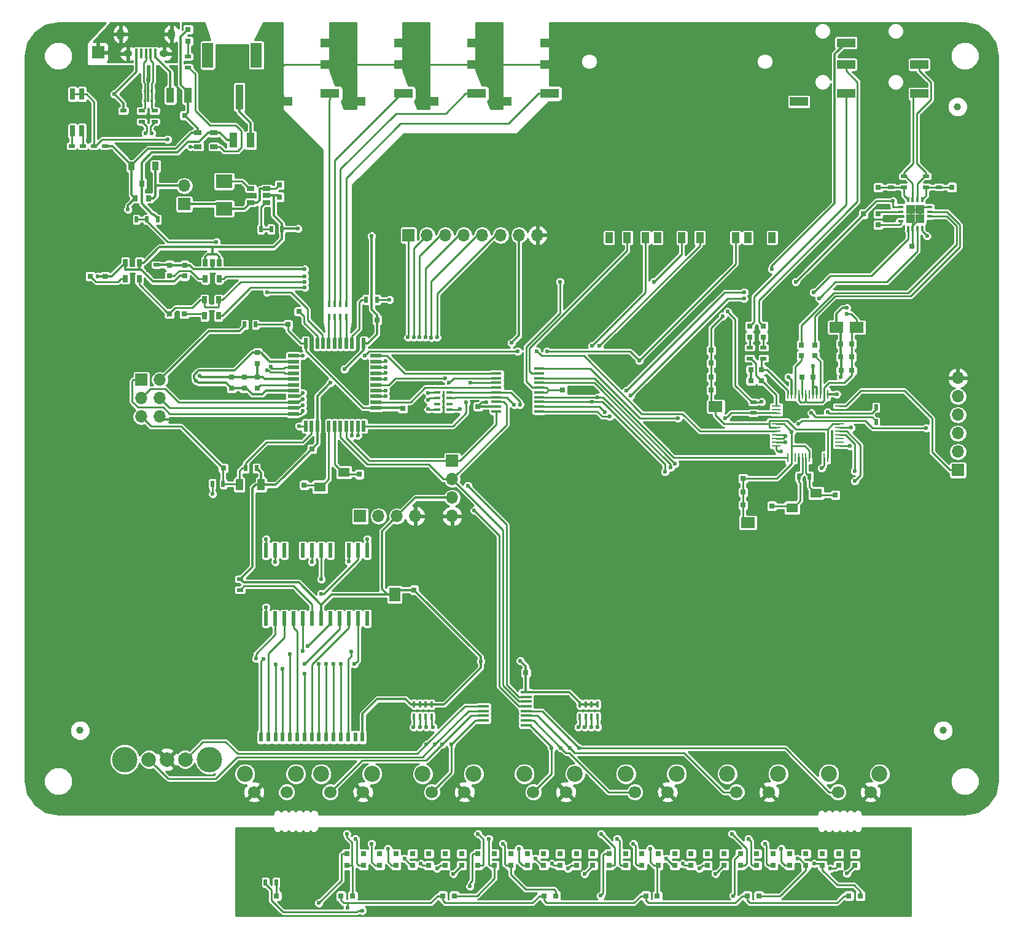
<source format=gtl>
G04 #@! TF.FileFunction,Copper,L1,Top,Signal*
%FSLAX46Y46*%
G04 Gerber Fmt 4.6, Leading zero omitted, Abs format (unit mm)*
G04 Created by KiCad (PCBNEW 4.0.7-e2-6376~58~ubuntu16.04.1) date Fri Nov  3 12:19:54 2017*
%MOMM*%
%LPD*%
G01*
G04 APERTURE LIST*
%ADD10C,0.100000*%
%ADD11C,2.000000*%
%ADD12C,3.500000*%
%ADD13R,0.800000X0.750000*%
%ADD14R,0.750000X0.800000*%
%ADD15R,1.950000X1.500000*%
%ADD16R,1.500000X1.950000*%
%ADD17R,1.000000X1.600000*%
%ADD18R,0.800000X0.800000*%
%ADD19R,0.900000X1.200000*%
%ADD20R,1.140000X2.030000*%
%ADD21C,1.000000*%
%ADD22R,0.650000X1.060000*%
%ADD23R,1.060000X0.650000*%
%ADD24R,1.700000X1.700000*%
%ADD25O,1.700000X1.700000*%
%ADD26R,2.500000X1.200000*%
%ADD27R,1.000000X1.500000*%
%ADD28R,1.200000X2.200000*%
%ADD29R,0.400000X1.350000*%
%ADD30O,1.250000X0.950000*%
%ADD31O,1.000000X1.550000*%
%ADD32R,1.000000X3.500000*%
%ADD33R,1.500000X3.400000*%
%ADD34R,0.500000X0.900000*%
%ADD35R,0.800000X0.900000*%
%ADD36R,0.900000X0.500000*%
%ADD37R,0.400000X0.900000*%
%ADD38C,2.200000*%
%ADD39C,1.700000*%
%ADD40R,0.760000X1.600000*%
%ADD41R,1.500000X0.550000*%
%ADD42R,0.550000X1.500000*%
%ADD43R,1.300000X0.250000*%
%ADD44R,0.250000X1.300000*%
%ADD45R,0.600000X2.000000*%
%ADD46R,1.500000X0.450000*%
%ADD47R,1.450000X0.450000*%
%ADD48R,1.600000X1.300000*%
%ADD49R,0.300000X0.450000*%
%ADD50R,0.800000X0.350000*%
%ADD51R,0.350000X0.800000*%
%ADD52R,1.250000X1.250000*%
%ADD53R,0.900000X0.400000*%
%ADD54R,1.800000X2.200000*%
%ADD55R,0.600000X1.300000*%
%ADD56R,2.286000X1.854500*%
%ADD57C,0.600000*%
%ADD58C,0.300000*%
%ADD59C,0.250000*%
%ADD60C,0.350000*%
%ADD61C,0.254000*%
G04 APERTURE END LIST*
D10*
D11*
X20000000Y8000000D03*
X22500000Y8000000D03*
X17500000Y8000000D03*
D12*
X25850000Y8000000D03*
X14150000Y8000000D03*
D13*
X26259500Y48146000D03*
X27759500Y48146000D03*
D14*
X46531500Y45812000D03*
X46531500Y47312000D03*
X38911500Y47336000D03*
X38911500Y45836000D03*
X30680500Y59195000D03*
X30680500Y60695000D03*
X28902500Y59195000D03*
X28902500Y60695000D03*
X32458500Y60719000D03*
X32458500Y59219000D03*
D13*
X38173500Y69736000D03*
X36673500Y69736000D03*
X39975500Y50813000D03*
X41475500Y50813000D03*
X47468500Y68593000D03*
X48968500Y68593000D03*
D14*
X52524500Y56401000D03*
X52524500Y54901000D03*
D13*
X38149500Y67958000D03*
X36649500Y67958000D03*
D14*
X103388000Y44463000D03*
X103388000Y42963000D03*
X112151000Y42951000D03*
X112151000Y44451000D03*
D13*
X109079000Y60719000D03*
X107579000Y60719000D03*
X97927000Y46749000D03*
X99427000Y46749000D03*
X97927000Y44844000D03*
X99427000Y44844000D03*
X97927000Y43066000D03*
X99427000Y43066000D03*
D15*
X100086000Y40653000D03*
X97336000Y40653000D03*
D13*
X100491000Y61735000D03*
X101991000Y61735000D03*
X100491000Y60211000D03*
X101991000Y60211000D03*
X93506000Y64402000D03*
X95006000Y64402000D03*
X93506000Y62624000D03*
X95006000Y62624000D03*
X93506000Y60719000D03*
X95006000Y60719000D03*
X93506000Y58941000D03*
X95006000Y58941000D03*
D15*
X95641000Y56655000D03*
X92891000Y56655000D03*
D14*
X107452000Y63652000D03*
X107452000Y65152000D03*
X109357000Y63640000D03*
X109357000Y65140000D03*
X100340000Y67704000D03*
X100340000Y66204000D03*
X102245000Y67704000D03*
X102245000Y66204000D03*
D13*
X112937000Y61608000D03*
X114437000Y61608000D03*
X112913000Y63513000D03*
X114413000Y63513000D03*
X112913000Y65291000D03*
X114413000Y65291000D03*
D15*
X115072000Y67577000D03*
X112322000Y67577000D03*
D14*
X116024500Y83198000D03*
X116024500Y81698000D03*
X118056500Y81698000D03*
X118056500Y83198000D03*
D13*
X124203300Y78753000D03*
X122703300Y78753000D03*
D14*
X118056500Y86881000D03*
X118056500Y88381000D03*
X128216500Y86905000D03*
X128216500Y88405000D03*
D13*
X20913500Y96787000D03*
X22413500Y96787000D03*
D14*
X11430400Y76111400D03*
X11430400Y74611400D03*
X9422400Y76111400D03*
X9422400Y74611400D03*
X20344400Y70967900D03*
X20344400Y69467900D03*
X35533600Y88711200D03*
X35533600Y87211200D03*
X22376400Y70967900D03*
X22376400Y69467900D03*
X35533600Y84060200D03*
X35533600Y85560200D03*
D16*
X51375000Y30750000D03*
X51375000Y33500000D03*
D14*
X54075000Y32875000D03*
X54075000Y31375000D03*
D13*
X69467000Y19952000D03*
X67967000Y19952000D03*
X76007500Y58941000D03*
X74507500Y58941000D03*
D14*
X62875000Y56643000D03*
X62875000Y55143000D03*
D17*
X32966500Y45860000D03*
X29966500Y45860000D03*
D18*
X22905500Y108636000D03*
X22905500Y107036000D03*
D19*
X18413000Y89802000D03*
X15113000Y89802000D03*
D18*
X35100000Y-10800000D03*
X33500000Y-10800000D03*
X44800000Y-6600000D03*
X44800000Y-5000000D03*
X47060000Y-6600000D03*
X47060000Y-5000000D03*
X49320000Y-6600000D03*
X49320000Y-5000000D03*
X51579999Y-6600000D03*
X51579999Y-5000000D03*
X53840000Y-6600000D03*
X53840000Y-5000000D03*
X56100000Y-6600000D03*
X56100000Y-5000000D03*
X58360000Y-6600000D03*
X58360000Y-5000000D03*
X60620000Y-6600000D03*
X60620000Y-5000000D03*
X62880000Y-6600000D03*
X62880000Y-5000000D03*
X65140000Y-6600000D03*
X65140000Y-5000000D03*
X67400000Y-6600000D03*
X67400000Y-5000000D03*
X69660000Y-6600000D03*
X69660000Y-5000000D03*
X71920000Y-6600000D03*
X71920000Y-5000000D03*
X74180000Y-6600000D03*
X74180000Y-5000000D03*
X76440000Y-6600000D03*
X76440000Y-5000000D03*
X78700000Y-6600000D03*
X78700000Y-5000000D03*
X80959999Y-6600000D03*
X80959999Y-5000000D03*
X83220000Y-6600000D03*
X83220000Y-5000000D03*
X85480000Y-6600000D03*
X85480000Y-5000000D03*
X87740000Y-6600000D03*
X87740000Y-5000000D03*
X90000000Y-6600000D03*
X90000000Y-5000000D03*
X92260000Y-6600000D03*
X92260000Y-5000000D03*
X94519999Y-6600000D03*
X94519999Y-5000000D03*
X96780000Y-6600000D03*
X96780000Y-5000000D03*
X99040000Y-6600000D03*
X99040000Y-5000000D03*
X101299999Y-6600000D03*
X101299999Y-5000000D03*
X103560000Y-6600000D03*
X103560000Y-5000000D03*
X105820000Y-6600000D03*
X105820000Y-5000000D03*
X108079999Y-6600000D03*
X108079999Y-5000000D03*
X110339999Y-6600000D03*
X110339999Y-5000000D03*
X112600000Y-6600000D03*
X112600000Y-5000000D03*
X114860000Y-6600000D03*
X114860000Y-5000000D03*
X45600000Y-10800000D03*
X44000000Y-10800000D03*
X59600000Y-10800000D03*
X58000000Y-10800000D03*
X73600000Y-10800000D03*
X72000000Y-10800000D03*
X87600000Y-10800000D03*
X86000000Y-10800000D03*
X101600000Y-10800000D03*
X100000000Y-10800000D03*
X115600000Y-10800000D03*
X114000000Y-10800000D03*
D20*
X22863500Y99581000D03*
X20463500Y99581000D03*
X31510000Y93358000D03*
X29110000Y93358000D03*
D21*
X8000000Y12000000D03*
X127000000Y12000000D03*
X129000000Y98000000D03*
D22*
X16153400Y76492400D03*
X15203400Y76492400D03*
X14253400Y76492400D03*
X14253400Y74292400D03*
X16153400Y74292400D03*
D23*
X26471000Y92474000D03*
X26471000Y93424000D03*
X26471000Y94374000D03*
X24271000Y94374000D03*
X24271000Y92474000D03*
D22*
X27075400Y71348900D03*
X26125400Y71348900D03*
X25175400Y71348900D03*
X25175400Y69148900D03*
X27075400Y69148900D03*
D23*
X31533100Y86698200D03*
X31533100Y85748200D03*
X31533100Y84798200D03*
X33733100Y84798200D03*
X33733100Y86698200D03*
X33733100Y85748200D03*
D24*
X16456500Y60338000D03*
D25*
X18996500Y60338000D03*
X16456500Y57798000D03*
X18996500Y57798000D03*
X16456500Y55258000D03*
X18996500Y55258000D03*
D26*
X107123000Y98707500D03*
X113623000Y99807500D03*
X113623000Y103807500D03*
X113623000Y106807500D03*
X117219500Y98707500D03*
X123719500Y99807500D03*
X123719500Y103807500D03*
X123719500Y106807500D03*
D27*
X83456000Y79938000D03*
X85956000Y79938000D03*
X89256000Y79938000D03*
X90956000Y79938000D03*
X93456000Y79938000D03*
X95956000Y79938000D03*
X98376000Y79938000D03*
X100076000Y79938000D03*
X80956000Y79938000D03*
X87606000Y79938000D03*
X103426000Y79938000D03*
D28*
X75926000Y100938000D03*
X103926000Y102138000D03*
D29*
X18395000Y105300000D03*
X17745000Y105300000D03*
X17095000Y105300000D03*
X16445000Y105300000D03*
X15795000Y105300000D03*
D30*
X19595000Y105300000D03*
X14595000Y105300000D03*
D31*
X20595000Y108000000D03*
X13595000Y108000000D03*
D32*
X29966000Y99322200D03*
X27966000Y99322200D03*
D33*
X32316000Y105072200D03*
X25616000Y105072200D03*
D24*
X53286500Y80277000D03*
D25*
X55826500Y80277000D03*
X58366500Y80277000D03*
X60906500Y80277000D03*
X63446500Y80277000D03*
X65986500Y80277000D03*
X68526500Y80277000D03*
X71066500Y80277000D03*
D26*
X35972000Y98707500D03*
X42472000Y99807500D03*
X42472000Y103807500D03*
X42472000Y106807500D03*
X46068500Y98707500D03*
X52568500Y99807500D03*
X52568500Y103807500D03*
X52568500Y106807500D03*
D24*
X59319000Y49162000D03*
D25*
X59319000Y46622000D03*
X59319000Y44082000D03*
X59319000Y41542000D03*
D24*
X46610000Y41540000D03*
D25*
X49150000Y41540000D03*
X51690000Y41540000D03*
X54230000Y41540000D03*
D24*
X129042000Y47892000D03*
D25*
X129042000Y50432000D03*
X129042000Y52972000D03*
X129042000Y55512000D03*
X129042000Y58052000D03*
X129042000Y60592000D03*
D34*
X30704500Y67958000D03*
X32204500Y67958000D03*
D35*
X15559000Y85389000D03*
X17459000Y85389000D03*
X16509000Y87389000D03*
D34*
X27735500Y45987000D03*
X26235500Y45987000D03*
X32331500Y48146000D03*
X30831500Y48146000D03*
X48968500Y71387000D03*
X47468500Y71387000D03*
D36*
X100848000Y57266000D03*
X100848000Y55766000D03*
D34*
X107095000Y47003000D03*
X108595000Y47003000D03*
X117751000Y56528000D03*
X119251000Y56528000D03*
X117763000Y54496000D03*
X119263000Y54496000D03*
D36*
X100340000Y64783000D03*
X100340000Y63283000D03*
X102245000Y64783000D03*
X102245000Y63283000D03*
X121612500Y88405000D03*
X121612500Y86905000D03*
X124660500Y86905000D03*
X124660500Y88405000D03*
X119834500Y88405000D03*
X119834500Y86905000D03*
X126438500Y88405000D03*
X126438500Y86905000D03*
X16517400Y95922000D03*
X16517400Y97422000D03*
X18295400Y95922000D03*
X18295400Y97422000D03*
X22905500Y103391000D03*
X22905500Y104891000D03*
X6857000Y92572000D03*
X6857000Y91072000D03*
X8381000Y92572000D03*
X8381000Y91072000D03*
X9905000Y92572000D03*
X9905000Y91072000D03*
X11429000Y92572000D03*
X11429000Y91072000D03*
D34*
X35851100Y81115200D03*
X34351100Y81115200D03*
X32930100Y81115200D03*
X31430100Y81115200D03*
X18707500Y82436000D03*
X17207500Y82436000D03*
X15786500Y82436000D03*
X14286500Y82436000D03*
X33550000Y-8941000D03*
X35050000Y-8941000D03*
D36*
X30075000Y32875000D03*
X30075000Y31375000D03*
D37*
X54855000Y13895000D03*
X55655000Y13895000D03*
X54055000Y13895000D03*
X56455000Y13895000D03*
X54055000Y15595000D03*
X54855000Y15595000D03*
X55655000Y15595000D03*
X56455000Y15595000D03*
X77715000Y13895000D03*
X78515000Y13895000D03*
X76915000Y13895000D03*
X79315000Y13895000D03*
X76915000Y15595000D03*
X77715000Y15595000D03*
X78515000Y15595000D03*
X79315000Y15595000D03*
D38*
X30750000Y6000000D03*
X37750000Y6000000D03*
D39*
X32000000Y3500000D03*
X36500000Y3500000D03*
D40*
X6984000Y94628000D03*
X8254000Y99708000D03*
X8254000Y94628000D03*
X6984000Y99708000D03*
D38*
X41250000Y6000000D03*
X48250000Y6000000D03*
D39*
X42500000Y3500000D03*
X47000000Y3500000D03*
D38*
X97250000Y6000000D03*
X104250000Y6000000D03*
D39*
X98500000Y3500000D03*
X103000000Y3500000D03*
D38*
X111250000Y6000000D03*
X118250000Y6000000D03*
D39*
X112500000Y3500000D03*
X117000000Y3500000D03*
D38*
X55250000Y6000000D03*
X62250000Y6000000D03*
D39*
X56500000Y3500000D03*
X61000000Y3500000D03*
D38*
X69250000Y6000000D03*
X76250000Y6000000D03*
D39*
X70500000Y3500000D03*
X75000000Y3500000D03*
D38*
X83250000Y6000000D03*
X90250000Y6000000D03*
D39*
X84500000Y3500000D03*
X89000000Y3500000D03*
D41*
X37402500Y63655000D03*
X37402500Y62855000D03*
X37402500Y62055000D03*
X37402500Y61255000D03*
X37402500Y60455000D03*
X37402500Y59655000D03*
X37402500Y58855000D03*
X37402500Y58055000D03*
X37402500Y57255000D03*
X37402500Y56455000D03*
X37402500Y55655000D03*
D42*
X39102500Y53955000D03*
X39902500Y53955000D03*
X40702500Y53955000D03*
X41502500Y53955000D03*
X42302500Y53955000D03*
X43102500Y53955000D03*
X43902500Y53955000D03*
X44702500Y53955000D03*
X45502500Y53955000D03*
X46302500Y53955000D03*
X47102500Y53955000D03*
D41*
X48802500Y55655000D03*
X48802500Y56455000D03*
X48802500Y57255000D03*
X48802500Y58055000D03*
X48802500Y58855000D03*
X48802500Y59655000D03*
X48802500Y60455000D03*
X48802500Y61255000D03*
X48802500Y62055000D03*
X48802500Y62855000D03*
X48802500Y63655000D03*
D42*
X47102500Y65355000D03*
X46302500Y65355000D03*
X45502500Y65355000D03*
X44702500Y65355000D03*
X43902500Y65355000D03*
X43102500Y65355000D03*
X42302500Y65355000D03*
X41502500Y65355000D03*
X40702500Y65355000D03*
X39902500Y65355000D03*
X39102500Y65355000D03*
D43*
X103991000Y56738000D03*
X103991000Y56238000D03*
X103991000Y55738000D03*
X103991000Y55238000D03*
X103991000Y54738000D03*
X103991000Y54238000D03*
X103991000Y53738000D03*
X103991000Y53238000D03*
X103991000Y52738000D03*
X103991000Y52238000D03*
X103991000Y51738000D03*
X103991000Y51238000D03*
D44*
X105591000Y49638000D03*
X106091000Y49638000D03*
X106591000Y49638000D03*
X107091000Y49638000D03*
X107591000Y49638000D03*
X108091000Y49638000D03*
X108591000Y49638000D03*
X109091000Y49638000D03*
X109591000Y49638000D03*
X110091000Y49638000D03*
X110591000Y49638000D03*
X111091000Y49638000D03*
D43*
X112691000Y51238000D03*
X112691000Y51738000D03*
X112691000Y52238000D03*
X112691000Y52738000D03*
X112691000Y53238000D03*
X112691000Y53738000D03*
X112691000Y54238000D03*
X112691000Y54738000D03*
X112691000Y55238000D03*
X112691000Y55738000D03*
X112691000Y56238000D03*
X112691000Y56738000D03*
D44*
X111091000Y58338000D03*
X110591000Y58338000D03*
X110091000Y58338000D03*
X109591000Y58338000D03*
X109091000Y58338000D03*
X108591000Y58338000D03*
X108091000Y58338000D03*
X107591000Y58338000D03*
X107091000Y58338000D03*
X106591000Y58338000D03*
X106091000Y58338000D03*
X105591000Y58338000D03*
D45*
X47610000Y36825000D03*
X46340000Y36825000D03*
X45070000Y36825000D03*
X43800000Y36825000D03*
X42530000Y36825000D03*
X41260000Y36825000D03*
X39990000Y36825000D03*
X38720000Y36825000D03*
X37450000Y36825000D03*
X36180000Y36825000D03*
X34910000Y36825000D03*
X33640000Y36825000D03*
X33640000Y27425000D03*
X34910000Y27425000D03*
X36180000Y27425000D03*
X37450000Y27425000D03*
X38720000Y27425000D03*
X39990000Y27425000D03*
X41260000Y27425000D03*
X42530000Y27425000D03*
X43800000Y27425000D03*
X45070000Y27425000D03*
X46340000Y27425000D03*
X47610000Y27425000D03*
D46*
X63608000Y17274000D03*
X63608000Y16624000D03*
X63608000Y15974000D03*
X63608000Y15324000D03*
X63608000Y14674000D03*
X63608000Y14024000D03*
X63608000Y13374000D03*
X63608000Y12724000D03*
X69508000Y12724000D03*
X69508000Y13374000D03*
X69508000Y14024000D03*
X69508000Y14674000D03*
X69508000Y15324000D03*
X69508000Y15974000D03*
X69508000Y16624000D03*
X69508000Y17274000D03*
D47*
X71320500Y56012000D03*
X71320500Y56662000D03*
X71320500Y57312000D03*
X71320500Y57962000D03*
X71320500Y58612000D03*
X71320500Y59262000D03*
X71320500Y59912000D03*
X71320500Y60562000D03*
X71320500Y61212000D03*
X71320500Y61862000D03*
X65420500Y61862000D03*
X65420500Y61212000D03*
X65420500Y60562000D03*
X65420500Y59912000D03*
X65420500Y59262000D03*
X65420500Y58612000D03*
X65420500Y57962000D03*
X65420500Y57312000D03*
X65420500Y56662000D03*
X65420500Y56012000D03*
D48*
X44372500Y47590000D03*
X41072500Y47590000D03*
X41072500Y45590000D03*
X44372500Y45590000D03*
X106183000Y42701000D03*
X109483000Y42701000D03*
X109483000Y44701000D03*
X106183000Y44701000D03*
D49*
X16909000Y98779400D03*
X17909000Y98779400D03*
X17409000Y100179400D03*
X17409000Y98779400D03*
X17909000Y100179400D03*
X16909000Y100179400D03*
D50*
X121136500Y84173000D03*
X121136500Y83523000D03*
X121136500Y82873000D03*
X121136500Y82223000D03*
D51*
X122161500Y81198000D03*
X122811500Y81198000D03*
X123461500Y81198000D03*
X124111500Y81198000D03*
D50*
X125136500Y82223000D03*
X125136500Y82873000D03*
X125136500Y83523000D03*
X125136500Y84173000D03*
D51*
X124111500Y85198000D03*
X123461500Y85198000D03*
X122811500Y85198000D03*
X122161500Y85198000D03*
D52*
X123761500Y82573000D03*
X123761500Y83823000D03*
X122511500Y82573000D03*
X122511500Y83823000D03*
D53*
X58938000Y56998000D03*
X58938000Y57798000D03*
X58938000Y56198000D03*
X58938000Y58598000D03*
X57238000Y56198000D03*
X57238000Y56998000D03*
X57238000Y57798000D03*
X57238000Y58598000D03*
D54*
X50350000Y14675000D03*
D55*
X39950000Y11075000D03*
X38950000Y11075000D03*
X37950000Y11075000D03*
X41950000Y11075000D03*
X42950000Y11075000D03*
X40950000Y11075000D03*
D54*
X30550000Y14675000D03*
D55*
X46950000Y11075000D03*
X45950000Y11075000D03*
X44950000Y11075000D03*
X43950000Y11075000D03*
X47950000Y11075000D03*
X34950000Y11075000D03*
X33950000Y11075000D03*
X32950000Y11075000D03*
X35950000Y11075000D03*
X36950000Y11075000D03*
D56*
X27850100Y83921950D03*
X27850100Y87706450D03*
D14*
X32471200Y64073200D03*
X32471200Y62573200D03*
X22425500Y76149500D03*
X22425500Y74649500D03*
X20330000Y76149500D03*
X20330000Y74649500D03*
D22*
X27188000Y76467000D03*
X26238000Y76467000D03*
X25288000Y76467000D03*
X25288000Y74267000D03*
X27188000Y74267000D03*
D24*
X10500000Y105500000D03*
D36*
X13980000Y97422000D03*
X13980000Y95922000D03*
X18552000Y76189000D03*
X18552000Y74689000D03*
D26*
X56165000Y98707500D03*
X62665000Y99807500D03*
X62665000Y103807500D03*
X62665000Y106807500D03*
X66261500Y98707500D03*
X72761500Y99807500D03*
X72761500Y103807500D03*
X72761500Y106807500D03*
D37*
X43114000Y69052000D03*
X43914000Y69052000D03*
X42314000Y69052000D03*
X44714000Y69052000D03*
X42314000Y70752000D03*
X43114000Y70752000D03*
X43914000Y70752000D03*
X44714000Y70752000D03*
D24*
X22362000Y84569600D03*
D25*
X22362000Y87109600D03*
D57*
X113738500Y70244002D03*
X109103000Y62242978D03*
X103388000Y75578000D03*
X100491000Y60211000D03*
X38999000Y75578000D03*
X112341500Y58369500D03*
X112913000Y60709000D03*
X105674000Y60719000D03*
X14614998Y83833000D03*
X24013000Y60211000D03*
X24521000Y60846000D03*
X12710000Y99708000D03*
X48219202Y80150000D03*
X44460000Y61798500D03*
X63256000Y21539500D03*
X67510500Y65418000D03*
X42555000Y59956996D03*
X10450000Y74600000D03*
X64043400Y57239200D03*
X46925000Y-12825000D03*
X38046500Y81166000D03*
X68717000Y21603000D03*
X107071000Y54242002D03*
X87132000Y73863500D03*
X106690000Y73863500D03*
X124660498Y53670500D03*
X97291996Y69736000D03*
X74178000Y73863500D03*
X38999000Y73838003D03*
X106091000Y53206020D03*
X101991000Y57290000D03*
X120088500Y84976000D03*
X124787500Y80150000D03*
X96589673Y69098913D03*
X38999000Y73038000D03*
X59475000Y-7750000D03*
X77575000Y-7750000D03*
X95625000Y-7750000D03*
X113750000Y-7725000D03*
X41950000Y21150000D03*
X34925000Y35250000D03*
X61775000Y-9500000D03*
X78700000Y-5000000D03*
X76440000Y-5000000D03*
X74180000Y-5000000D03*
X71920000Y-5000000D03*
X69660000Y-5000000D03*
X67400000Y-5000000D03*
X65140000Y-5000000D03*
X62880000Y-5000000D03*
X32268000Y21920502D03*
X38950000Y19825002D03*
X57225000Y-7050000D03*
X75275000Y-7050000D03*
X93400000Y-7050000D03*
X111450000Y-7050000D03*
X109200000Y-6375000D03*
X54975000Y-6375000D03*
X73050000Y-6375000D03*
X91100000Y-6375000D03*
X39425000Y23600000D03*
X36949998Y22525000D03*
X52725000Y-5700000D03*
X70775000Y-5700000D03*
X88850000Y-5700000D03*
X106925000Y-5700000D03*
X45850000Y21149998D03*
X35950000Y20474998D03*
X50450000Y-4275000D03*
X68500000Y-4275000D03*
X86600000Y-4275000D03*
X104675000Y-4325000D03*
X38950000Y21150000D03*
X34950000Y21125000D03*
X48200000Y-3600000D03*
X66275000Y-3600000D03*
X84300000Y-3600000D03*
X102425000Y-3600000D03*
X45950000Y-2925000D03*
X64350000Y-2925000D03*
X82075000Y-2925000D03*
X100150000Y-2925000D03*
X38675880Y22974990D03*
X33249990Y21875000D03*
X44775000Y-2250000D03*
X62875000Y-2250000D03*
X79825000Y-2250000D03*
X97900000Y-2250000D03*
X41250000Y30850000D03*
X40950000Y21150000D03*
X40925000Y-11800000D03*
X60620000Y-5000000D03*
X58360000Y-5000000D03*
X56100000Y-5000000D03*
X53840000Y-5000000D03*
X51579999Y-5000000D03*
X49320000Y-5000000D03*
X47060000Y-5000000D03*
X44800000Y-5000000D03*
X43920551Y21154449D03*
X39975000Y35250000D03*
X98075000Y-10800000D03*
X114860000Y-5000000D03*
X112600000Y-5000000D03*
X110339999Y-5000000D03*
X108079999Y-5000000D03*
X105820000Y-5000000D03*
X103560000Y-5000000D03*
X101299999Y-5000000D03*
X99040000Y-5000000D03*
X42975000Y21150000D03*
X41275000Y32825000D03*
X79800000Y-10775000D03*
X96780000Y-5000000D03*
X94519999Y-5000000D03*
X92260000Y-5000000D03*
X90000000Y-5000000D03*
X87740000Y-5000000D03*
X85480000Y-5000000D03*
X83220000Y-5000000D03*
X80959999Y-5000000D03*
X45412500Y22873000D03*
X44925000Y-12437479D03*
X45075000Y35275000D03*
X20076000Y93484998D03*
X23251000Y92469000D03*
X38719600Y56045400D03*
X56017000Y56273992D03*
X38707085Y57654231D03*
X56017000Y58544990D03*
X38706961Y56854220D03*
X56017000Y57544002D03*
X78623000Y65037000D03*
X78623000Y57289998D03*
X114818000Y46368000D03*
X88656000Y47638000D03*
X109166494Y72403000D03*
X99578004Y72403000D03*
X83322000Y58813996D03*
X80401000Y55893000D03*
X60398498Y56274000D03*
X114309994Y53734000D03*
X72400000Y64275000D03*
X85100000Y63005000D03*
X54023500Y66180005D03*
X50149600Y62090602D03*
X53223489Y66180000D03*
X50123807Y62890196D03*
X55623522Y66180739D03*
X50149600Y60439600D03*
X54823511Y66179935D03*
X50149600Y61277800D03*
X57223500Y66180000D03*
X50149600Y58052000D03*
X56423508Y66174327D03*
X50149600Y58864800D03*
X61478000Y45733002D03*
X45490000Y52640000D03*
X46290000Y52640000D03*
X104658000Y50432000D03*
X105293000Y51702000D03*
X114183000Y51194000D03*
X68650003Y56925000D03*
X33650000Y29000000D03*
X67850000Y56925000D03*
X47625000Y38375000D03*
X111071498Y55893000D03*
X50683000Y71387000D03*
X97000012Y55000000D03*
X90434000Y55004000D03*
X17059800Y94361300D03*
X33775858Y61604558D03*
X17859800Y94361300D03*
X34341542Y62170242D03*
X33792000Y72403000D03*
X26800000Y79350000D03*
X59192000Y10046000D03*
X56652000Y12459000D03*
X76718004Y12459000D03*
X73035002Y9538000D03*
X57922000Y10046000D03*
X55763000Y12459000D03*
X74305000Y9538000D03*
X77607000Y12459000D03*
X76844998Y9538000D03*
X79385000Y12459000D03*
X56906000Y10046000D03*
X54874000Y12459000D03*
X75574994Y9538000D03*
X78496000Y12459000D03*
X55763000Y10046000D03*
X53985000Y12459000D03*
X47254000Y63640000D03*
X38745000Y63640000D03*
X68336000Y64275000D03*
X71003000Y64275000D03*
X38694199Y58534600D03*
X58887200Y59941590D03*
X38225000Y53950000D03*
X33650000Y38350000D03*
X61224000Y57226498D03*
X61859000Y59936990D03*
X58353800Y60566600D03*
X62367000Y42304000D03*
X110246000Y48146000D03*
X90053000Y48781000D03*
X79639000Y65037000D03*
X79385000Y57925000D03*
X114818000Y47765000D03*
X89418000Y48273000D03*
X109928500Y71577500D03*
X99556457Y71544021D03*
X83956998Y58179000D03*
X81036000Y55258000D03*
X26299000Y44590000D03*
X53159500Y58941000D03*
X25346500Y58623500D03*
X20330000Y72466500D03*
X26108500Y72720500D03*
X30299500Y81102500D03*
X17409000Y75451000D03*
X106425001Y56772001D03*
X102308500Y54940500D03*
X114310000Y56464500D03*
X126311500Y79769000D03*
X97673000Y56655000D03*
X77480000Y58941000D03*
X77480000Y54623000D03*
X85862000Y57925000D03*
X97673000Y51956000D03*
X83322000Y60465000D03*
X15250000Y94120000D03*
X17409000Y101663800D03*
X119311500Y82450000D03*
X49540000Y12128800D03*
X47508000Y17564400D03*
X47508000Y17564400D03*
X63256000Y19342402D03*
X53324600Y28181600D03*
X53350000Y35141200D03*
X35036600Y66484800D03*
X35036600Y68770800D03*
X25333800Y54064200D03*
X32325000Y-9225000D03*
X47925000Y-12825000D03*
X61986000Y53226000D03*
X63256000Y62497000D03*
X109611000Y51330990D03*
X66558000Y14999000D03*
X113738496Y69443989D03*
X38999000Y74638006D03*
X108849000Y55766000D03*
X105293000Y52581010D03*
D58*
X112322000Y67577000D02*
X112322000Y69462500D01*
X112322000Y69462500D02*
X113103502Y70244002D01*
X113103502Y70244002D02*
X113738500Y70244002D01*
X113623000Y106807500D02*
X112024000Y105208500D01*
X112024000Y105208500D02*
X112024000Y104688502D01*
X112024000Y104688502D02*
X112022999Y104687501D01*
X112022999Y104687501D02*
X112022999Y102927499D01*
X112022999Y102927499D02*
X112024000Y102926498D01*
X103388000Y76002264D02*
X103388000Y75578000D01*
X112024000Y102926498D02*
X112024000Y100688502D01*
X112024000Y100688502D02*
X112022999Y100687501D01*
X112022999Y100687501D02*
X112022999Y98927499D01*
X112022999Y98927499D02*
X112024000Y98926498D01*
X112024000Y98926498D02*
X112024000Y84658500D01*
X112024000Y84658500D02*
X103388000Y76022500D01*
X103388000Y76022500D02*
X103388000Y76002264D01*
X109079000Y62218978D02*
X109103000Y62242978D01*
X109079000Y60719000D02*
X109079000Y62218978D01*
X26297000Y75578000D02*
X38574736Y75578000D01*
X26238000Y75637000D02*
X26297000Y75578000D01*
X38574736Y75578000D02*
X38999000Y75578000D01*
X100491000Y61735000D02*
X100491000Y60211000D01*
X22425500Y76149500D02*
X23100500Y76149500D01*
X23100500Y76149500D02*
X23663001Y75586999D01*
X23663001Y75586999D02*
X26187999Y75586999D01*
X26187999Y75586999D02*
X26238000Y75637000D01*
X26238000Y75637000D02*
X26238000Y76467000D01*
X20330000Y76149500D02*
X22425500Y76149500D01*
X18552000Y76189000D02*
X20290500Y76189000D01*
X20290500Y76189000D02*
X20330000Y76149500D01*
X112341500Y58369500D02*
X111122500Y58369500D01*
X111122500Y58369500D02*
X111091000Y58338000D01*
X112937000Y61608000D02*
X112937000Y60733000D01*
X112937000Y60733000D02*
X112913000Y60709000D01*
X109079000Y60719000D02*
X109079000Y59385500D01*
X109079000Y59385500D02*
X109079000Y58350000D01*
X109591000Y59288000D02*
X109493500Y59385500D01*
X109493500Y59385500D02*
X109079000Y59385500D01*
X112913000Y63513000D02*
X112913000Y65291000D01*
X106091000Y60302000D02*
X105674000Y60719000D01*
X112913000Y65291000D02*
X112913000Y66986000D01*
X109591000Y58338000D02*
X109591000Y59288000D01*
X112937000Y61608000D02*
X112937000Y63489000D01*
X112913000Y66986000D02*
X112322000Y67577000D01*
X106091000Y58338000D02*
X106091000Y60302000D01*
X100467000Y60187000D02*
X100491000Y60211000D01*
X109079000Y58350000D02*
X109091000Y58338000D01*
X112937000Y63489000D02*
X112913000Y63513000D01*
D59*
X30831500Y48146000D02*
X30831500Y48893900D01*
X30831500Y48893900D02*
X33690400Y51752800D01*
X33690400Y51752800D02*
X38732300Y51752800D01*
X38732300Y51752800D02*
X39902500Y52923000D01*
X39902500Y52923000D02*
X39902500Y53955000D01*
X16456500Y55258000D02*
X17777300Y53937200D01*
X17777300Y53937200D02*
X21943300Y53937200D01*
X21943300Y53937200D02*
X27734500Y48146000D01*
X27734500Y48146000D02*
X27759500Y48146000D01*
X27735500Y45987000D02*
X27735500Y48122000D01*
X27735500Y48122000D02*
X27759500Y48146000D01*
X27735500Y45987000D02*
X29839500Y45987000D01*
X29839500Y45987000D02*
X29966500Y45860000D01*
X29966500Y45860000D02*
X29966500Y47781000D01*
X29966500Y47781000D02*
X30331500Y48146000D01*
X30331500Y48146000D02*
X30831500Y48146000D01*
X46531500Y47312000D02*
X44650500Y47312000D01*
X44650500Y47312000D02*
X44372500Y47590000D01*
X43102500Y53955000D02*
X43102500Y48710000D01*
X43102500Y48710000D02*
X44222500Y47590000D01*
X44222500Y47590000D02*
X44372500Y47590000D01*
X38911500Y45836000D02*
X40826500Y45836000D01*
X40826500Y45836000D02*
X41072500Y45590000D01*
X42302500Y53955000D02*
X42302500Y46670000D01*
X42302500Y46670000D02*
X41222500Y45590000D01*
X41222500Y45590000D02*
X41072500Y45590000D01*
D58*
X24013000Y60211000D02*
X23713001Y60510999D01*
X23713001Y60510999D02*
X23713001Y61000003D01*
X23713001Y61000003D02*
X24320998Y61608000D01*
X24320998Y61608000D02*
X29283500Y61608000D01*
X29283500Y61608000D02*
X31748700Y64073200D01*
X31748700Y64073200D02*
X31796200Y64073200D01*
X31796200Y64073200D02*
X32471200Y64073200D01*
X32471200Y64073200D02*
X32914300Y64073200D01*
X32914300Y64073200D02*
X34132500Y62855000D01*
X34132500Y62855000D02*
X37402500Y62855000D01*
X15113000Y89952000D02*
X17376000Y92215000D01*
X17376000Y92215000D02*
X21219000Y92215000D01*
X21219000Y92215000D02*
X23378000Y94374000D01*
X23378000Y94374000D02*
X24271000Y94374000D01*
X22905500Y108636000D02*
X21854000Y107584500D01*
X22863500Y100026000D02*
X22863500Y99581000D01*
X21854000Y107584500D02*
X21854000Y101035500D01*
X21854000Y101035500D02*
X22863500Y100026000D01*
X15113000Y89802000D02*
X15113000Y89952000D01*
X22863500Y99581000D02*
X22863500Y97237000D01*
X22863500Y97237000D02*
X22413500Y96787000D01*
X22413500Y96787000D02*
X22483000Y96787000D01*
X22483000Y96787000D02*
X24271000Y94999000D01*
X24271000Y94999000D02*
X24271000Y94374000D01*
X28902500Y59195000D02*
X28165900Y59931600D01*
X28165900Y59931600D02*
X24292400Y59931600D01*
X24292400Y59931600D02*
X24013000Y60211000D01*
X14614998Y84394998D02*
X14614998Y83833000D01*
X15559000Y85389000D02*
X15559000Y85339000D01*
X15559000Y85339000D02*
X14614998Y84394998D01*
X24066000Y94374000D02*
X24271000Y94374000D01*
X11429000Y92572000D02*
X12493000Y92572000D01*
X12493000Y92572000D02*
X15113000Y89952000D01*
X30680500Y59195000D02*
X30934500Y59195000D01*
X30934500Y59195000D02*
X31760501Y58368999D01*
X31760501Y58368999D02*
X33156499Y58368999D01*
X33156499Y58368999D02*
X33642500Y58855000D01*
X33642500Y58855000D02*
X37402500Y58855000D01*
X28902500Y59195000D02*
X30680500Y59195000D01*
X15113000Y89802000D02*
X15113000Y85835000D01*
X15113000Y85835000D02*
X15559000Y85389000D01*
X32458500Y60719000D02*
X32458500Y62560500D01*
X32458500Y62560500D02*
X32471200Y62573200D01*
X13980000Y97422000D02*
X13980000Y98438000D01*
X13980000Y98438000D02*
X12710000Y99708000D01*
X15795000Y105300000D02*
X15795000Y102793000D01*
X24672000Y60695000D02*
X24521000Y60846000D01*
X28902500Y60695000D02*
X24672000Y60695000D01*
X15795000Y102793000D02*
X12710000Y99708000D01*
X32458500Y60719000D02*
X33233500Y60719000D01*
X36252500Y60455000D02*
X37402500Y60455000D01*
X33233500Y60719000D02*
X33497500Y60455000D01*
X33497500Y60455000D02*
X36252500Y60455000D01*
X30680500Y60695000D02*
X32434500Y60695000D01*
X32434500Y60695000D02*
X32458500Y60719000D01*
X28902500Y60695000D02*
X30680500Y60695000D01*
X15795000Y105300000D02*
X15795000Y104825000D01*
X15795000Y105775000D02*
X15795000Y105300000D01*
X33733100Y85748200D02*
X34706400Y85748200D01*
X34706400Y85748200D02*
X35345600Y85748200D01*
X35851100Y81115200D02*
X35851100Y81865200D01*
X35851100Y81865200D02*
X34706400Y83009900D01*
X34706400Y83009900D02*
X34706400Y85748200D01*
X26235500Y78626000D02*
X34706400Y78626000D01*
X34706400Y78626000D02*
X35851100Y79770700D01*
X35851100Y79770700D02*
X35851100Y81115200D01*
X48219202Y79725736D02*
X48219202Y80150000D01*
X48968500Y69268000D02*
X48219202Y70017298D01*
X48968500Y68593000D02*
X48968500Y69268000D01*
X48219202Y70017298D02*
X48219202Y79725736D01*
X35345600Y85748200D02*
X35533600Y85560200D01*
X30075000Y32875000D02*
X30552000Y32398000D01*
X30552000Y32398000D02*
X38177000Y32398000D01*
X38177000Y32398000D02*
X41260000Y29315000D01*
X41260000Y29315000D02*
X41260000Y27425000D01*
X44759999Y62098499D02*
X44460000Y61798500D01*
X47102500Y64441002D02*
X44759999Y62098499D01*
X47102500Y65355000D02*
X47102500Y64441002D01*
X56455000Y15595000D02*
X58200500Y15595000D01*
X58200500Y15595000D02*
X63256000Y20650500D01*
X63256000Y20650500D02*
X63256000Y21539500D01*
X63256000Y21963764D02*
X63256000Y21539500D01*
X54075000Y31350000D02*
X63256000Y22169000D01*
X54075000Y31375000D02*
X54075000Y31350000D01*
X63256000Y22169000D02*
X63256000Y21963764D01*
X68526500Y80277000D02*
X68526500Y66434000D01*
X68526500Y66434000D02*
X67510500Y65418000D01*
D59*
X35977487Y-13062489D02*
X46137511Y-13062489D01*
X34374999Y-11460001D02*
X35977487Y-13062489D01*
X34374999Y-9965999D02*
X34374999Y-11460001D01*
X33550000Y-9141000D02*
X34374999Y-9965999D01*
X33550000Y-8941000D02*
X33550000Y-9141000D01*
X46375000Y-12825000D02*
X46925000Y-12825000D01*
X46137511Y-13062489D02*
X46375000Y-12825000D01*
D58*
X42255001Y59656997D02*
X42555000Y59956996D01*
X40702500Y53955000D02*
X40702500Y58104496D01*
X40702500Y58104496D02*
X42255001Y59656997D01*
X15148400Y75512399D02*
X16418403Y75512399D01*
X16418403Y75512399D02*
X18031303Y73899499D01*
X18031303Y73899499D02*
X21000499Y73899499D01*
X21000499Y73899499D02*
X21750500Y74649500D01*
X21750500Y74649500D02*
X22425500Y74649500D01*
X47102500Y65355000D02*
X47677500Y65355000D01*
X47677500Y65355000D02*
X48968500Y66646000D01*
X48968500Y66646000D02*
X48968500Y67918000D01*
X48968500Y67918000D02*
X48968500Y68593000D01*
X26235500Y77610000D02*
X25601000Y77610000D01*
X26875000Y77610000D02*
X26235500Y77610000D01*
X26235500Y78626000D02*
X18912000Y78626000D01*
X26235500Y77610000D02*
X26235500Y78626000D01*
X25601000Y77610000D02*
X25288000Y77297000D01*
X25288000Y77297000D02*
X25288000Y76467000D01*
X27188000Y76467000D02*
X27188000Y77297000D01*
X27188000Y77297000D02*
X26875000Y77610000D01*
X16778400Y76492400D02*
X16153400Y76492400D01*
X18912000Y78626000D02*
X16778400Y76492400D01*
X11430400Y74611400D02*
X10461400Y74611400D01*
X10461400Y74611400D02*
X10450000Y74600000D01*
X30075000Y32875000D02*
X31760000Y34560000D01*
X32216500Y45860000D02*
X32966500Y45860000D01*
X31760000Y45403500D02*
X32216500Y45860000D01*
X31760000Y34560000D02*
X31760000Y45403500D01*
X51375000Y30750000D02*
X50375000Y30750000D01*
X50375000Y30750000D02*
X49641600Y31483400D01*
X49641600Y31483400D02*
X49641600Y39491600D01*
X49641600Y39491600D02*
X50840001Y40690001D01*
X50840001Y40690001D02*
X51690000Y41540000D01*
X64043400Y57239200D02*
X63471200Y57239200D01*
X63471200Y57239200D02*
X62875000Y56643000D01*
X51690000Y41540000D02*
X54232000Y44082000D01*
X54232000Y44082000D02*
X59319000Y44082000D01*
X46950000Y11075000D02*
X46950000Y14300000D01*
X46950000Y14300000D02*
X48975000Y16325000D01*
X48975000Y16325000D02*
X52875000Y16325000D01*
X52875000Y16325000D02*
X53605000Y15595000D01*
X53605000Y15595000D02*
X54055000Y15595000D01*
X51375000Y30750000D02*
X42700000Y30750000D01*
X42700000Y30750000D02*
X41260000Y29310000D01*
X41260000Y29310000D02*
X41260000Y27425000D01*
X54075000Y31375000D02*
X52000000Y31375000D01*
X52000000Y31375000D02*
X51375000Y30750000D01*
X18996500Y60338000D02*
X25727500Y67069000D01*
X25727500Y67069000D02*
X30015500Y67069000D01*
X30015500Y67069000D02*
X30704500Y67758000D01*
X30704500Y67758000D02*
X30704500Y67958000D01*
X62875000Y56643000D02*
X62875000Y56618000D01*
X35851100Y81115200D02*
X35901900Y81166000D01*
X35901900Y81166000D02*
X38046500Y81166000D01*
X65420500Y56662000D02*
X62894000Y56662000D01*
X62894000Y56662000D02*
X62875000Y56643000D01*
X69467000Y19952000D02*
X69467000Y20853000D01*
X69467000Y20853000D02*
X68717000Y21603000D01*
X16251800Y76492400D02*
X16153400Y76492400D01*
X69467000Y19952000D02*
X69442000Y19952000D01*
X56494000Y15634000D02*
X56455000Y15595000D01*
X55655000Y15595000D02*
X56455000Y15595000D01*
X54855000Y15595000D02*
X55655000Y15595000D01*
X54055000Y15595000D02*
X54855000Y15595000D01*
X78515000Y15595000D02*
X79315000Y15595000D01*
X77715000Y15595000D02*
X78515000Y15595000D01*
X76915000Y15595000D02*
X77715000Y15595000D01*
X69508000Y17274000D02*
X75486000Y17274000D01*
X75486000Y17274000D02*
X76915000Y15845000D01*
X76915000Y15845000D02*
X76915000Y15595000D01*
X69467000Y19952000D02*
X69467000Y17315000D01*
X69467000Y17315000D02*
X69508000Y17274000D01*
X14303401Y75512399D02*
X15148400Y75512399D01*
X15148400Y75512399D02*
X16103399Y75512399D01*
X30704500Y67958000D02*
X30704500Y68158000D01*
X39951500Y50837000D02*
X39975500Y50813000D01*
X39975500Y50813000D02*
X39951500Y50813000D01*
X33866500Y45860000D02*
X32966500Y45860000D01*
X34998500Y45860000D02*
X33866500Y45860000D01*
X39951500Y50813000D02*
X34998500Y45860000D01*
X40702500Y53955000D02*
X40702500Y51540000D01*
X40702500Y51540000D02*
X39975500Y50813000D01*
X32966500Y45860000D02*
X32966500Y47511000D01*
X32966500Y47511000D02*
X32331500Y48146000D01*
X35773100Y81115200D02*
X35851100Y81115200D01*
X14253400Y76492400D02*
X14253400Y75562400D01*
X14253400Y75562400D02*
X14303401Y75512399D01*
X16103399Y75512399D02*
X16153400Y75562400D01*
X16153400Y75562400D02*
X16153400Y76492400D01*
X11430400Y74611400D02*
X12372400Y74611400D01*
X12372400Y74611400D02*
X14253400Y76492400D01*
D59*
X107095000Y47003000D02*
X107095000Y46303000D01*
X107095000Y46303000D02*
X107308001Y46089999D01*
X107308001Y46089999D02*
X107308001Y43676001D01*
X107308001Y43676001D02*
X106333000Y42701000D01*
X106333000Y42701000D02*
X106183000Y42701000D01*
X107591000Y49638000D02*
X107591000Y47499000D01*
X107591000Y47499000D02*
X107095000Y47003000D01*
X103388000Y42963000D02*
X105921000Y42963000D01*
X105921000Y42963000D02*
X106183000Y42701000D01*
X108595000Y47003000D02*
X108595000Y45589000D01*
X108595000Y45589000D02*
X109483000Y44701000D01*
X108091000Y49638000D02*
X108091000Y47515000D01*
X108091000Y47515000D02*
X108087000Y47511000D01*
X108087000Y47511000D02*
X108595000Y47003000D01*
X112151000Y44451000D02*
X109733000Y44451000D01*
X109733000Y44451000D02*
X109483000Y44701000D01*
X109333000Y44701000D02*
X109483000Y44701000D01*
X107370999Y54542001D02*
X107071000Y54242002D01*
X107566998Y54738000D02*
X107370999Y54542001D01*
X112691000Y54738000D02*
X107566998Y54738000D01*
X90956000Y79938000D02*
X90956000Y77687500D01*
X90956000Y77687500D02*
X87132000Y73863500D01*
X106715000Y73863500D02*
X106690000Y73863500D01*
X116024500Y83173000D02*
X106715000Y73863500D01*
X116024500Y83198000D02*
X116024500Y83173000D01*
X117303498Y53670500D02*
X124236234Y53670500D01*
X116235998Y54738000D02*
X117303498Y53670500D01*
X112691000Y54738000D02*
X116235998Y54738000D01*
X124236234Y53670500D02*
X124660498Y53670500D01*
X97591995Y69436001D02*
X97291996Y69736000D01*
X98353999Y59560001D02*
X98353999Y68673997D01*
X100648000Y57266000D02*
X98353999Y59560001D01*
X98353999Y68673997D02*
X97591995Y69436001D01*
X100848000Y57266000D02*
X100648000Y57266000D01*
X74178000Y73439236D02*
X74178000Y73863500D01*
X74178000Y69548000D02*
X74178000Y73439236D01*
X69490000Y60117500D02*
X69490000Y64860000D01*
X70345500Y59262000D02*
X69490000Y60117500D01*
X69490000Y64860000D02*
X74178000Y69548000D01*
X71320500Y59262000D02*
X70345500Y59262000D01*
X27075400Y71348900D02*
X27650400Y71348900D01*
X27650400Y71348900D02*
X30139503Y73838003D01*
X30139503Y73838003D02*
X38999000Y73838003D01*
X16153400Y74292400D02*
X16153400Y73512400D01*
X16153400Y73512400D02*
X20197900Y69467900D01*
X20197900Y69467900D02*
X20344400Y69467900D01*
X105791001Y53506019D02*
X106091000Y53206020D01*
X105059020Y54238000D02*
X105791001Y53506019D01*
X103991000Y54238000D02*
X105059020Y54238000D01*
X106091000Y51194000D02*
X106091000Y53206020D01*
X20344400Y69467900D02*
X20344400Y69492900D01*
X20344400Y69492900D02*
X21094399Y70242899D01*
X21094399Y70242899D02*
X23494399Y70242899D01*
X23494399Y70242899D02*
X24600400Y71348900D01*
X24600400Y71348900D02*
X25175400Y71348900D01*
X20025400Y69148900D02*
X20344400Y69467900D01*
X100848000Y57266000D02*
X101967000Y57266000D01*
X101967000Y57266000D02*
X101991000Y57290000D01*
X99427000Y46749000D02*
X104102000Y46749000D01*
X104102000Y46749000D02*
X106091000Y48738000D01*
X106091000Y48738000D02*
X106091000Y49638000D01*
X74507500Y58941000D02*
X72616500Y58941000D01*
X72616500Y58941000D02*
X72590500Y58967000D01*
X72590500Y58967000D02*
X72590500Y58907000D01*
X72295500Y58612000D02*
X71320500Y58612000D01*
X72590500Y58907000D02*
X72295500Y58612000D01*
X71320500Y59262000D02*
X72295500Y59262000D01*
X72295500Y59262000D02*
X72590500Y58967000D01*
X120088500Y84976000D02*
X117777500Y84976000D01*
X117777500Y84976000D02*
X116024500Y83223000D01*
X116024500Y83223000D02*
X116024500Y83198000D01*
X106091000Y51194000D02*
X106091000Y50538000D01*
X108591000Y49638000D02*
X108591000Y50538000D01*
X108591000Y50538000D02*
X107935000Y51194000D01*
X107935000Y51194000D02*
X106091000Y51194000D01*
X106091000Y50538000D02*
X106091000Y49638000D01*
X99427000Y44844000D02*
X99427000Y46749000D01*
X99427000Y43066000D02*
X99427000Y44844000D01*
X99427000Y43066000D02*
X99427000Y41312000D01*
X99427000Y41312000D02*
X100086000Y40653000D01*
X100086002Y40653002D02*
X100086000Y40653000D01*
X120469500Y84173000D02*
X120088500Y84173000D01*
X120088500Y84976000D02*
X120088500Y84173000D01*
X124111500Y81198000D02*
X124111500Y80826000D01*
X124111500Y80826000D02*
X124787500Y80150000D01*
X121136500Y84173000D02*
X120469500Y84173000D01*
X25175400Y71348900D02*
X25175400Y70418900D01*
X25175400Y70418900D02*
X25225401Y70368899D01*
X25225401Y70368899D02*
X27025399Y70368899D01*
X27075400Y70418900D02*
X27075400Y71348900D01*
X27025399Y70368899D02*
X27075400Y70418900D01*
X101991000Y61735000D02*
X101991000Y63029000D01*
X101991000Y63029000D02*
X102245000Y63283000D01*
X105591000Y58338000D02*
X105591000Y58863000D01*
X105591000Y58863000D02*
X102719000Y61735000D01*
X102719000Y61735000D02*
X102641000Y61735000D01*
X102641000Y61735000D02*
X101991000Y61735000D01*
X103991000Y54738000D02*
X105495500Y54738000D01*
X105495500Y54738000D02*
X106690000Y53543500D01*
X106690000Y53543500D02*
X111096500Y53543500D01*
X111096500Y53543500D02*
X111791000Y54238000D01*
X96289674Y68798914D02*
X96589673Y69098913D01*
X95006000Y67515240D02*
X96289674Y68798914D01*
X95006000Y64402000D02*
X95006000Y67515240D01*
X27075400Y69148900D02*
X27650400Y69148900D01*
X27650400Y69148900D02*
X31539500Y73038000D01*
X31539500Y73038000D02*
X38999000Y73038000D01*
X95641000Y56655000D02*
X95641000Y55434010D01*
X95641000Y55434010D02*
X96833010Y54242000D01*
X96833010Y54242000D02*
X103015999Y54242000D01*
X95006000Y58941000D02*
X95006000Y57290000D01*
X95006000Y57290000D02*
X95641000Y56655000D01*
X95006000Y60719000D02*
X95006000Y58941000D01*
X95006000Y62624000D02*
X95006000Y60719000D01*
X95006000Y64402000D02*
X95006000Y62624000D01*
X111791000Y54238000D02*
X112691000Y54238000D01*
X111791000Y54238000D02*
X111091000Y53538000D01*
X111091000Y53538000D02*
X111091000Y50538000D01*
X111091000Y50538000D02*
X111091000Y49638000D01*
X103015999Y54662999D02*
X103015999Y54242000D01*
X103015999Y54242000D02*
X103015999Y53813001D01*
X103991000Y54738000D02*
X103091000Y54738000D01*
X103091000Y54738000D02*
X103015999Y54662999D01*
X103015999Y53813001D02*
X103091000Y53738000D01*
X103091000Y53738000D02*
X103991000Y53738000D01*
X107452000Y63652000D02*
X107452000Y63002000D01*
X107452000Y63002000D02*
X106591000Y62141000D01*
X106591000Y62141000D02*
X106591000Y59238000D01*
X106591000Y59238000D02*
X106591000Y58338000D01*
X122189510Y72345010D02*
X128851500Y79007000D01*
X128851500Y79007000D02*
X128851500Y81547000D01*
X111928598Y72345010D02*
X122189510Y72345010D01*
X107452000Y65152000D02*
X107452000Y67868412D01*
X107452000Y67868412D02*
X111928598Y72345010D01*
X128851500Y81547000D02*
X127525500Y82873000D01*
X127525500Y82873000D02*
X125786500Y82873000D01*
X125786500Y82873000D02*
X125136500Y82873000D01*
X110091000Y59238000D02*
X110091000Y58338000D01*
X109357000Y63640000D02*
X109357000Y63615000D01*
X110091000Y62881000D02*
X110091000Y59238000D01*
X109357000Y63615000D02*
X110091000Y62881000D01*
X112114998Y71895000D02*
X122565000Y71895000D01*
X129301509Y81733398D02*
X129301511Y81733400D01*
X122565000Y71895000D02*
X129301509Y78631509D01*
X129301509Y78631509D02*
X129301509Y81733398D01*
X109357000Y65140000D02*
X109357000Y69137002D01*
X109357000Y69137002D02*
X112114998Y71895000D01*
X125136500Y83523000D02*
X127511911Y83523000D01*
X127511911Y83523000D02*
X129301511Y81733400D01*
X100340000Y67704000D02*
X100975000Y68339000D01*
X100975000Y68339000D02*
X100975000Y71831500D01*
X100975000Y71831500D02*
X113623000Y84479500D01*
X113623000Y84479500D02*
X113623000Y99807500D01*
X100340000Y64783000D02*
X100340000Y66204000D01*
X121136500Y83523000D02*
X118381500Y83523000D01*
X118381500Y83523000D02*
X118056500Y83198000D01*
X121612500Y86905000D02*
X121612500Y85747000D01*
X121612500Y85747000D02*
X122161500Y85198000D01*
X119834500Y86905000D02*
X118080500Y86905000D01*
X118080500Y86905000D02*
X118056500Y86881000D01*
X121612500Y86905000D02*
X119834500Y86905000D01*
D58*
X22362000Y84569600D02*
X27202450Y84569600D01*
D59*
X27202450Y84569600D02*
X27850100Y83921950D01*
X33733100Y86698200D02*
X35020600Y86698200D01*
X35020600Y86698200D02*
X35533600Y87211200D01*
X27240550Y84531500D02*
X27850100Y83921950D01*
D58*
X27850100Y83921950D02*
X30642450Y83921950D01*
X30642450Y83921950D02*
X31518700Y84798200D01*
X31518700Y84798200D02*
X31533100Y84798200D01*
X31533100Y84798200D02*
X32463100Y84798200D01*
X32463100Y84798200D02*
X32753099Y85088199D01*
X32753099Y85088199D02*
X32753099Y86648199D01*
X32753099Y86648199D02*
X32803100Y86698200D01*
X32803100Y86698200D02*
X33733100Y86698200D01*
D59*
X22905500Y107036000D02*
X22905500Y104891000D01*
X35050000Y-8941000D02*
X35050000Y-10750000D01*
X35050000Y-10750000D02*
X35100000Y-10800000D01*
X45070000Y27425000D02*
X45070000Y26170000D01*
X45070000Y26170000D02*
X39950000Y21050000D01*
X39950000Y21050000D02*
X39950000Y11610002D01*
X39950000Y11610002D02*
X39950000Y11075000D01*
X60620000Y-6600000D02*
X60620000Y-6605000D01*
X60620000Y-6605000D02*
X59475000Y-7750000D01*
X78700000Y-6600000D02*
X78700000Y-6625000D01*
X78700000Y-6625000D02*
X77575000Y-7750000D01*
X96780000Y-6600000D02*
X96775000Y-6600000D01*
X96775000Y-6600000D02*
X95625000Y-7750000D01*
X113750000Y-7725000D02*
X113750000Y-7710000D01*
X113750000Y-7710000D02*
X114860000Y-6600000D01*
X41950000Y21150000D02*
X41950000Y11075000D01*
X34910000Y36825000D02*
X34910000Y35265000D01*
X34910000Y35265000D02*
X34925000Y35250000D01*
X62880000Y-5000000D02*
X62230000Y-5000000D01*
X62230000Y-5000000D02*
X62100000Y-5130000D01*
X62100000Y-5130000D02*
X62100000Y-8750736D01*
X62100000Y-8750736D02*
X61775000Y-9075736D01*
X61775000Y-9075736D02*
X61775000Y-9500000D01*
X34910000Y27425000D02*
X34910000Y25197500D01*
X34910000Y25197500D02*
X32268000Y22555500D01*
X32268000Y22555500D02*
X32268000Y21920502D01*
X38950000Y11075000D02*
X38950000Y19825002D01*
X58360000Y-6600000D02*
X57675000Y-6600000D01*
X57675000Y-6600000D02*
X57225000Y-7050000D01*
X76440000Y-6600000D02*
X75725000Y-6600000D01*
X75725000Y-6600000D02*
X75275000Y-7050000D01*
X94519999Y-6600000D02*
X93850000Y-6600000D01*
X93850000Y-6600000D02*
X93400000Y-7050000D01*
X111450000Y-7050000D02*
X112150000Y-7050000D01*
X112150000Y-7050000D02*
X112600000Y-6600000D01*
X37450000Y27425000D02*
X37450000Y26175000D01*
X37950000Y25675000D02*
X37950000Y11975000D01*
X37950000Y11975000D02*
X37950000Y11075000D01*
X37450000Y26175000D02*
X37950000Y25675000D01*
X115600000Y-10800000D02*
X115600000Y-10200000D01*
X115600000Y-10200000D02*
X114725000Y-9325000D01*
X114725000Y-9325000D02*
X112414999Y-9325000D01*
X112414999Y-9325000D02*
X110339999Y-7250000D01*
X110339999Y-7250000D02*
X110339999Y-6600000D01*
X110114999Y-6375000D02*
X109200000Y-6375000D01*
X110339999Y-6600000D02*
X110114999Y-6375000D01*
X56100000Y-6600000D02*
X55200000Y-6600000D01*
X55200000Y-6600000D02*
X54975000Y-6375000D01*
X74180000Y-6600000D02*
X73275000Y-6600000D01*
X73275000Y-6600000D02*
X73050000Y-6375000D01*
X92260000Y-6600000D02*
X91325000Y-6600000D01*
X91325000Y-6600000D02*
X91100000Y-6375000D01*
X42530000Y26725000D02*
X39425000Y23620000D01*
X42530000Y27425000D02*
X42530000Y26725000D01*
X39425000Y23620000D02*
X39425000Y23600000D01*
X36950000Y22524998D02*
X36949998Y22525000D01*
X36950000Y11075000D02*
X36950000Y22524998D01*
X101600000Y-10800000D02*
X104529999Y-10800000D01*
X104529999Y-10800000D02*
X108079999Y-7250000D01*
X108079999Y-7250000D02*
X108079999Y-6600000D01*
X53625000Y-6600000D02*
X52725000Y-5700000D01*
X53840000Y-6600000D02*
X53625000Y-6600000D01*
X71920000Y-6600000D02*
X71675000Y-6600000D01*
X71675000Y-6600000D02*
X70775000Y-5700000D01*
X90000000Y-6600000D02*
X89750000Y-6600000D01*
X89750000Y-6600000D02*
X88850000Y-5700000D01*
X106925000Y-5700000D02*
X107179999Y-5700000D01*
X107179999Y-5700000D02*
X108079999Y-6600000D01*
X46149999Y21449997D02*
X45850000Y21149998D01*
X46340000Y27425000D02*
X46340000Y21639998D01*
X46340000Y21639998D02*
X46149999Y21449997D01*
X35950000Y11075000D02*
X35950000Y20474998D01*
X87600000Y-10800000D02*
X87600000Y-6740000D01*
X87600000Y-6740000D02*
X87740000Y-6600000D01*
X51579999Y-6600000D02*
X50929999Y-6600000D01*
X50450000Y-6120001D02*
X50450000Y-4275000D01*
X50929999Y-6600000D02*
X50450000Y-6120001D01*
X69010000Y-6600000D02*
X68500000Y-6090000D01*
X69660000Y-6600000D02*
X69010000Y-6600000D01*
X68500000Y-6090000D02*
X68500000Y-4275000D01*
X87090000Y-6600000D02*
X86600000Y-6110000D01*
X87740000Y-6600000D02*
X87090000Y-6600000D01*
X86600000Y-6110000D02*
X86600000Y-4275000D01*
X104675000Y-4325000D02*
X104675000Y-6105000D01*
X104675000Y-6105000D02*
X105170000Y-6600000D01*
X105170000Y-6600000D02*
X105820000Y-6600000D01*
X39249999Y21449999D02*
X38950000Y21150000D01*
X43800000Y26000000D02*
X39249999Y21449999D01*
X43800000Y27425000D02*
X43800000Y26000000D01*
X34950000Y21125000D02*
X34950000Y11075000D01*
X67400000Y-6600000D02*
X66750000Y-6600000D01*
X66750000Y-6600000D02*
X66525000Y-6375000D01*
X66525000Y-6375000D02*
X66525000Y-3850000D01*
X66525000Y-3850000D02*
X66275000Y-3600000D01*
X85480000Y-6600000D02*
X84830000Y-6600000D01*
X84830000Y-6600000D02*
X84575000Y-6345000D01*
X84575000Y-6345000D02*
X84575000Y-3875000D01*
X84575000Y-3875000D02*
X84300000Y-3600000D01*
X102425000Y-3600000D02*
X102675000Y-3850000D01*
X102675000Y-3850000D02*
X102675000Y-6365000D01*
X102675000Y-6365000D02*
X102910000Y-6600000D01*
X102910000Y-6600000D02*
X103560000Y-6600000D01*
X73600000Y-10800000D02*
X73600000Y-10150000D01*
X73600000Y-10150000D02*
X73375000Y-9925000D01*
X73375000Y-9925000D02*
X69425000Y-9925000D01*
X69425000Y-9925000D02*
X67400000Y-7900000D01*
X67400000Y-7900000D02*
X67400000Y-6600000D01*
X49320000Y-6600000D02*
X48670000Y-6600000D01*
X48670000Y-6600000D02*
X48200000Y-6130000D01*
X48200000Y-6130000D02*
X48200000Y-3600000D01*
X36180000Y27425000D02*
X36200000Y27405000D01*
X36200000Y27405000D02*
X36200000Y24850000D01*
X36200000Y24850000D02*
X33950000Y22600000D01*
X33950000Y22600000D02*
X33950000Y11610002D01*
X33950000Y11610002D02*
X33950000Y11075000D01*
X59600000Y-10800000D02*
X62750000Y-10800000D01*
X62750000Y-10800000D02*
X65140000Y-8410000D01*
X65140000Y-8410000D02*
X65140000Y-6600000D01*
X47060000Y-6600000D02*
X46410000Y-6600000D01*
X46410000Y-6600000D02*
X46175000Y-6365000D01*
X46175000Y-6365000D02*
X46175000Y-3150000D01*
X46175000Y-3150000D02*
X45950000Y-2925000D01*
X65140000Y-6600000D02*
X64490000Y-6600000D01*
X64490000Y-6600000D02*
X64350000Y-6460000D01*
X64350000Y-6460000D02*
X64350000Y-2925000D01*
X83220000Y-6600000D02*
X82570000Y-6600000D01*
X82570000Y-6600000D02*
X82400000Y-6430000D01*
X82400000Y-6430000D02*
X82400000Y-3250000D01*
X82400000Y-3250000D02*
X82075000Y-2925000D01*
X100150000Y-2925000D02*
X100500000Y-3275000D01*
X100500000Y-3275000D02*
X100500000Y-6450001D01*
X100500000Y-6450001D02*
X100649999Y-6600000D01*
X100649999Y-6600000D02*
X101299999Y-6600000D01*
X38720000Y23019110D02*
X38675880Y22974990D01*
X38720000Y27425000D02*
X38720000Y23019110D01*
X32950000Y21575010D02*
X33249990Y21875000D01*
X32950000Y11075000D02*
X32950000Y21575010D01*
X45600000Y-10800000D02*
X45600000Y-6750000D01*
X45600000Y-6750000D02*
X45450000Y-6600000D01*
X45450000Y-6600000D02*
X44800000Y-6600000D01*
X45525001Y-3425003D02*
X44775000Y-2675002D01*
X45525001Y-6524999D02*
X45525001Y-3425003D01*
X45450000Y-6600000D02*
X45525001Y-6524999D01*
X44775000Y-2675002D02*
X44775000Y-2250000D01*
X63605001Y-6524999D02*
X63605001Y-2980001D01*
X62880000Y-6600000D02*
X63530000Y-6600000D01*
X63530000Y-6600000D02*
X63605001Y-6524999D01*
X63605001Y-2980001D02*
X62875000Y-2250000D01*
X81685000Y-6524999D02*
X81685000Y-4110000D01*
X80959999Y-6600000D02*
X81609999Y-6600000D01*
X81609999Y-6600000D02*
X81685000Y-6524999D01*
X81685000Y-4110000D02*
X79825000Y-2250000D01*
X97900000Y-2250000D02*
X99950000Y-4300000D01*
X99950000Y-4300000D02*
X99950000Y-6340000D01*
X99950000Y-6340000D02*
X99690000Y-6600000D01*
X99690000Y-6600000D02*
X99040000Y-6600000D01*
X46340000Y35575000D02*
X41615000Y30850000D01*
X46340000Y36825000D02*
X46340000Y35575000D01*
X41615000Y30850000D02*
X41250000Y30850000D01*
X40950000Y21150000D02*
X40950000Y20725736D01*
X40950000Y20725736D02*
X40950000Y11075000D01*
X40925000Y-11800000D02*
X44050000Y-8675000D01*
X44050000Y-8675000D02*
X44050000Y-5100000D01*
X44050000Y-5100000D02*
X44150000Y-5000000D01*
X44150000Y-5000000D02*
X44800000Y-5000000D01*
X43950000Y21125000D02*
X43920551Y21154449D01*
X43950000Y11075000D02*
X43950000Y21125000D01*
X39990000Y36825000D02*
X39990000Y35265000D01*
X39990000Y35265000D02*
X39975000Y35250000D01*
X98075000Y-10800000D02*
X98250000Y-10625000D01*
X98250000Y-10625000D02*
X98250000Y-5790000D01*
X98250000Y-5790000D02*
X99040000Y-5000000D01*
X42975000Y21150000D02*
X42975000Y11100000D01*
X42975000Y11100000D02*
X42950000Y11075000D01*
X41260000Y36825000D02*
X41260000Y32840000D01*
X41260000Y32840000D02*
X41275000Y32825000D01*
X79800000Y-10775000D02*
X80150000Y-10425000D01*
X80150000Y-10425000D02*
X80150000Y-5159999D01*
X80309999Y-5000000D02*
X80959999Y-5000000D01*
X80150000Y-5159999D02*
X80309999Y-5000000D01*
X44950000Y11075000D02*
X44950000Y21775500D01*
X44950000Y21775500D02*
X45412500Y22238000D01*
X45412500Y22238000D02*
X45412500Y22873000D01*
X44900000Y-11800000D02*
X44925000Y-11825000D01*
X44925000Y-11825000D02*
X44925000Y-12013215D01*
X44925000Y-12013215D02*
X44925000Y-12437479D01*
X45070000Y36825000D02*
X45070000Y35280000D01*
X45070000Y35280000D02*
X45075000Y35275000D01*
X100000000Y-10800000D02*
X100000000Y-11450000D01*
X100000000Y-11450000D02*
X100325000Y-11775000D01*
X100325000Y-11775000D02*
X112375000Y-11775000D01*
X112375000Y-11775000D02*
X113350000Y-10800000D01*
X113350000Y-10800000D02*
X114000000Y-10800000D01*
X86000000Y-10800000D02*
X86000000Y-11450000D01*
X86000000Y-11450000D02*
X86350000Y-11800000D01*
X98350000Y-11800000D02*
X99350000Y-10800000D01*
X86350000Y-11800000D02*
X98350000Y-11800000D01*
X99350000Y-10800000D02*
X100000000Y-10800000D01*
X72000000Y-10800000D02*
X72000000Y-11450000D01*
X72000000Y-11450000D02*
X72350000Y-11800000D01*
X85350000Y-10800000D02*
X86000000Y-10800000D01*
X72350000Y-11800000D02*
X84350000Y-11800000D01*
X84350000Y-11800000D02*
X85350000Y-10800000D01*
X58000000Y-10800000D02*
X58000000Y-11450000D01*
X58000000Y-11450000D02*
X58350000Y-11800000D01*
X58350000Y-11800000D02*
X70350000Y-11800000D01*
X70350000Y-11800000D02*
X71350000Y-10800000D01*
X71350000Y-10800000D02*
X72000000Y-10800000D01*
X44000000Y-10800000D02*
X44000000Y-11450000D01*
X44350000Y-11800000D02*
X44900000Y-11800000D01*
X44000000Y-11450000D02*
X44350000Y-11800000D01*
X44900000Y-11800000D02*
X56350000Y-11800000D01*
X56350000Y-11800000D02*
X57350000Y-10800000D01*
X57350000Y-10800000D02*
X58000000Y-10800000D01*
D58*
X18395000Y105300000D02*
X18395000Y104825000D01*
X20463500Y102756500D02*
X20463500Y100896000D01*
X18395000Y104825000D02*
X20463500Y102756500D01*
X20463500Y100896000D02*
X20463500Y99581000D01*
X20463500Y99645000D02*
X20463500Y99581000D01*
X29966000Y99322200D02*
X29966000Y97272200D01*
X29966000Y97272200D02*
X31510000Y95728200D01*
X31510000Y95728200D02*
X31510000Y94673000D01*
X31510000Y94673000D02*
X31510000Y93358000D01*
X31500000Y93368000D02*
X31510000Y93358000D01*
X26471000Y94374000D02*
X25641000Y94374000D01*
X25641000Y94374000D02*
X24416001Y93149001D01*
X24416001Y93149001D02*
X22915001Y93149001D01*
X17917000Y91707000D02*
X16509000Y90299000D01*
X16509000Y90299000D02*
X16509000Y88139000D01*
X16509000Y88139000D02*
X16509000Y87389000D01*
X22915001Y93149001D02*
X21473000Y91707000D01*
X21473000Y91707000D02*
X17917000Y91707000D01*
X16509000Y87389000D02*
X16509000Y84634500D01*
X16509000Y84634500D02*
X17957500Y83186000D01*
X17957500Y83186000D02*
X18157500Y83186000D01*
X18157500Y83186000D02*
X18707500Y82636000D01*
X18707500Y82636000D02*
X18707500Y82436000D01*
X29110000Y93358000D02*
X28290000Y93358000D01*
X28290000Y93358000D02*
X27274000Y94374000D01*
X27274000Y94374000D02*
X27251000Y94374000D01*
X27251000Y94374000D02*
X26471000Y94374000D01*
D59*
X18718500Y82447000D02*
X18707500Y82436000D01*
X18845500Y82574000D02*
X18707500Y82436000D01*
D60*
X18707500Y82236000D02*
X18707500Y82436000D01*
D59*
X26471000Y92474000D02*
X27251000Y92474000D01*
X30236000Y94628000D02*
X29474000Y95390000D01*
X27251000Y92474000D02*
X27891000Y91834000D01*
X27891000Y91834000D02*
X29728000Y91834000D01*
X25918000Y95390000D02*
X23886000Y97422000D01*
X29728000Y91834000D02*
X30236000Y92342000D01*
X30236000Y92342000D02*
X30236000Y94628000D01*
X29474000Y95390000D02*
X25918000Y95390000D01*
X23886000Y97422000D02*
X23886000Y102502000D01*
X23886000Y102502000D02*
X22997000Y103391000D01*
X22997000Y103391000D02*
X22905500Y103391000D01*
X23105500Y103391000D02*
X22905500Y103391000D01*
X11017998Y93484998D02*
X19651736Y93484998D01*
X10105000Y92572000D02*
X11017998Y93484998D01*
X9905000Y92572000D02*
X10105000Y92572000D01*
X19651736Y93484998D02*
X20076000Y93484998D01*
X23256000Y92474000D02*
X23251000Y92469000D01*
X24271000Y92474000D02*
X23256000Y92474000D01*
X9905000Y92572000D02*
X9905000Y94000000D01*
X9905000Y94000000D02*
X9905000Y96660000D01*
X9905000Y96660000D02*
X9905000Y98687000D01*
X8254000Y100128000D02*
X8254000Y99708000D01*
X6984000Y99708000D02*
X7619000Y99708000D01*
X7619000Y99708000D02*
X8254000Y99708000D01*
X9905000Y98687000D02*
X8884000Y99708000D01*
X8884000Y99708000D02*
X8254000Y99708000D01*
X27850100Y87706450D02*
X30363050Y87706450D01*
X31371300Y86698200D02*
X31533100Y86698200D01*
X30363050Y87706450D02*
X31371300Y86698200D01*
X32930100Y81115200D02*
X32930100Y84200200D01*
X32930100Y84200200D02*
X33528100Y84798200D01*
X33528100Y84798200D02*
X33733100Y84798200D01*
X34351100Y81115200D02*
X32930100Y81115200D01*
X38719600Y55972100D02*
X38719600Y56045400D01*
X38402500Y55655000D02*
X38719600Y55972100D01*
X37402500Y55655000D02*
X38402500Y55655000D01*
X37402500Y55655000D02*
X37393100Y55664400D01*
X37393100Y55664400D02*
X20329102Y55664400D01*
X20329102Y55664400D02*
X19465502Y56528000D01*
X15186500Y57328998D02*
X15186500Y60168000D01*
X19465502Y56528000D02*
X15987498Y56528000D01*
X15987498Y56528000D02*
X15186500Y57328998D01*
X15186500Y60168000D02*
X15356500Y60338000D01*
X15356500Y60338000D02*
X16456500Y60338000D01*
X56092992Y56198000D02*
X56017000Y56273992D01*
X57238000Y56198000D02*
X56092992Y56198000D01*
X37402500Y57255000D02*
X38128518Y57255000D01*
X38527749Y57654231D02*
X38707085Y57654231D01*
X38128518Y57255000D02*
X38527749Y57654231D01*
X56070010Y58598000D02*
X56017000Y58544990D01*
X57238000Y58598000D02*
X56070010Y58598000D01*
X37402500Y57255000D02*
X21571500Y57255000D01*
X19758500Y59068000D02*
X17726500Y59068000D01*
X21571500Y57255000D02*
X19758500Y59068000D01*
X17726500Y59068000D02*
X17306499Y58647999D01*
X17306499Y58647999D02*
X16456500Y57798000D01*
X37402500Y56455000D02*
X38102598Y56455000D01*
X38102598Y56455000D02*
X38501818Y56854220D01*
X38501818Y56854220D02*
X38706961Y56854220D01*
X57238000Y57798000D02*
X56270998Y57798000D01*
X56270998Y57798000D02*
X56017000Y57544002D01*
X37402500Y56455000D02*
X20339500Y56455000D01*
X20339500Y56455000D02*
X18996500Y57798000D01*
X71320500Y61212000D02*
X70328000Y61212000D01*
X70328000Y61212000D02*
X69940011Y61599989D01*
X69940011Y61599989D02*
X69940011Y64673601D01*
X69940011Y64673601D02*
X83456000Y78189590D01*
X83456000Y78189590D02*
X83456000Y79938000D01*
X78623000Y65037000D02*
X85956000Y72370000D01*
X85956000Y72370000D02*
X85956000Y79938000D01*
X114818000Y46368000D02*
X115580000Y47130000D01*
X115580000Y47130000D02*
X115580000Y51348496D01*
X115580000Y51348496D02*
X113690496Y53238000D01*
X113690496Y53238000D02*
X113591000Y53238000D01*
X113591000Y53238000D02*
X112691000Y53238000D01*
X88656000Y47638000D02*
X88656000Y48654000D01*
X80020002Y57289998D02*
X78623000Y57289998D01*
X88656000Y48654000D02*
X80020002Y57289998D01*
X71320500Y57312000D02*
X78600998Y57312000D01*
X78600998Y57312000D02*
X78623000Y57289998D01*
X122161500Y80973000D02*
X122161500Y79746500D01*
X122161500Y79746500D02*
X117104000Y74689000D01*
X111452494Y74689000D02*
X109466493Y72702999D01*
X117104000Y74689000D02*
X111452494Y74689000D01*
X109466493Y72702999D02*
X109166494Y72403000D01*
X99153740Y72403000D02*
X99578004Y72403000D01*
X96911004Y72403000D02*
X99153740Y72403000D01*
X83322000Y58813996D02*
X96911004Y72403000D01*
X122161500Y80973000D02*
X122161500Y81198000D01*
X71320500Y56662000D02*
X79632000Y56662000D01*
X79632000Y56662000D02*
X80401000Y55893000D01*
X122057000Y80868500D02*
X122161500Y80973000D01*
X122161500Y81198000D02*
X122120500Y81157000D01*
X60322498Y56198000D02*
X60398498Y56274000D01*
X58938000Y56198000D02*
X60322498Y56198000D01*
X85100000Y63005000D02*
X98376000Y76281000D01*
X98376000Y76281000D02*
X98376000Y79938000D01*
X112691000Y53738000D02*
X114305994Y53738000D01*
X114305994Y53738000D02*
X114309994Y53734000D01*
X85100000Y63005000D02*
X83830000Y64275000D01*
X83830000Y64275000D02*
X75702000Y64275000D01*
X75702000Y64275000D02*
X72400000Y64275000D01*
X55826500Y80277000D02*
X54023500Y78474000D01*
X54023500Y66604269D02*
X54023500Y66180005D01*
X54023500Y78474000D02*
X54023500Y66604269D01*
X48802500Y62055000D02*
X50113998Y62055000D01*
X50113998Y62055000D02*
X50149600Y62090602D01*
X53286500Y66243011D02*
X53223489Y66180000D01*
X53286500Y80277000D02*
X53286500Y66243011D01*
X50088611Y62855000D02*
X50123807Y62890196D01*
X48802500Y62855000D02*
X50088611Y62855000D01*
X55623522Y66605003D02*
X55623522Y66180739D01*
X60906500Y80277000D02*
X60208000Y80277000D01*
X60208000Y80277000D02*
X55623522Y75692522D01*
X55623522Y75692522D02*
X55623522Y66605003D01*
X50134200Y60455000D02*
X50149600Y60439600D01*
X48802500Y60455000D02*
X50134200Y60455000D01*
X54823511Y66604199D02*
X54823511Y66179935D01*
X54823511Y77432511D02*
X54823511Y66604199D01*
X57668000Y80277000D02*
X54823511Y77432511D01*
X58366500Y80277000D02*
X57668000Y80277000D01*
X50126800Y61255000D02*
X50149600Y61277800D01*
X48802500Y61255000D02*
X50126800Y61255000D01*
X65986500Y80277000D02*
X65288000Y80277000D01*
X57223500Y72212500D02*
X57223500Y66180000D01*
X65288000Y80277000D02*
X57223500Y72212500D01*
X48802500Y58055000D02*
X50146600Y58055000D01*
X50146600Y58055000D02*
X50149600Y58052000D01*
X56423508Y73952508D02*
X56423508Y66598591D01*
X56423508Y66598591D02*
X56423508Y66174327D01*
X62748000Y80277000D02*
X56423508Y73952508D01*
X63446500Y80277000D02*
X62748000Y80277000D01*
X48802500Y58855000D02*
X50139800Y58855000D01*
X50139800Y58855000D02*
X50149600Y58864800D01*
X42472000Y99807500D02*
X42472000Y98957500D01*
X42472000Y98957500D02*
X42314000Y98799500D01*
X42314000Y98799500D02*
X42314000Y71452000D01*
X42314000Y71452000D02*
X42314000Y70752000D01*
X43114000Y70752000D02*
X43114000Y90615000D01*
X43114000Y90615000D02*
X52306500Y99807500D01*
X52306500Y99807500D02*
X52568500Y99807500D01*
X44702500Y52323100D02*
X47863600Y49162000D01*
X44702500Y53955000D02*
X44702500Y52323100D01*
X47863600Y49162000D02*
X58219000Y49162000D01*
X58219000Y49162000D02*
X59319000Y49162000D01*
X61777999Y45433003D02*
X61478000Y45733002D01*
X68508000Y16624000D02*
X66812000Y18320000D01*
X69508000Y16624000D02*
X68508000Y16624000D01*
X66812000Y40399002D02*
X61777999Y45433003D01*
X66812000Y18320000D02*
X66812000Y40399002D01*
X59319000Y49162000D02*
X60419000Y49162000D01*
X60419000Y49162000D02*
X65420500Y54163500D01*
X65420500Y54163500D02*
X65420500Y55537000D01*
X65420500Y55537000D02*
X65420500Y56012000D01*
X43902500Y53955000D02*
X43902500Y52386500D01*
X43902500Y52386500D02*
X47635000Y48654000D01*
X47635000Y48654000D02*
X56084919Y48654000D01*
X56084919Y48654000D02*
X58116919Y46622000D01*
X58116919Y46622000D02*
X59319000Y46622000D01*
X59319000Y46622000D02*
X66812000Y54115000D01*
X66812000Y54115000D02*
X66812000Y56895500D01*
X66812000Y56895500D02*
X66395500Y57312000D01*
X66395500Y57312000D02*
X65420500Y57312000D01*
X69508000Y15974000D02*
X68508000Y15974000D01*
X68508000Y15974000D02*
X66304000Y18178000D01*
X66304000Y18178000D02*
X66304000Y39637000D01*
X66304000Y39637000D02*
X60168999Y45772001D01*
X60168999Y45772001D02*
X59319000Y46622000D01*
X45502500Y53955000D02*
X45502500Y52652500D01*
X45502500Y52652500D02*
X45490000Y52640000D01*
X46302500Y53955000D02*
X46302500Y52652500D01*
X46302500Y52652500D02*
X46290000Y52640000D01*
X129042000Y47892000D02*
X127942000Y47892000D01*
X125486000Y50348000D02*
X125486000Y55004000D01*
X127942000Y47892000D02*
X125486000Y50348000D01*
X125486000Y55004000D02*
X121676000Y58814000D01*
X115667000Y58814000D02*
X113591000Y56738000D01*
X121676000Y58814000D02*
X115667000Y58814000D01*
X113591000Y56738000D02*
X112691000Y56738000D01*
X104658000Y50432000D02*
X104277000Y50432000D01*
X104277000Y50432000D02*
X103991000Y50718000D01*
X103991000Y50718000D02*
X103991000Y51238000D01*
X105293000Y51702000D02*
X104027000Y51702000D01*
X104027000Y51702000D02*
X103991000Y51738000D01*
X114139000Y51238000D02*
X114183000Y51194000D01*
X112691000Y51238000D02*
X114139000Y51238000D01*
X68650003Y56925000D02*
X68650003Y57349264D01*
X67387267Y58612000D02*
X66395500Y58612000D01*
X68650003Y57349264D02*
X67387267Y58612000D01*
X66395500Y58612000D02*
X65420500Y58612000D01*
X33640000Y27425000D02*
X33640000Y28990000D01*
X33640000Y28990000D02*
X33650000Y29000000D01*
X58938000Y58598000D02*
X65406500Y58598000D01*
X65406500Y58598000D02*
X65420500Y58612000D01*
X67850000Y56925000D02*
X66813000Y57962000D01*
X66813000Y57962000D02*
X65420500Y57962000D01*
X47610000Y36825000D02*
X47610000Y38360000D01*
X47610000Y38360000D02*
X47625000Y38375000D01*
X58938000Y57798000D02*
X59638000Y57798000D01*
X59638000Y57798000D02*
X59802000Y57962000D01*
X59802000Y57962000D02*
X64445500Y57962000D01*
X64445500Y57962000D02*
X65420500Y57962000D01*
X111226498Y55738000D02*
X111071498Y55893000D01*
X112691000Y55738000D02*
X111226498Y55738000D01*
X48968500Y71387000D02*
X50683000Y71387000D01*
X112691000Y55738000D02*
X117161000Y55738000D01*
X117161000Y55738000D02*
X117751000Y56328000D01*
X117751000Y56328000D02*
X117751000Y56528000D01*
X112719000Y55766000D02*
X112691000Y55738000D01*
X97300011Y55299999D02*
X97000012Y55000000D01*
X97766012Y55766000D02*
X97300011Y55299999D01*
X100848000Y55766000D02*
X97766012Y55766000D01*
X90009736Y55004000D02*
X90434000Y55004000D01*
X85227000Y55004000D02*
X90009736Y55004000D01*
X78369000Y61862000D02*
X85227000Y55004000D01*
X71320500Y61862000D02*
X78369000Y61862000D01*
X100848000Y55766000D02*
X103963000Y55766000D01*
X103963000Y55766000D02*
X103991000Y55738000D01*
X17059800Y94361300D02*
X17205800Y94507300D01*
X17205800Y94507300D02*
X17205800Y95237600D01*
X17205800Y95237600D02*
X16521400Y95922000D01*
X16521400Y95922000D02*
X16517400Y95922000D01*
X34197902Y61430000D02*
X34023344Y61604558D01*
X37402500Y61255000D02*
X36277500Y61255000D01*
X36277500Y61255000D02*
X36102500Y61430000D01*
X36102500Y61430000D02*
X34197902Y61430000D01*
X34023344Y61604558D02*
X33775858Y61604558D01*
X17859800Y94361300D02*
X17688400Y94532700D01*
X17688400Y94532700D02*
X17688400Y95263000D01*
X17688400Y95263000D02*
X18295400Y95870000D01*
X18295400Y95870000D02*
X18295400Y95922000D01*
X36102500Y61880000D02*
X34384298Y61880000D01*
X36277500Y62055000D02*
X36102500Y61880000D01*
X37402500Y62055000D02*
X36277500Y62055000D01*
X34384298Y61880000D02*
X34341542Y61922756D01*
X34341542Y61922756D02*
X34341542Y62170242D01*
X41502500Y65355000D02*
X41412000Y65445500D01*
X41412000Y66561000D02*
X39380000Y68593000D01*
X41412000Y65445500D02*
X41412000Y66561000D01*
X39380000Y68593000D02*
X39380000Y70117000D01*
X39380000Y70117000D02*
X37094000Y72403000D01*
X37094000Y72403000D02*
X34216264Y72403000D01*
X34216264Y72403000D02*
X33792000Y72403000D01*
X17207500Y82436000D02*
X17207500Y82236000D01*
X17207500Y82236000D02*
X20093500Y79350000D01*
X26375736Y79350000D02*
X26800000Y79350000D01*
X20093500Y79350000D02*
X26375736Y79350000D01*
X17207500Y82436000D02*
X15786500Y82436000D01*
X59491999Y10345999D02*
X59192000Y10046000D01*
X63608000Y13374000D02*
X62520000Y13374000D01*
X59192000Y9621736D02*
X59192000Y10046000D01*
X62520000Y13374000D02*
X59491999Y10345999D01*
X59192000Y6192000D02*
X59192000Y9621736D01*
X56500000Y3500000D02*
X59192000Y6192000D01*
X56455000Y13895000D02*
X56455000Y12656000D01*
X56455000Y12656000D02*
X56652000Y12459000D01*
X76915000Y12655996D02*
X76718004Y12459000D01*
X76915000Y13895000D02*
X76915000Y12655996D01*
X73035002Y6035002D02*
X73035002Y9113736D01*
X70500000Y3500000D02*
X73035002Y6035002D01*
X73035002Y9721998D02*
X73035002Y9538000D01*
X69508000Y12724000D02*
X70033000Y12724000D01*
X73035002Y9113736D02*
X73035002Y9538000D01*
X70033000Y12724000D02*
X73035002Y9721998D01*
X63608000Y14024000D02*
X61900000Y14024000D01*
X57922000Y10046000D02*
X61900000Y14024000D01*
X42500000Y3500000D02*
X46887000Y7887000D01*
X46887000Y7887000D02*
X55763000Y7887000D01*
X55763000Y7887000D02*
X57922000Y10046000D01*
X55655000Y13895000D02*
X55655000Y12567000D01*
X55655000Y12567000D02*
X55763000Y12459000D01*
X84500000Y3500000D02*
X80851000Y3500000D01*
X80851000Y3500000D02*
X75448000Y8903000D01*
X74604999Y9238001D02*
X74305000Y9538000D01*
X75448000Y8903000D02*
X74940000Y8903000D01*
X74940000Y8903000D02*
X74604999Y9238001D01*
X69508000Y13374000D02*
X70508000Y13374000D01*
X74305000Y9577000D02*
X74305000Y9538000D01*
X70508000Y13374000D02*
X74305000Y9577000D01*
X77715000Y12567000D02*
X77607000Y12459000D01*
X77715000Y13895000D02*
X77715000Y12567000D01*
X112500000Y3500000D02*
X111297919Y3500000D01*
X111297919Y3500000D02*
X105259919Y9538000D01*
X105259919Y9538000D02*
X76844998Y9538000D01*
X76544999Y9837999D02*
X76844998Y9538000D01*
X71708998Y14674000D02*
X76544999Y9837999D01*
X69508000Y14674000D02*
X71708998Y14674000D01*
X79315000Y13895000D02*
X79315000Y12529000D01*
X79315000Y12529000D02*
X79385000Y12459000D01*
X61534000Y14674000D02*
X56906000Y10046000D01*
X56906000Y10046000D02*
X55197011Y8337011D01*
X54855000Y13895000D02*
X54855000Y12478000D01*
X54855000Y12478000D02*
X54874000Y12459000D01*
X63608000Y14674000D02*
X61534000Y14674000D01*
X29670011Y8337011D02*
X26680000Y5347000D01*
X55197011Y8337011D02*
X29670011Y8337011D01*
X26680000Y5347000D02*
X20153000Y5347000D01*
X20153000Y5347000D02*
X18499999Y7000001D01*
X18499999Y7000001D02*
X17500000Y8000000D01*
X98500000Y3500000D02*
X96726000Y3500000D01*
X96726000Y3500000D02*
X91323000Y8903000D01*
X91323000Y8903000D02*
X76209994Y8903000D01*
X76209994Y8903000D02*
X75874993Y9238001D01*
X75874993Y9238001D02*
X75574994Y9538000D01*
X75274995Y9837999D02*
X75574994Y9538000D01*
X71088994Y14024000D02*
X75274995Y9837999D01*
X69508000Y14024000D02*
X71088994Y14024000D01*
X78515000Y13895000D02*
X78515000Y12478000D01*
X78515000Y12478000D02*
X78496000Y12459000D01*
X63608000Y15324000D02*
X61041000Y15324000D01*
X55763000Y10046000D02*
X61041000Y15324000D01*
X22500000Y8000000D02*
X24927000Y10427000D01*
X24927000Y10427000D02*
X28077000Y10427000D01*
X28077000Y10427000D02*
X29716978Y8787022D01*
X29716978Y8787022D02*
X54504022Y8787022D01*
X54504022Y8787022D02*
X55763000Y10046000D01*
X54055000Y13895000D02*
X54055000Y12529000D01*
X54055000Y12529000D02*
X53985000Y12459000D01*
X103991000Y53238000D02*
X93470000Y53238000D01*
X93470000Y53238000D02*
X91069000Y55639000D01*
X91069000Y55639000D02*
X85481000Y55639000D01*
X71302999Y63975001D02*
X71003000Y64275000D01*
X85481000Y55639000D02*
X77480000Y63640000D01*
X77480000Y63640000D02*
X71638000Y63640000D01*
X71638000Y63640000D02*
X71302999Y63975001D01*
X47553999Y63939999D02*
X47254000Y63640000D01*
X47889000Y64275000D02*
X47553999Y63939999D01*
X68336000Y64275000D02*
X47889000Y64275000D01*
X37402500Y63655000D02*
X38730000Y63655000D01*
X38730000Y63655000D02*
X38745000Y63640000D01*
X38394200Y58234601D02*
X38694199Y58534600D01*
X38214599Y58055000D02*
X38394200Y58234601D01*
X37402500Y58055000D02*
X38214599Y58055000D01*
X59187199Y60241589D02*
X58887200Y59941590D01*
X59507610Y60562000D02*
X59187199Y60241589D01*
X65420500Y60562000D02*
X59507610Y60562000D01*
X65390500Y60592000D02*
X65420500Y60562000D01*
X38225000Y53950000D02*
X39097500Y53950000D01*
X39097500Y53950000D02*
X39102500Y53955000D01*
X33640000Y36825000D02*
X33640000Y38340000D01*
X33640000Y38340000D02*
X33650000Y38350000D01*
X47102500Y53955000D02*
X59413000Y53955000D01*
X61224000Y56802234D02*
X61224000Y57226498D01*
X59413000Y53955000D02*
X61224000Y55766000D01*
X61224000Y55766000D02*
X61224000Y56802234D01*
X61883990Y59912000D02*
X61859000Y59936990D01*
X65420500Y59912000D02*
X61883990Y59912000D01*
X47102500Y53955000D02*
X47102500Y53480000D01*
X65420500Y59262000D02*
X55592000Y59262000D01*
X55592000Y59262000D02*
X53585000Y57255000D01*
X53585000Y57255000D02*
X49802500Y57255000D01*
X49802500Y57255000D02*
X48802500Y57255000D01*
X48802500Y59655000D02*
X50571500Y59655000D01*
X51483100Y60566600D02*
X57929536Y60566600D01*
X50571500Y59655000D02*
X51483100Y60566600D01*
X57929536Y60566600D02*
X58353800Y60566600D01*
X65796000Y18036000D02*
X65796000Y38875000D01*
X65796000Y38875000D02*
X62367000Y42304000D01*
X69508000Y15324000D02*
X68508000Y15324000D01*
X68508000Y15324000D02*
X65796000Y18036000D01*
X65420500Y61212000D02*
X52793500Y61212000D01*
X52793500Y61212000D02*
X50350500Y63655000D01*
X50350500Y63655000D02*
X49802500Y63655000D01*
X49802500Y63655000D02*
X48802500Y63655000D01*
X105216000Y49638000D02*
X105591000Y49638000D01*
X71320500Y60562000D02*
X78908410Y60562000D01*
X89832410Y49638000D02*
X105216000Y49638000D01*
X78908410Y60562000D02*
X89832410Y49638000D01*
X110246000Y48146000D02*
X110591000Y48491000D01*
X110591000Y48491000D02*
X110591000Y49638000D01*
X78922000Y59912000D02*
X90053000Y48781000D01*
X71320500Y59912000D02*
X78922000Y59912000D01*
X79639000Y65037000D02*
X93456000Y78854000D01*
X93456000Y78854000D02*
X93456000Y79938000D01*
X114818000Y47765000D02*
X114818000Y51474085D01*
X114818000Y51474085D02*
X113554085Y52738000D01*
X113554085Y52738000D02*
X112691000Y52738000D01*
X89418000Y48273000D02*
X89418000Y48654000D01*
X89418000Y48654000D02*
X80147000Y57925000D01*
X80147000Y57925000D02*
X79385000Y57925000D01*
X71320500Y57962000D02*
X79348000Y57962000D01*
X79348000Y57962000D02*
X79385000Y57925000D01*
X119199500Y73800000D02*
X112151000Y73800000D01*
X123461500Y81198000D02*
X123461500Y78062000D01*
X123461500Y78062000D02*
X119199500Y73800000D01*
X112151000Y73800000D02*
X110228499Y71877499D01*
X110228499Y71877499D02*
X109928500Y71577500D01*
X99132193Y71544021D02*
X99556457Y71544021D01*
X83956998Y58179000D02*
X97322019Y71544021D01*
X97322019Y71544021D02*
X99132193Y71544021D01*
X79266000Y56012000D02*
X80020000Y55258000D01*
X80020000Y55258000D02*
X81036000Y55258000D01*
X71320500Y56012000D02*
X79266000Y56012000D01*
X16909000Y100179400D02*
X16909000Y101238798D01*
X16909000Y101238798D02*
X16783999Y101363799D01*
X16783999Y101363799D02*
X16783999Y104063999D01*
X16783999Y104063999D02*
X17095000Y104375000D01*
X17095000Y104375000D02*
X17095000Y105300000D01*
X16909000Y98779400D02*
X16909000Y100179400D01*
X16909000Y98779400D02*
X16909000Y97813600D01*
X16909000Y97813600D02*
X16517400Y97422000D01*
X17909000Y100179400D02*
X17909000Y101238798D01*
X17909000Y101238798D02*
X18034001Y101363799D01*
X18034001Y101363799D02*
X18034001Y104085999D01*
X18034001Y104085999D02*
X17745000Y104375000D01*
X17745000Y104375000D02*
X17745000Y105300000D01*
X17909000Y98779400D02*
X17909000Y100179400D01*
X17909000Y98779400D02*
X17909000Y97808400D01*
X17909000Y97808400D02*
X18295400Y97422000D01*
X26299000Y44590000D02*
X26299000Y45923500D01*
X26299000Y45923500D02*
X26235500Y45987000D01*
X45502500Y65355000D02*
X45502500Y66355000D01*
X46492000Y67344500D02*
X46492000Y71006000D01*
X46492000Y71006000D02*
X46873000Y71387000D01*
X45502500Y66355000D02*
X46492000Y67344500D01*
X46873000Y71387000D02*
X47468500Y71387000D01*
X121612500Y88405000D02*
X121612500Y88913000D01*
X122882500Y99620500D02*
X123069500Y99807500D01*
X121612500Y88913000D02*
X122882500Y90183000D01*
X122882500Y90183000D02*
X122882500Y99620500D01*
X123069500Y99807500D02*
X123719500Y99807500D01*
X121612500Y88405000D02*
X121812500Y88405000D01*
X121812500Y88405000D02*
X122811500Y87406000D01*
X122811500Y87406000D02*
X122811500Y85848000D01*
X122811500Y85848000D02*
X122811500Y85198000D01*
X124660500Y88405000D02*
X124660500Y88905000D01*
X124660500Y88905000D02*
X123390500Y90175000D01*
X123390500Y90175000D02*
X123390500Y97043498D01*
X123390500Y97043498D02*
X125295500Y98948498D01*
X125295500Y98948498D02*
X125295500Y101359000D01*
X125295500Y101359000D02*
X123719500Y102935000D01*
X123719500Y102935000D02*
X123719500Y103807500D01*
X124660500Y88405000D02*
X124460500Y88405000D01*
X124460500Y88405000D02*
X123461500Y87406000D01*
X123461500Y87406000D02*
X123461500Y85848000D01*
X123461500Y85848000D02*
X123461500Y85198000D01*
X124660500Y88405000D02*
X124533500Y88405000D01*
X42472000Y103807500D02*
X42472000Y106807500D01*
X52568500Y103807500D02*
X52568500Y104657500D01*
X52568500Y104657500D02*
X52568500Y106807500D01*
X62665000Y103807500D02*
X62665000Y104657500D01*
X62665000Y104657500D02*
X62665000Y106807500D01*
X72761500Y103807500D02*
X72761500Y106807500D01*
X35972000Y98707500D02*
X35972000Y99557500D01*
X35972000Y99557500D02*
X35403999Y100125501D01*
X35403999Y100125501D02*
X35403999Y103047199D01*
X27966000Y99322200D02*
X27966000Y101322200D01*
X27966000Y101322200D02*
X29690999Y103047199D01*
X29690999Y103047199D02*
X35403999Y103047199D01*
X35403999Y103047199D02*
X36164300Y103807500D01*
X36164300Y103807500D02*
X42472000Y103807500D01*
D58*
X44489422Y62598510D02*
X46302500Y64411588D01*
X41608990Y62598510D02*
X44489422Y62598510D01*
X46302500Y64411588D02*
X46302500Y65355000D01*
X39902500Y65355000D02*
X39902500Y64305000D01*
X39902500Y64305000D02*
X41608990Y62598510D01*
D59*
X62665000Y103807500D02*
X62665000Y102957500D01*
X62665000Y102957500D02*
X66261500Y99361000D01*
X66261500Y99361000D02*
X66261500Y98707500D01*
X52568500Y103807500D02*
X52568500Y102957500D01*
X52568500Y102957500D02*
X56165000Y99361000D01*
X56165000Y99361000D02*
X56165000Y98707500D01*
X42472000Y103807500D02*
X42472000Y102957500D01*
X42472000Y102957500D02*
X46068500Y99361000D01*
X46068500Y99361000D02*
X46068500Y98707500D01*
X47237500Y-13512500D02*
X47925000Y-12825000D01*
X33500000Y-11221412D02*
X35791088Y-13512500D01*
X35791088Y-13512500D02*
X47237500Y-13512500D01*
X33500000Y-10800000D02*
X33500000Y-11221412D01*
X20344400Y70967900D02*
X20344400Y72452100D01*
X20344400Y72452100D02*
X20330000Y72466500D01*
X22376400Y70967900D02*
X20344400Y70967900D01*
X26125400Y71348900D02*
X26125400Y72703600D01*
X26125400Y72703600D02*
X26108500Y72720500D01*
X31430100Y81115200D02*
X30312200Y81115200D01*
X30312200Y81115200D02*
X30299500Y81102500D01*
X18552000Y74689000D02*
X18171000Y74689000D01*
X18171000Y74689000D02*
X17409000Y75451000D01*
X72761500Y103807500D02*
X72761500Y102957500D01*
X72761500Y102957500D02*
X74781000Y100938000D01*
X74781000Y100938000D02*
X75076000Y100938000D01*
X75076000Y100938000D02*
X75926000Y100938000D01*
X62665000Y103807500D02*
X72761500Y103807500D01*
X52568500Y103807500D02*
X54068500Y103807500D01*
X54068500Y103807500D02*
X62665000Y103807500D01*
X42472000Y103807500D02*
X52568500Y103807500D01*
X28000000Y98625000D02*
X28000000Y99875000D01*
X103991000Y55238000D02*
X104891000Y55238000D01*
X104891000Y55238000D02*
X106425001Y56772001D01*
X106425001Y56772001D02*
X111256999Y56772001D01*
X111256999Y56772001D02*
X111791000Y56238000D01*
X111791000Y56238000D02*
X112691000Y56238000D01*
X103991000Y55238000D02*
X102606000Y55238000D01*
X102606000Y55238000D02*
X102308500Y54940500D01*
X112691000Y56238000D02*
X114083500Y56238000D01*
X114083500Y56238000D02*
X114310000Y56464500D01*
D58*
X76007500Y58941000D02*
X77480000Y58941000D01*
D59*
X13980000Y95922000D02*
X13980000Y95390000D01*
D58*
X17409000Y101663800D02*
X17409000Y100179400D01*
D59*
X13980000Y95390000D02*
X15250000Y94120000D01*
X118887236Y82450000D02*
X119311500Y82450000D01*
X117401500Y82450000D02*
X118887236Y82450000D01*
X116649500Y81698000D02*
X117401500Y82450000D01*
X116024500Y81698000D02*
X116649500Y81698000D01*
X119611499Y82749999D02*
X119311500Y82450000D01*
X121136500Y82873000D02*
X119734500Y82873000D01*
X119734500Y82873000D02*
X119611499Y82749999D01*
D58*
X109591000Y49638000D02*
X109591000Y47409000D01*
X109591000Y47409000D02*
X111600000Y45400000D01*
X111600000Y45400000D02*
X112900000Y45400000D01*
X112900000Y45400000D02*
X113150000Y45150000D01*
X113150000Y45150000D02*
X113150000Y43450000D01*
X113150000Y43450000D02*
X112651000Y42951000D01*
X112651000Y42951000D02*
X112151000Y42951000D01*
X93506000Y58941000D02*
X93506000Y57270000D01*
X93506000Y57270000D02*
X92891000Y56655000D01*
X93506000Y60719000D02*
X93506000Y58941000D01*
X93506000Y62624000D02*
X93506000Y60719000D01*
X49540000Y11290600D02*
X49324400Y11075000D01*
X49324400Y11075000D02*
X47950000Y11075000D01*
X49540000Y12128800D02*
X49540000Y11290600D01*
X51375000Y33500000D02*
X51375000Y33725000D01*
X51375000Y33725000D02*
X52791200Y35141200D01*
X52791200Y35141200D02*
X53350000Y35141200D01*
X36673500Y69736000D02*
X36001800Y69736000D01*
X36001800Y69736000D02*
X35036600Y68770800D01*
X25033801Y54364199D02*
X25333800Y54064200D01*
X24546400Y54851600D02*
X25033801Y54364199D01*
X19402900Y54851600D02*
X24546400Y54851600D01*
X18996500Y55258000D02*
X19402900Y54851600D01*
X54075000Y32875000D02*
X52000000Y32875000D01*
X52000000Y32875000D02*
X51375000Y33500000D01*
D59*
X33500000Y-10800000D02*
X33500000Y-10400000D01*
X33500000Y-10400000D02*
X32325000Y-9225000D01*
D58*
X62875000Y55143000D02*
X62875000Y54115000D01*
X62875000Y54115000D02*
X61986000Y53226000D01*
X65420500Y61862000D02*
X63891000Y61862000D01*
X63891000Y61862000D02*
X63256000Y62497000D01*
X124203300Y78753000D02*
X125295500Y78753000D01*
X125295500Y78753000D02*
X126311500Y79769000D01*
X126311500Y79769000D02*
X126311500Y81801000D01*
X126311500Y81801000D02*
X125889500Y82223000D01*
X125889500Y82223000D02*
X125136500Y82223000D01*
X109311001Y51030991D02*
X109611000Y51330990D01*
X109591000Y51310990D02*
X109611000Y51330990D01*
X109091000Y49638000D02*
X109091000Y50810990D01*
X109591000Y49638000D02*
X109591000Y51310990D01*
X109910999Y51030991D02*
X109611000Y51330990D01*
X110091000Y50850990D02*
X109910999Y51030991D01*
X110091000Y49638000D02*
X110091000Y50850990D01*
X109091000Y50810990D02*
X109311001Y51030991D01*
X52524500Y54901000D02*
X49031500Y54901000D01*
X49031500Y54901000D02*
X48802500Y55130000D01*
X48802500Y55130000D02*
X48802500Y55655000D01*
X17409000Y98779400D02*
X17409000Y100179400D01*
X64608000Y17274000D02*
X65232000Y16650000D01*
X65232000Y16650000D02*
X65908000Y15974000D01*
X63608000Y16624000D02*
X65206000Y16624000D01*
X65206000Y16624000D02*
X65232000Y16650000D01*
X63608000Y17274000D02*
X64608000Y17274000D01*
X65908000Y15974000D02*
X66007264Y15974000D01*
X61859000Y16396000D02*
X61859000Y16650000D01*
X61859000Y16650000D02*
X61859000Y16904000D01*
X61885000Y16624000D02*
X61859000Y16650000D01*
X63608000Y16624000D02*
X61885000Y16624000D01*
X63608000Y15974000D02*
X62281000Y15974000D01*
X62281000Y15974000D02*
X61859000Y16396000D01*
X61859000Y16904000D02*
X62229000Y17274000D01*
X62229000Y17274000D02*
X63608000Y17274000D01*
X66558000Y14999000D02*
X66558000Y15423264D01*
X66558000Y15423264D02*
X66007264Y15974000D01*
X64608000Y15974000D02*
X63608000Y15974000D01*
X66007264Y15974000D02*
X64608000Y15974000D01*
X63608000Y12724000D02*
X64608000Y12724000D01*
X64608000Y12724000D02*
X66558000Y14674000D01*
X66558000Y14674000D02*
X66558000Y14999000D01*
X41502500Y53955000D02*
X41502500Y54955000D01*
X41502500Y54955000D02*
X41932500Y55385000D01*
X41932500Y55385000D02*
X47532500Y55385000D01*
X47532500Y55385000D02*
X47802500Y55655000D01*
X47802500Y55655000D02*
X48802500Y55655000D01*
X41475500Y50813000D02*
X41475500Y53928000D01*
X41475500Y53928000D02*
X41502500Y53955000D01*
X46531500Y45812000D02*
X44594500Y45812000D01*
X44594500Y45812000D02*
X44372500Y45590000D01*
X38911500Y47336000D02*
X40818500Y47336000D01*
X40818500Y47336000D02*
X41072500Y47590000D01*
X18996500Y55258000D02*
X19504500Y55258000D01*
X38149500Y67958000D02*
X38149500Y68260000D01*
X38149500Y68260000D02*
X36673500Y69736000D01*
X39902500Y65355000D02*
X39902500Y66355000D01*
X39902500Y66355000D02*
X38299500Y67958000D01*
X38299500Y67958000D02*
X38149500Y67958000D01*
X106183000Y44701000D02*
X106183000Y47385000D01*
X106183000Y47385000D02*
X107091000Y48293000D01*
X107091000Y48293000D02*
X107091000Y49638000D01*
X112151000Y42951000D02*
X109733000Y42951000D01*
X109733000Y42951000D02*
X109483000Y42701000D01*
X103388000Y44463000D02*
X105945000Y44463000D01*
X105945000Y44463000D02*
X106183000Y44701000D01*
X97927000Y43066000D02*
X97927000Y41244000D01*
X97927000Y41244000D02*
X97336000Y40653000D01*
X97927000Y44844000D02*
X97927000Y43066000D01*
X97927000Y46749000D02*
X97927000Y44844000D01*
X109633000Y42701000D02*
X109483000Y42701000D01*
X119834500Y88405000D02*
X118080500Y88405000D01*
X118080500Y88405000D02*
X118056500Y88381000D01*
X128216500Y88405000D02*
X126438500Y88405000D01*
X93482000Y64426000D02*
X93506000Y64402000D01*
D59*
X37402500Y59655000D02*
X32894500Y59655000D01*
X32894500Y59655000D02*
X32458500Y59219000D01*
X38173500Y69736000D02*
X38198500Y69736000D01*
X38198500Y69736000D02*
X38874501Y69059999D01*
X38874501Y68182999D02*
X40702500Y66355000D01*
X38874501Y69059999D02*
X38874501Y68182999D01*
X40702500Y66355000D02*
X40702500Y65355000D01*
X38173500Y69711000D02*
X38198500Y69736000D01*
X39102500Y65355000D02*
X39102500Y64355000D01*
X39102500Y64355000D02*
X47002500Y56455000D01*
X47802500Y56455000D02*
X48802500Y56455000D01*
X47002500Y56455000D02*
X47802500Y56455000D01*
D60*
X48802500Y56455000D02*
X52470500Y56455000D01*
X52470500Y56455000D02*
X52524500Y56401000D01*
D59*
X32204500Y67958000D02*
X36649500Y67958000D01*
X39102500Y65355000D02*
X38427500Y65355000D01*
X38427500Y65355000D02*
X36649500Y67133000D01*
X36649500Y67133000D02*
X36649500Y67183000D01*
X36649500Y67183000D02*
X36649500Y67958000D01*
X107579000Y60719000D02*
X107579000Y58350000D01*
X107579000Y58350000D02*
X107591000Y58338000D01*
X101991000Y60211000D02*
X101966000Y60211000D01*
X101216001Y60960999D02*
X101216001Y62606999D01*
X101966000Y60211000D02*
X101216001Y60960999D01*
X101216001Y62606999D02*
X100540000Y63283000D01*
X100540000Y63283000D02*
X100340000Y63283000D01*
X103991000Y56738000D02*
X103991000Y58236000D01*
X103991000Y58236000D02*
X102016000Y60211000D01*
X102016000Y60211000D02*
X101991000Y60211000D01*
X102245000Y67704000D02*
X101610000Y68339000D01*
X101610000Y68339000D02*
X101610000Y71323500D01*
X101610000Y71323500D02*
X115198001Y84911501D01*
X115198001Y84911501D02*
X115198001Y101382499D01*
X115198001Y101382499D02*
X113623000Y102957500D01*
X113623000Y102957500D02*
X113623000Y103807500D01*
X102245000Y64783000D02*
X102245000Y66204000D01*
X115072000Y67577000D02*
X115072000Y68656500D01*
X115072000Y68656500D02*
X114284511Y69443989D01*
X114284511Y69443989D02*
X113738496Y69443989D01*
X114437000Y61608000D02*
X114437000Y60983000D01*
X114437000Y60983000D02*
X113411000Y59957000D01*
X113411000Y59957000D02*
X111310000Y59957000D01*
X111310000Y59957000D02*
X110591000Y59238000D01*
X110591000Y59238000D02*
X110591000Y58338000D01*
X27188000Y74267000D02*
X27763000Y74267000D01*
X27763000Y74267000D02*
X28134006Y74638006D01*
X28134006Y74638006D02*
X38999000Y74638006D01*
X110339502Y57226500D02*
X108302500Y57226500D01*
X108302500Y57226500D02*
X108091000Y57438000D01*
X110591000Y58338000D02*
X110591000Y57477998D01*
X110591000Y57477998D02*
X110339502Y57226500D01*
X107342498Y57226500D02*
X107879500Y57226500D01*
X107879500Y57226500D02*
X108091000Y57438000D01*
X108091000Y57438000D02*
X108091000Y58338000D01*
X107091000Y58338000D02*
X107091000Y57477998D01*
X107091000Y57477998D02*
X107342498Y57226500D01*
X114437000Y61608000D02*
X114219998Y61608000D01*
X114413000Y65291000D02*
X114413000Y66918000D01*
X114413000Y66918000D02*
X115072000Y67577000D01*
X114413000Y63513000D02*
X114413000Y65291000D01*
X114437000Y61608000D02*
X114437000Y63489000D01*
X114437000Y63489000D02*
X114413000Y63513000D01*
X118056500Y81698000D02*
X121036500Y81698000D01*
X121036500Y81698000D02*
X121136500Y81798000D01*
X121136500Y81798000D02*
X121136500Y82223000D01*
X122811500Y81198000D02*
X122811500Y78861200D01*
X122811500Y78861200D02*
X122703300Y78753000D01*
X123761500Y82573000D02*
X122811500Y81623000D01*
X122811500Y81623000D02*
X122811500Y81198000D01*
X123761500Y83823000D02*
X123761500Y82573000D01*
X122511500Y83823000D02*
X123761500Y83823000D01*
X122511500Y82573000D02*
X122511500Y83823000D01*
X123761500Y83823000D02*
X124111500Y84173000D01*
X124111500Y84173000D02*
X125136500Y84173000D01*
X122811500Y81198000D02*
X122811500Y82273000D01*
X122811500Y82273000D02*
X122511500Y82573000D01*
X124660500Y86905000D02*
X124660500Y85747000D01*
X124660500Y85747000D02*
X124111500Y85198000D01*
X126438500Y86905000D02*
X128216500Y86905000D01*
X124660500Y86905000D02*
X126438500Y86905000D01*
X9422400Y74611400D02*
X9422400Y74586400D01*
X9422400Y74586400D02*
X10172401Y73836399D01*
X13222399Y73836399D02*
X13678400Y74292400D01*
X10172401Y73836399D02*
X13222399Y73836399D01*
X13678400Y74292400D02*
X14253400Y74292400D01*
X22376400Y69467900D02*
X24856400Y69467900D01*
X24856400Y69467900D02*
X25175400Y69148900D01*
X20330000Y74649500D02*
X20955000Y74649500D01*
X21680001Y75374501D02*
X23203734Y75374501D01*
X20955000Y74649500D02*
X21680001Y75374501D01*
X24311235Y74267000D02*
X24713000Y74267000D01*
X24713000Y74267000D02*
X25288000Y74267000D01*
X23203734Y75374501D02*
X24311235Y74267000D01*
X20330000Y74649500D02*
X20330000Y74624500D01*
D58*
X14445000Y105300000D02*
X14595000Y105300000D01*
D59*
X51572000Y97041000D02*
X58398500Y97041000D01*
X58398500Y97041000D02*
X61165000Y99807500D01*
X61165000Y99807500D02*
X62665000Y99807500D01*
X43914000Y89383000D02*
X51572000Y97041000D01*
X43914000Y70752000D02*
X43914000Y89383000D01*
X52207000Y95644000D02*
X67098000Y95644000D01*
X67098000Y95644000D02*
X71261500Y99807500D01*
X71261500Y99807500D02*
X72761500Y99807500D01*
X44714000Y88151000D02*
X52207000Y95644000D01*
X44714000Y70752000D02*
X44714000Y88151000D01*
X112691000Y55238000D02*
X109377000Y55238000D01*
X109377000Y55238000D02*
X109148999Y55466001D01*
X109148999Y55466001D02*
X108849000Y55766000D01*
X104949990Y52238000D02*
X104993001Y52281011D01*
X104993001Y52281011D02*
X105293000Y52581010D01*
X105136010Y52738000D02*
X105293000Y52581010D01*
X103991000Y52238000D02*
X104949990Y52238000D01*
X103991000Y52738000D02*
X105136010Y52738000D01*
X112691000Y55238000D02*
X117221000Y55238000D01*
X117221000Y55238000D02*
X117763000Y54696000D01*
X117763000Y54696000D02*
X117763000Y54496000D01*
X6857000Y92572000D02*
X6857000Y94501000D01*
X6857000Y94501000D02*
X6984000Y94628000D01*
X8381000Y92572000D02*
X8381000Y94501000D01*
X8381000Y94501000D02*
X8254000Y94628000D01*
X30075000Y31375000D02*
X30590000Y31890000D01*
X30590000Y31890000D02*
X37460000Y31890000D01*
X37460000Y31890000D02*
X39990000Y29360000D01*
X39990000Y29360000D02*
X39990000Y27425000D01*
X43102500Y65355000D02*
X43102500Y69040500D01*
X43102500Y69040500D02*
X43114000Y69052000D01*
X43902500Y65355000D02*
X43902500Y69040500D01*
X43902500Y69040500D02*
X43914000Y69052000D01*
X42302500Y65355000D02*
X42302500Y69040500D01*
X42302500Y69040500D02*
X42314000Y69052000D01*
X44702500Y65355000D02*
X44702500Y69040500D01*
X44702500Y69040500D02*
X44714000Y69052000D01*
D58*
X18413000Y89802000D02*
X18413000Y87109600D01*
X18413000Y87109600D02*
X18413000Y85693000D01*
X18109000Y85389000D02*
X17459000Y85389000D01*
X18413000Y85693000D02*
X18109000Y85389000D01*
X22362000Y87109600D02*
X18413000Y87109600D01*
D61*
G36*
X9001437Y106824854D02*
X8930017Y106714230D01*
X8900000Y106566000D01*
X8900000Y104026000D01*
X8926056Y103887523D01*
X9007896Y103760340D01*
X9132770Y103675017D01*
X9281000Y103645000D01*
X15264000Y103645000D01*
X15264000Y103012948D01*
X12640113Y100389061D01*
X12575135Y100389118D01*
X12324748Y100285661D01*
X12133013Y100094259D01*
X12029118Y99844054D01*
X12028882Y99573135D01*
X12132339Y99322748D01*
X12323741Y99131013D01*
X12573946Y99027118D01*
X12639992Y99027060D01*
X13449000Y98218052D01*
X13449000Y98045223D01*
X13388810Y98033897D01*
X13259135Y97950454D01*
X13172141Y97823134D01*
X13141536Y97672000D01*
X13141536Y97172000D01*
X13168103Y97030810D01*
X13251546Y96901135D01*
X13378866Y96814141D01*
X13530000Y96783536D01*
X14430000Y96783536D01*
X14571190Y96810103D01*
X14700865Y96893546D01*
X14787859Y97020866D01*
X14818464Y97172000D01*
X14818464Y97672000D01*
X14791897Y97813190D01*
X14708454Y97942865D01*
X14581134Y98029859D01*
X14511000Y98044061D01*
X14511000Y98438000D01*
X14470580Y98641205D01*
X14355474Y98813474D01*
X13460948Y99708000D01*
X16170474Y102417526D01*
X16277999Y102578449D01*
X16277999Y101363799D01*
X16316516Y101170161D01*
X16403000Y101040729D01*
X16403000Y100558255D01*
X16401141Y100555534D01*
X16370536Y100404400D01*
X16370536Y99954400D01*
X16397103Y99813210D01*
X16403000Y99804046D01*
X16403000Y99158255D01*
X16401141Y99155534D01*
X16370536Y99004400D01*
X16370536Y98554400D01*
X16397103Y98413210D01*
X16403000Y98404046D01*
X16403000Y98060464D01*
X16067400Y98060464D01*
X15926210Y98033897D01*
X15796535Y97950454D01*
X15709541Y97823134D01*
X15678936Y97672000D01*
X15678936Y97172000D01*
X15705503Y97030810D01*
X15788946Y96901135D01*
X15916266Y96814141D01*
X16067400Y96783536D01*
X16967400Y96783536D01*
X17108590Y96810103D01*
X17238265Y96893546D01*
X17325259Y97020866D01*
X17355864Y97172000D01*
X17355864Y97589104D01*
X17376483Y97619962D01*
X17408483Y97780836D01*
X17441517Y97614762D01*
X17456936Y97591686D01*
X17456936Y97172000D01*
X17483503Y97030810D01*
X17566946Y96901135D01*
X17694266Y96814141D01*
X17845400Y96783536D01*
X18745400Y96783536D01*
X18886590Y96810103D01*
X19016265Y96893546D01*
X19103259Y97020866D01*
X19133864Y97172000D01*
X19133864Y97672000D01*
X19107297Y97813190D01*
X19023854Y97942865D01*
X18896534Y98029859D01*
X18745400Y98060464D01*
X18415000Y98060464D01*
X18415000Y98400545D01*
X18416859Y98403266D01*
X18447464Y98554400D01*
X18447464Y99004400D01*
X18420897Y99145590D01*
X18415000Y99154754D01*
X18415000Y99800545D01*
X18416859Y99803266D01*
X18447464Y99954400D01*
X18447464Y100404400D01*
X18420897Y100545590D01*
X18415000Y100554754D01*
X18415000Y101040729D01*
X18501484Y101170161D01*
X18540001Y101363799D01*
X18540001Y103645000D01*
X18824052Y103645000D01*
X19932500Y102536552D01*
X19932500Y100984464D01*
X19893500Y100984464D01*
X19752310Y100957897D01*
X19622635Y100874454D01*
X19535641Y100747134D01*
X19505036Y100596000D01*
X19505036Y98566000D01*
X19531603Y98424810D01*
X19615046Y98295135D01*
X19742366Y98208141D01*
X19893500Y98177536D01*
X21033500Y98177536D01*
X21174690Y98204103D01*
X21304365Y98287546D01*
X21391359Y98414866D01*
X21421964Y98566000D01*
X21421964Y100596000D01*
X21395397Y100737190D01*
X21311954Y100866865D01*
X21184634Y100953859D01*
X21033500Y100984464D01*
X20994500Y100984464D01*
X20994500Y102756495D01*
X20994501Y102756500D01*
X20954080Y102959705D01*
X20838974Y103131974D01*
X20325948Y103645000D01*
X21323000Y103645000D01*
X21323000Y101035500D01*
X21363420Y100832295D01*
X21478526Y100660026D01*
X21905036Y100233516D01*
X21905036Y98566000D01*
X21931603Y98424810D01*
X22015046Y98295135D01*
X22142366Y98208141D01*
X22293500Y98177536D01*
X22332500Y98177536D01*
X22332500Y97550464D01*
X22013500Y97550464D01*
X21872310Y97523897D01*
X21742635Y97440454D01*
X21655641Y97313134D01*
X21625036Y97162000D01*
X21625036Y96412000D01*
X21651603Y96270810D01*
X21735046Y96141135D01*
X21862366Y96054141D01*
X22013500Y96023536D01*
X22495516Y96023536D01*
X23513618Y95005434D01*
X23470135Y94977454D01*
X23420629Y94905000D01*
X23378000Y94905000D01*
X23174795Y94864580D01*
X23002526Y94749474D01*
X20999052Y92746000D01*
X17376000Y92746000D01*
X17172795Y92705580D01*
X17000526Y92590474D01*
X17000524Y92590471D01*
X15200516Y90790464D01*
X15025483Y90790464D01*
X12868474Y92947474D01*
X12821295Y92978998D01*
X19618877Y92978998D01*
X19689741Y92908011D01*
X19939946Y92804116D01*
X20210865Y92803880D01*
X20461252Y92907337D01*
X20652987Y93098739D01*
X20756882Y93348944D01*
X20757118Y93619863D01*
X20653661Y93870250D01*
X20462259Y94061985D01*
X20212054Y94165880D01*
X19941135Y94166116D01*
X19690748Y94062659D01*
X19618962Y93990998D01*
X18443413Y93990998D01*
X18540682Y94225246D01*
X18540918Y94496165D01*
X18437461Y94746552D01*
X18246059Y94938287D01*
X18194400Y94959738D01*
X18194400Y95053408D01*
X18424528Y95283536D01*
X18745400Y95283536D01*
X18886590Y95310103D01*
X19016265Y95393546D01*
X19103259Y95520866D01*
X19133864Y95672000D01*
X19133864Y96172000D01*
X19107297Y96313190D01*
X19023854Y96442865D01*
X18896534Y96529859D01*
X18745400Y96560464D01*
X17845400Y96560464D01*
X17704210Y96533897D01*
X17574535Y96450454D01*
X17487541Y96323134D01*
X17456936Y96172000D01*
X17456936Y95747128D01*
X17434400Y95724592D01*
X17355864Y95803128D01*
X17355864Y96172000D01*
X17329297Y96313190D01*
X17245854Y96442865D01*
X17118534Y96529859D01*
X16967400Y96560464D01*
X16067400Y96560464D01*
X15926210Y96533897D01*
X15796535Y96450454D01*
X15709541Y96323134D01*
X15678936Y96172000D01*
X15678936Y95672000D01*
X15705503Y95530810D01*
X15788946Y95401135D01*
X15916266Y95314141D01*
X16067400Y95283536D01*
X16444272Y95283536D01*
X16699800Y95028008D01*
X16699800Y94949395D01*
X16674548Y94938961D01*
X16482813Y94747559D01*
X16378918Y94497354D01*
X16378682Y94226435D01*
X16475962Y93990998D01*
X11017998Y93990998D01*
X10824360Y93952481D01*
X10660202Y93842794D01*
X10411000Y93593592D01*
X10411000Y98687000D01*
X10372483Y98880638D01*
X10262796Y99044796D01*
X9241796Y100065796D01*
X9077638Y100175483D01*
X9022464Y100186458D01*
X9022464Y100508000D01*
X8995897Y100649190D01*
X8912454Y100778865D01*
X8785134Y100865859D01*
X8634000Y100896464D01*
X7874000Y100896464D01*
X7732810Y100869897D01*
X7617664Y100795803D01*
X7515134Y100865859D01*
X7364000Y100896464D01*
X6604000Y100896464D01*
X6462810Y100869897D01*
X6333135Y100786454D01*
X6246141Y100659134D01*
X6215536Y100508000D01*
X6215536Y98908000D01*
X6242103Y98766810D01*
X6325546Y98637135D01*
X6452866Y98550141D01*
X6604000Y98519536D01*
X7364000Y98519536D01*
X7505190Y98546103D01*
X7620336Y98620197D01*
X7722866Y98550141D01*
X7874000Y98519536D01*
X8634000Y98519536D01*
X8775190Y98546103D01*
X8904865Y98629546D01*
X8991859Y98756866D01*
X9013361Y98863047D01*
X9399000Y98477408D01*
X9399000Y93199927D01*
X9313810Y93183897D01*
X9184135Y93100454D01*
X9143160Y93040485D01*
X9109454Y93092865D01*
X8982134Y93179859D01*
X8887000Y93199124D01*
X8887000Y93538050D01*
X8904865Y93549546D01*
X8991859Y93676866D01*
X9022464Y93828000D01*
X9022464Y95428000D01*
X8995897Y95569190D01*
X8912454Y95698865D01*
X8785134Y95785859D01*
X8634000Y95816464D01*
X7874000Y95816464D01*
X7732810Y95789897D01*
X7617664Y95715803D01*
X7515134Y95785859D01*
X7364000Y95816464D01*
X6604000Y95816464D01*
X6462810Y95789897D01*
X6333135Y95706454D01*
X6246141Y95579134D01*
X6215536Y95428000D01*
X6215536Y93828000D01*
X6242103Y93686810D01*
X6325546Y93557135D01*
X6351000Y93539743D01*
X6351000Y93199927D01*
X6265810Y93183897D01*
X6136135Y93100454D01*
X6049141Y92973134D01*
X6018536Y92822000D01*
X6018536Y92322000D01*
X6045103Y92180810D01*
X6128546Y92051135D01*
X6255866Y91964141D01*
X6407000Y91933536D01*
X7307000Y91933536D01*
X7448190Y91960103D01*
X7577865Y92043546D01*
X7618840Y92103515D01*
X7652546Y92051135D01*
X7779866Y91964141D01*
X7931000Y91933536D01*
X8831000Y91933536D01*
X8972190Y91960103D01*
X9101865Y92043546D01*
X9142840Y92103515D01*
X9176546Y92051135D01*
X9303866Y91964141D01*
X9455000Y91933536D01*
X10355000Y91933536D01*
X10496190Y91960103D01*
X10625865Y92043546D01*
X10666840Y92103515D01*
X10700546Y92051135D01*
X10827866Y91964141D01*
X10979000Y91933536D01*
X11879000Y91933536D01*
X12020190Y91960103D01*
X12145908Y92041000D01*
X12273052Y92041000D01*
X14274536Y90039517D01*
X14274536Y89202000D01*
X14301103Y89060810D01*
X14384546Y88931135D01*
X14511866Y88844141D01*
X14582000Y88829939D01*
X14582000Y85835000D01*
X14622420Y85631795D01*
X14737526Y85459526D01*
X14770536Y85426516D01*
X14770536Y85301483D01*
X14239524Y84770472D01*
X14124418Y84598203D01*
X14083998Y84394998D01*
X14083998Y84265166D01*
X14038011Y84219259D01*
X13934116Y83969054D01*
X13933880Y83698135D01*
X14037337Y83447748D01*
X14228739Y83256013D01*
X14478944Y83152118D01*
X14749863Y83151882D01*
X15000250Y83255339D01*
X15191985Y83446741D01*
X15295880Y83696946D01*
X15296116Y83967865D01*
X15192659Y84218252D01*
X15190931Y84219983D01*
X15521483Y84550536D01*
X15959000Y84550536D01*
X15993413Y84557011D01*
X16018420Y84431295D01*
X16133526Y84259026D01*
X17118089Y83274464D01*
X16957500Y83274464D01*
X16816310Y83247897D01*
X16686635Y83164454D01*
X16599641Y83037134D01*
X16580376Y82942000D01*
X16414427Y82942000D01*
X16398397Y83027190D01*
X16314954Y83156865D01*
X16187634Y83243859D01*
X16036500Y83274464D01*
X15536500Y83274464D01*
X15395310Y83247897D01*
X15265635Y83164454D01*
X15178641Y83037134D01*
X15148036Y82886000D01*
X15148036Y81986000D01*
X15174603Y81844810D01*
X15258046Y81715135D01*
X15385366Y81628141D01*
X15536500Y81597536D01*
X16036500Y81597536D01*
X16177690Y81624103D01*
X16307365Y81707546D01*
X16394359Y81834866D01*
X16413624Y81930000D01*
X16579573Y81930000D01*
X16595603Y81844810D01*
X16679046Y81715135D01*
X16806366Y81628141D01*
X16957500Y81597536D01*
X17130372Y81597536D01*
X19570908Y79157000D01*
X18912000Y79157000D01*
X18708795Y79116580D01*
X18536526Y79001474D01*
X16784834Y77249782D01*
X16756854Y77293265D01*
X16629534Y77380259D01*
X16478400Y77410864D01*
X15828400Y77410864D01*
X15687210Y77384297D01*
X15557535Y77300854D01*
X15470541Y77173534D01*
X15439936Y77022400D01*
X15439936Y76043399D01*
X14966864Y76043399D01*
X14966864Y77022400D01*
X14940297Y77163590D01*
X14856854Y77293265D01*
X14729534Y77380259D01*
X14578400Y77410864D01*
X13928400Y77410864D01*
X13787210Y77384297D01*
X13657535Y77300854D01*
X13570541Y77173534D01*
X13539936Y77022400D01*
X13539936Y76529883D01*
X12165474Y75155422D01*
X12083854Y75282265D01*
X11956534Y75369259D01*
X11805400Y75399864D01*
X11055400Y75399864D01*
X10914210Y75373297D01*
X10784535Y75289854D01*
X10735892Y75218663D01*
X10586054Y75280882D01*
X10315135Y75281118D01*
X10126694Y75203256D01*
X10075854Y75282265D01*
X9948534Y75369259D01*
X9797400Y75399864D01*
X9047400Y75399864D01*
X8906210Y75373297D01*
X8776535Y75289854D01*
X8689541Y75162534D01*
X8658936Y75011400D01*
X8658936Y74211400D01*
X8685503Y74070210D01*
X8768946Y73940535D01*
X8896266Y73853541D01*
X9047400Y73822936D01*
X9470272Y73822936D01*
X9814605Y73478603D01*
X9978763Y73368916D01*
X10172401Y73330399D01*
X13222399Y73330399D01*
X13416037Y73368916D01*
X13580195Y73478603D01*
X13627699Y73526107D01*
X13649946Y73491535D01*
X13777266Y73404541D01*
X13928400Y73373936D01*
X14578400Y73373936D01*
X14719590Y73400503D01*
X14849265Y73483946D01*
X14936259Y73611266D01*
X14966864Y73762400D01*
X14966864Y74822400D01*
X14940297Y74963590D01*
X14928837Y74981399D01*
X15475915Y74981399D01*
X15470541Y74973534D01*
X15439936Y74822400D01*
X15439936Y73762400D01*
X15466503Y73621210D01*
X15549946Y73491535D01*
X15667531Y73411192D01*
X15685917Y73318762D01*
X15795604Y73154604D01*
X19577845Y69372363D01*
X19557917Y69342538D01*
X19519400Y69148900D01*
X19557917Y68955262D01*
X19667604Y68791104D01*
X19831762Y68681417D01*
X20025400Y68642900D01*
X20209079Y68679436D01*
X20719400Y68679436D01*
X20860590Y68706003D01*
X20990265Y68789446D01*
X21077259Y68916766D01*
X21107864Y69067900D01*
X21107864Y69540772D01*
X21303991Y69736899D01*
X21612936Y69736899D01*
X21612936Y69067900D01*
X21639503Y68926710D01*
X21722946Y68797035D01*
X21850266Y68710041D01*
X22001400Y68679436D01*
X22751400Y68679436D01*
X22892590Y68706003D01*
X23022265Y68789446D01*
X23109259Y68916766D01*
X23118399Y68961900D01*
X24461936Y68961900D01*
X24461936Y68618900D01*
X24488503Y68477710D01*
X24571946Y68348035D01*
X24699266Y68261041D01*
X24850400Y68230436D01*
X25500400Y68230436D01*
X25641590Y68257003D01*
X25771265Y68340446D01*
X25858259Y68467766D01*
X25888864Y68618900D01*
X25888864Y69678900D01*
X25862297Y69820090D01*
X25834750Y69862899D01*
X26414997Y69862899D01*
X26392541Y69830034D01*
X26361936Y69678900D01*
X26361936Y68618900D01*
X26388503Y68477710D01*
X26471946Y68348035D01*
X26599266Y68261041D01*
X26750400Y68230436D01*
X27400400Y68230436D01*
X27541590Y68257003D01*
X27671265Y68340446D01*
X27758259Y68467766D01*
X27788864Y68618900D01*
X27788864Y68670442D01*
X27844038Y68681417D01*
X28008196Y68791104D01*
X31749092Y72532000D01*
X33111112Y72532000D01*
X33110882Y72268135D01*
X33214339Y72017748D01*
X33405741Y71826013D01*
X33655946Y71722118D01*
X33926865Y71721882D01*
X34177252Y71825339D01*
X34249038Y71897000D01*
X36884408Y71897000D01*
X38281944Y70499464D01*
X37773500Y70499464D01*
X37632310Y70472897D01*
X37502635Y70389454D01*
X37415641Y70262134D01*
X37385036Y70111000D01*
X37385036Y69361000D01*
X37411603Y69219810D01*
X37495046Y69090135D01*
X37622366Y69003141D01*
X37773500Y68972536D01*
X38246372Y68972536D01*
X38368501Y68850407D01*
X38368501Y68182999D01*
X38407018Y67989361D01*
X38516705Y67825203D01*
X40076190Y66265718D01*
X40069641Y66256134D01*
X40039036Y66105000D01*
X40039036Y64605000D01*
X40065603Y64463810D01*
X40149046Y64334135D01*
X40276366Y64247141D01*
X40427500Y64216536D01*
X40977500Y64216536D01*
X41107088Y64240920D01*
X41227500Y64216536D01*
X41777500Y64216536D01*
X41907088Y64240920D01*
X42027500Y64216536D01*
X42577500Y64216536D01*
X42707088Y64240920D01*
X42827500Y64216536D01*
X43377500Y64216536D01*
X43507088Y64240920D01*
X43627500Y64216536D01*
X44177500Y64216536D01*
X44307088Y64240920D01*
X44427500Y64216536D01*
X44977500Y64216536D01*
X45107088Y64240920D01*
X45227500Y64216536D01*
X45777500Y64216536D01*
X45918690Y64243103D01*
X46048365Y64326546D01*
X46135359Y64453866D01*
X46165964Y64605000D01*
X46165964Y66105000D01*
X46139397Y66246190D01*
X46127606Y66264514D01*
X46849796Y66986704D01*
X46959483Y67150862D01*
X46998000Y67344500D01*
X46998000Y70626537D01*
X47067366Y70579141D01*
X47218500Y70548536D01*
X47688202Y70548536D01*
X47688202Y70017298D01*
X47728622Y69814093D01*
X47843728Y69641824D01*
X48273874Y69211679D01*
X48210641Y69119134D01*
X48180036Y68968000D01*
X48180036Y68218000D01*
X48206603Y68076810D01*
X48290046Y67947135D01*
X48417366Y67860141D01*
X48437500Y67856064D01*
X48437500Y66865947D01*
X47751804Y66180252D01*
X47739397Y66246190D01*
X47655954Y66375865D01*
X47528634Y66462859D01*
X47377500Y66493464D01*
X46827500Y66493464D01*
X46686310Y66466897D01*
X46556635Y66383454D01*
X46469641Y66256134D01*
X46439036Y66105000D01*
X46439036Y64605000D01*
X46451153Y64540602D01*
X44390113Y62479561D01*
X44325135Y62479618D01*
X44074748Y62376161D01*
X43883013Y62184759D01*
X43779118Y61934554D01*
X43778882Y61663635D01*
X43882339Y61413248D01*
X44073741Y61221513D01*
X44323946Y61117618D01*
X44594865Y61117382D01*
X44845252Y61220839D01*
X45036987Y61412241D01*
X45140882Y61662446D01*
X45140940Y61728492D01*
X46673665Y63261219D01*
X46676339Y63254748D01*
X46867741Y63063013D01*
X47117946Y62959118D01*
X47388865Y62958882D01*
X47639252Y63062339D01*
X47664036Y63087080D01*
X47664036Y62580000D01*
X47688420Y62450412D01*
X47664036Y62330000D01*
X47664036Y61780000D01*
X47688420Y61650412D01*
X47664036Y61530000D01*
X47664036Y60980000D01*
X47688420Y60850412D01*
X47664036Y60730000D01*
X47664036Y60180000D01*
X47688420Y60050412D01*
X47664036Y59930000D01*
X47664036Y59380000D01*
X47688420Y59250412D01*
X47664036Y59130000D01*
X47664036Y58580000D01*
X47688420Y58450412D01*
X47664036Y58330000D01*
X47664036Y57780000D01*
X47688420Y57650412D01*
X47664036Y57530000D01*
X47664036Y56980000D01*
X47667611Y56961000D01*
X47212092Y56961000D01*
X39728810Y64444282D01*
X39735359Y64453866D01*
X39765964Y64605000D01*
X39765964Y66105000D01*
X39739397Y66246190D01*
X39655954Y66375865D01*
X39528634Y66462859D01*
X39377500Y66493464D01*
X38827500Y66493464D01*
X38686310Y66466897D01*
X38556635Y66383454D01*
X38469641Y66256134D01*
X38439036Y66105000D01*
X38439036Y66059056D01*
X37243200Y67254892D01*
X37320365Y67304546D01*
X37407359Y67431866D01*
X37437964Y67583000D01*
X37437964Y68333000D01*
X37411397Y68474190D01*
X37327954Y68603865D01*
X37200634Y68690859D01*
X37049500Y68721464D01*
X36249500Y68721464D01*
X36108310Y68694897D01*
X35978635Y68611454D01*
X35891641Y68484134D01*
X35887564Y68464000D01*
X32832427Y68464000D01*
X32816397Y68549190D01*
X32732954Y68678865D01*
X32605634Y68765859D01*
X32454500Y68796464D01*
X31954500Y68796464D01*
X31813310Y68769897D01*
X31683635Y68686454D01*
X31596641Y68559134D01*
X31566036Y68408000D01*
X31566036Y67508000D01*
X31592603Y67366810D01*
X31676046Y67237135D01*
X31803366Y67150141D01*
X31954500Y67119536D01*
X32454500Y67119536D01*
X32595690Y67146103D01*
X32725365Y67229546D01*
X32812359Y67356866D01*
X32831624Y67452000D01*
X35885686Y67452000D01*
X35887603Y67441810D01*
X35971046Y67312135D01*
X36098366Y67225141D01*
X36143500Y67216001D01*
X36143500Y67133000D01*
X36182017Y66939362D01*
X36291704Y66775204D01*
X38069704Y64997204D01*
X38233862Y64887517D01*
X38427500Y64849000D01*
X38439036Y64849000D01*
X38439036Y64605000D01*
X38465603Y64463810D01*
X38549046Y64334135D01*
X38583939Y64310294D01*
X38388802Y64229666D01*
X38303634Y64287859D01*
X38152500Y64318464D01*
X36652500Y64318464D01*
X36511310Y64291897D01*
X36381635Y64208454D01*
X36294641Y64081134D01*
X36264036Y63930000D01*
X36264036Y63386000D01*
X34352448Y63386000D01*
X33289774Y64448674D01*
X33232017Y64487266D01*
X33208097Y64614390D01*
X33124654Y64744065D01*
X32997334Y64831059D01*
X32846200Y64861664D01*
X32096200Y64861664D01*
X31955010Y64835097D01*
X31825335Y64751654D01*
X31738341Y64624334D01*
X31733658Y64601208D01*
X31545495Y64563780D01*
X31373226Y64448674D01*
X29063552Y62139000D01*
X24321003Y62139000D01*
X24320998Y62139001D01*
X24129954Y62100999D01*
X24117793Y62098580D01*
X23945524Y61983474D01*
X23945522Y61983471D01*
X23337527Y61375477D01*
X23222421Y61203208D01*
X23182001Y61000003D01*
X23182001Y60510999D01*
X23222421Y60307794D01*
X23331941Y60143885D01*
X23331882Y60076135D01*
X23435339Y59825748D01*
X23626741Y59634013D01*
X23876946Y59530118D01*
X23955953Y59530049D01*
X24089195Y59441020D01*
X24292400Y59400600D01*
X27945952Y59400600D01*
X28139036Y59207516D01*
X28139036Y58795000D01*
X28165603Y58653810D01*
X28249046Y58524135D01*
X28376366Y58437141D01*
X28527500Y58406536D01*
X29277500Y58406536D01*
X29418690Y58433103D01*
X29548365Y58516546D01*
X29635359Y58643866D01*
X29639436Y58664000D01*
X29941686Y58664000D01*
X29943603Y58653810D01*
X30027046Y58524135D01*
X30154366Y58437141D01*
X30305500Y58406536D01*
X30972016Y58406536D01*
X31385027Y57993525D01*
X31557296Y57878419D01*
X31760501Y57837998D01*
X31760506Y57837999D01*
X33156499Y57837999D01*
X33359704Y57878419D01*
X33531973Y57993525D01*
X33862448Y58324000D01*
X36264036Y58324000D01*
X36264036Y57780000D01*
X36267611Y57761000D01*
X21781092Y57761000D01*
X20116296Y59425796D01*
X19952138Y59535483D01*
X19938295Y59538237D01*
X20157913Y59866917D01*
X20251617Y60338000D01*
X20167970Y60758522D01*
X25947447Y66538000D01*
X30015500Y66538000D01*
X30218705Y66578420D01*
X30390974Y66693526D01*
X30816984Y67119536D01*
X30954500Y67119536D01*
X31095690Y67146103D01*
X31225365Y67229546D01*
X31312359Y67356866D01*
X31342964Y67508000D01*
X31342964Y68408000D01*
X31316397Y68549190D01*
X31232954Y68678865D01*
X31105634Y68765859D01*
X30954500Y68796464D01*
X30454500Y68796464D01*
X30313310Y68769897D01*
X30183635Y68686454D01*
X30096641Y68559134D01*
X30066036Y68408000D01*
X30066036Y67870484D01*
X29795552Y67600000D01*
X25727500Y67600000D01*
X25524295Y67559580D01*
X25352026Y67444474D01*
X25352024Y67444471D01*
X19400908Y61493356D01*
X19020617Y61569000D01*
X18972383Y61569000D01*
X18501300Y61475296D01*
X18101935Y61208448D01*
X17835087Y60809083D01*
X17741383Y60338000D01*
X17835087Y59866917D01*
X18030808Y59574000D01*
X17726500Y59574000D01*
X17694964Y59567727D01*
X17694964Y61188000D01*
X17668397Y61329190D01*
X17584954Y61458865D01*
X17457634Y61545859D01*
X17306500Y61576464D01*
X15606500Y61576464D01*
X15465310Y61549897D01*
X15335635Y61466454D01*
X15248641Y61339134D01*
X15218036Y61188000D01*
X15218036Y60816458D01*
X15162862Y60805483D01*
X14998704Y60695796D01*
X14828704Y60525796D01*
X14719017Y60361638D01*
X14680500Y60168000D01*
X14680500Y57328998D01*
X14719017Y57135360D01*
X14828704Y56971202D01*
X15627589Y56172317D01*
X15561935Y56128448D01*
X15295087Y55729083D01*
X15201383Y55258000D01*
X15295087Y54786917D01*
X15561935Y54387552D01*
X15961300Y54120704D01*
X16432383Y54027000D01*
X16480617Y54027000D01*
X16890398Y54108510D01*
X17419504Y53579404D01*
X17583662Y53469717D01*
X17777300Y53431200D01*
X21733708Y53431200D01*
X26971036Y48193872D01*
X26971036Y47771000D01*
X26997603Y47629810D01*
X27081046Y47500135D01*
X27208366Y47413141D01*
X27229500Y47408861D01*
X27229500Y46725019D01*
X27214635Y46715454D01*
X27127641Y46588134D01*
X27097036Y46437000D01*
X27097036Y45537000D01*
X27123603Y45395810D01*
X27207046Y45266135D01*
X27334366Y45179141D01*
X27485500Y45148536D01*
X27985500Y45148536D01*
X28126690Y45175103D01*
X28256365Y45258546D01*
X28343359Y45385866D01*
X28362624Y45481000D01*
X29078036Y45481000D01*
X29078036Y45060000D01*
X29104603Y44918810D01*
X29188046Y44789135D01*
X29315366Y44702141D01*
X29466500Y44671536D01*
X30466500Y44671536D01*
X30607690Y44698103D01*
X30737365Y44781546D01*
X30824359Y44908866D01*
X30854964Y45060000D01*
X30854964Y46660000D01*
X30828397Y46801190D01*
X30744954Y46930865D01*
X30617634Y47017859D01*
X30472500Y47047249D01*
X30472500Y47329609D01*
X30581500Y47307536D01*
X31081500Y47307536D01*
X31222690Y47334103D01*
X31352365Y47417546D01*
X31439359Y47544866D01*
X31469964Y47696000D01*
X31469964Y48596000D01*
X31443397Y48737190D01*
X31422640Y48769448D01*
X33899992Y51246800D01*
X38732300Y51246800D01*
X38925938Y51285317D01*
X39090096Y51395004D01*
X40171500Y52476408D01*
X40171500Y51759948D01*
X39988016Y51576464D01*
X39575500Y51576464D01*
X39434310Y51549897D01*
X39304635Y51466454D01*
X39217641Y51339134D01*
X39187036Y51188000D01*
X39187036Y50799484D01*
X34778552Y46391000D01*
X33854964Y46391000D01*
X33854964Y46660000D01*
X33828397Y46801190D01*
X33744954Y46930865D01*
X33617634Y47017859D01*
X33497500Y47042186D01*
X33497500Y47510995D01*
X33497501Y47511000D01*
X33457080Y47714205D01*
X33423140Y47765000D01*
X33341974Y47886474D01*
X33341971Y47886476D01*
X32969964Y48258484D01*
X32969964Y48596000D01*
X32943397Y48737190D01*
X32859954Y48866865D01*
X32732634Y48953859D01*
X32581500Y48984464D01*
X32081500Y48984464D01*
X31940310Y48957897D01*
X31810635Y48874454D01*
X31723641Y48747134D01*
X31693036Y48596000D01*
X31693036Y47696000D01*
X31719603Y47554810D01*
X31803046Y47425135D01*
X31930366Y47338141D01*
X32081500Y47307536D01*
X32419017Y47307536D01*
X32435500Y47291053D01*
X32435500Y47042631D01*
X32325310Y47021897D01*
X32195635Y46938454D01*
X32108641Y46811134D01*
X32078036Y46660000D01*
X32078036Y46363458D01*
X32013295Y46350580D01*
X31841026Y46235474D01*
X31841024Y46235471D01*
X31384526Y45778974D01*
X31269420Y45606705D01*
X31229000Y45403500D01*
X31229000Y34779948D01*
X29962516Y33513464D01*
X29625000Y33513464D01*
X29483810Y33486897D01*
X29354135Y33403454D01*
X29267141Y33276134D01*
X29236536Y33125000D01*
X29236536Y32625000D01*
X29263103Y32483810D01*
X29346546Y32354135D01*
X29473866Y32267141D01*
X29625000Y32236536D01*
X29962516Y32236536D01*
X30091730Y32107322D01*
X29997872Y32013464D01*
X29625000Y32013464D01*
X29483810Y31986897D01*
X29354135Y31903454D01*
X29267141Y31776134D01*
X29236536Y31625000D01*
X29236536Y31125000D01*
X29263103Y30983810D01*
X29346546Y30854135D01*
X29473866Y30767141D01*
X29625000Y30736536D01*
X30525000Y30736536D01*
X30666190Y30763103D01*
X30795865Y30846546D01*
X30882859Y30973866D01*
X30913464Y31125000D01*
X30913464Y31384000D01*
X37250408Y31384000D01*
X39484000Y29150408D01*
X39484000Y28745193D01*
X39419135Y28703454D01*
X39354470Y28608813D01*
X39298454Y28695865D01*
X39171134Y28782859D01*
X39020000Y28813464D01*
X38420000Y28813464D01*
X38278810Y28786897D01*
X38149135Y28703454D01*
X38084470Y28608813D01*
X38028454Y28695865D01*
X37901134Y28782859D01*
X37750000Y28813464D01*
X37150000Y28813464D01*
X37008810Y28786897D01*
X36879135Y28703454D01*
X36814470Y28608813D01*
X36758454Y28695865D01*
X36631134Y28782859D01*
X36480000Y28813464D01*
X35880000Y28813464D01*
X35738810Y28786897D01*
X35609135Y28703454D01*
X35544470Y28608813D01*
X35488454Y28695865D01*
X35361134Y28782859D01*
X35210000Y28813464D01*
X34610000Y28813464D01*
X34468810Y28786897D01*
X34339135Y28703454D01*
X34274470Y28608813D01*
X34244367Y28655595D01*
X34330882Y28863946D01*
X34331118Y29134865D01*
X34227661Y29385252D01*
X34036259Y29576987D01*
X33786054Y29680882D01*
X33515135Y29681118D01*
X33264748Y29577661D01*
X33073013Y29386259D01*
X32969118Y29136054D01*
X32968882Y28865135D01*
X33048291Y28672948D01*
X32982141Y28576134D01*
X32951536Y28425000D01*
X32951536Y26425000D01*
X32978103Y26283810D01*
X33061546Y26154135D01*
X33188866Y26067141D01*
X33340000Y26036536D01*
X33940000Y26036536D01*
X34081190Y26063103D01*
X34210865Y26146546D01*
X34275530Y26241187D01*
X34331546Y26154135D01*
X34404000Y26104629D01*
X34404000Y25407092D01*
X31910204Y22913296D01*
X31800517Y22749138D01*
X31762000Y22555500D01*
X31762000Y22377625D01*
X31691013Y22306761D01*
X31587118Y22056556D01*
X31586882Y21785637D01*
X31690339Y21535250D01*
X31881741Y21343515D01*
X32131946Y21239620D01*
X32402865Y21239384D01*
X32444000Y21256381D01*
X32444000Y12045193D01*
X32379135Y12003454D01*
X32292141Y11876134D01*
X32261536Y11725000D01*
X32261536Y10425000D01*
X32288103Y10283810D01*
X32371546Y10154135D01*
X32498866Y10067141D01*
X32650000Y10036536D01*
X33250000Y10036536D01*
X33391190Y10063103D01*
X33449686Y10100744D01*
X33498866Y10067141D01*
X33650000Y10036536D01*
X34250000Y10036536D01*
X34391190Y10063103D01*
X34449686Y10100744D01*
X34498866Y10067141D01*
X34650000Y10036536D01*
X35250000Y10036536D01*
X35391190Y10063103D01*
X35449686Y10100744D01*
X35498866Y10067141D01*
X35650000Y10036536D01*
X36250000Y10036536D01*
X36391190Y10063103D01*
X36449686Y10100744D01*
X36498866Y10067141D01*
X36650000Y10036536D01*
X37250000Y10036536D01*
X37391190Y10063103D01*
X37449686Y10100744D01*
X37498866Y10067141D01*
X37650000Y10036536D01*
X38250000Y10036536D01*
X38391190Y10063103D01*
X38449686Y10100744D01*
X38498866Y10067141D01*
X38650000Y10036536D01*
X39250000Y10036536D01*
X39391190Y10063103D01*
X39449686Y10100744D01*
X39498866Y10067141D01*
X39650000Y10036536D01*
X40250000Y10036536D01*
X40391190Y10063103D01*
X40449686Y10100744D01*
X40498866Y10067141D01*
X40650000Y10036536D01*
X41250000Y10036536D01*
X41391190Y10063103D01*
X41449686Y10100744D01*
X41498866Y10067141D01*
X41650000Y10036536D01*
X42250000Y10036536D01*
X42391190Y10063103D01*
X42449686Y10100744D01*
X42498866Y10067141D01*
X42650000Y10036536D01*
X43250000Y10036536D01*
X43391190Y10063103D01*
X43449686Y10100744D01*
X43498866Y10067141D01*
X43650000Y10036536D01*
X44250000Y10036536D01*
X44391190Y10063103D01*
X44449686Y10100744D01*
X44498866Y10067141D01*
X44650000Y10036536D01*
X45250000Y10036536D01*
X45391190Y10063103D01*
X45449686Y10100744D01*
X45498866Y10067141D01*
X45650000Y10036536D01*
X46250000Y10036536D01*
X46391190Y10063103D01*
X46449686Y10100744D01*
X46498866Y10067141D01*
X46650000Y10036536D01*
X47250000Y10036536D01*
X47391190Y10063103D01*
X47520865Y10146546D01*
X47607859Y10273866D01*
X47638464Y10425000D01*
X47638464Y11725000D01*
X47611897Y11866190D01*
X47528454Y11995865D01*
X47481000Y12028289D01*
X47481000Y14080052D01*
X49194947Y15794000D01*
X52655052Y15794000D01*
X53229526Y15219526D01*
X53401795Y15104420D01*
X53476986Y15089464D01*
X53493103Y15003810D01*
X53576546Y14874135D01*
X53703866Y14787141D01*
X53855000Y14756536D01*
X54255000Y14756536D01*
X54396190Y14783103D01*
X54454686Y14820744D01*
X54503866Y14787141D01*
X54655000Y14756536D01*
X55055000Y14756536D01*
X55196190Y14783103D01*
X55254686Y14820744D01*
X55303866Y14787141D01*
X55455000Y14756536D01*
X55855000Y14756536D01*
X55996190Y14783103D01*
X56054686Y14820744D01*
X56103866Y14787141D01*
X56255000Y14756536D01*
X56655000Y14756536D01*
X56796190Y14783103D01*
X56925865Y14866546D01*
X57012859Y14993866D01*
X57027061Y15064000D01*
X58200500Y15064000D01*
X58403705Y15104420D01*
X58575974Y15219526D01*
X63631471Y20275024D01*
X63631474Y20275026D01*
X63746580Y20447295D01*
X63750874Y20468882D01*
X63787001Y20650500D01*
X63787000Y20650505D01*
X63787000Y21107334D01*
X63832987Y21153241D01*
X63936882Y21403446D01*
X63937118Y21674365D01*
X63833661Y21924752D01*
X63787000Y21971494D01*
X63787000Y22168995D01*
X63787001Y22169000D01*
X63746580Y22372205D01*
X63631474Y22544474D01*
X54838464Y31337484D01*
X54838464Y31775000D01*
X54811897Y31916190D01*
X54728454Y32045865D01*
X54601134Y32132859D01*
X54450000Y32163464D01*
X53700000Y32163464D01*
X53558810Y32136897D01*
X53429135Y32053454D01*
X53342141Y31926134D01*
X53338064Y31906000D01*
X52461280Y31906000D01*
X52403454Y31995865D01*
X52276134Y32082859D01*
X52125000Y32113464D01*
X50625000Y32113464D01*
X50483810Y32086897D01*
X50354135Y32003454D01*
X50267141Y31876134D01*
X50236536Y31725000D01*
X50236536Y31639412D01*
X50172600Y31703348D01*
X50172600Y39271652D01*
X51269478Y40368530D01*
X51690000Y40284883D01*
X52161083Y40378587D01*
X52560448Y40645435D01*
X52827296Y41044800D01*
X52835083Y41083947D01*
X53034817Y40658642D01*
X53463076Y40268355D01*
X53873110Y40098524D01*
X54103000Y40219845D01*
X54103000Y41413000D01*
X54357000Y41413000D01*
X54357000Y40219845D01*
X54586890Y40098524D01*
X54996924Y40268355D01*
X55425183Y40658642D01*
X55671486Y41183108D01*
X55670436Y41185110D01*
X57877524Y41185110D01*
X58047355Y40775076D01*
X58437642Y40346817D01*
X58962108Y40100514D01*
X59192000Y40221181D01*
X59192000Y41415000D01*
X59446000Y41415000D01*
X59446000Y40221181D01*
X59675892Y40100514D01*
X60200358Y40346817D01*
X60590645Y40775076D01*
X60760476Y41185110D01*
X60639155Y41415000D01*
X59446000Y41415000D01*
X59192000Y41415000D01*
X57998845Y41415000D01*
X57877524Y41185110D01*
X55670436Y41185110D01*
X55550819Y41413000D01*
X54357000Y41413000D01*
X54103000Y41413000D01*
X54083000Y41413000D01*
X54083000Y41667000D01*
X54103000Y41667000D01*
X54103000Y42860155D01*
X54357000Y42860155D01*
X54357000Y41667000D01*
X55550819Y41667000D01*
X55671486Y41896892D01*
X55425183Y42421358D01*
X54996924Y42811645D01*
X54586890Y42981476D01*
X54357000Y42860155D01*
X54103000Y42860155D01*
X53879207Y42978259D01*
X54451948Y43551000D01*
X58197622Y43551000D01*
X58424435Y43211552D01*
X58823800Y42944704D01*
X58862947Y42936917D01*
X58437642Y42737183D01*
X58047355Y42308924D01*
X57877524Y41898890D01*
X57998845Y41669000D01*
X59192000Y41669000D01*
X59192000Y41689000D01*
X59446000Y41689000D01*
X59446000Y41669000D01*
X60639155Y41669000D01*
X60760476Y41898890D01*
X60590645Y42308924D01*
X60200358Y42737183D01*
X59775053Y42936917D01*
X59814200Y42944704D01*
X60213565Y43211552D01*
X60480413Y43610917D01*
X60574117Y44082000D01*
X60480413Y44553083D01*
X60213565Y44952448D01*
X59814200Y45219296D01*
X59343117Y45313000D01*
X59294883Y45313000D01*
X58823800Y45219296D01*
X58424435Y44952448D01*
X58197622Y44613000D01*
X54232005Y44613000D01*
X54232000Y44613001D01*
X54028795Y44572580D01*
X53856526Y44457474D01*
X52110522Y42711470D01*
X51690000Y42795117D01*
X51218917Y42701413D01*
X50819552Y42434565D01*
X50552704Y42035200D01*
X50459000Y41564117D01*
X50459000Y41515883D01*
X50534644Y41135592D01*
X49266126Y39867074D01*
X49151020Y39694805D01*
X49110600Y39491600D01*
X49110600Y31483400D01*
X49150860Y31281000D01*
X42761592Y31281000D01*
X46697796Y35217204D01*
X46807483Y35381362D01*
X46829988Y35494504D01*
X46910865Y35546546D01*
X46975530Y35641187D01*
X47031546Y35554135D01*
X47158866Y35467141D01*
X47310000Y35436536D01*
X47910000Y35436536D01*
X48051190Y35463103D01*
X48180865Y35546546D01*
X48267859Y35673866D01*
X48298464Y35825000D01*
X48298464Y37825000D01*
X48271897Y37966190D01*
X48223715Y38041067D01*
X48305882Y38238946D01*
X48306118Y38509865D01*
X48202661Y38760252D01*
X48011259Y38951987D01*
X47761054Y39055882D01*
X47490135Y39056118D01*
X47239748Y38952661D01*
X47048013Y38761259D01*
X46944118Y38511054D01*
X46943882Y38240135D01*
X47014970Y38068087D01*
X46974470Y38008813D01*
X46918454Y38095865D01*
X46791134Y38182859D01*
X46640000Y38213464D01*
X46040000Y38213464D01*
X45898810Y38186897D01*
X45769135Y38103454D01*
X45704470Y38008813D01*
X45648454Y38095865D01*
X45521134Y38182859D01*
X45370000Y38213464D01*
X44770000Y38213464D01*
X44628810Y38186897D01*
X44499135Y38103454D01*
X44412141Y37976134D01*
X44381536Y37825000D01*
X44381536Y35825000D01*
X44408103Y35683810D01*
X44468441Y35590042D01*
X44394118Y35411054D01*
X44393882Y35140135D01*
X44497339Y34889748D01*
X44688741Y34698013D01*
X44730204Y34680796D01*
X41523300Y31473892D01*
X41386054Y31530882D01*
X41115135Y31531118D01*
X40864748Y31427661D01*
X40673013Y31236259D01*
X40569118Y30986054D01*
X40568918Y30757029D01*
X38552474Y32773474D01*
X38380205Y32888580D01*
X38177000Y32929000D01*
X30913464Y32929000D01*
X30913464Y32962516D01*
X32135474Y34184526D01*
X32250580Y34356795D01*
X32291001Y34560000D01*
X32291000Y34560005D01*
X32291000Y37825000D01*
X32951536Y37825000D01*
X32951536Y35825000D01*
X32978103Y35683810D01*
X33061546Y35554135D01*
X33188866Y35467141D01*
X33340000Y35436536D01*
X33940000Y35436536D01*
X34081190Y35463103D01*
X34210865Y35546546D01*
X34275530Y35641187D01*
X34320828Y35570791D01*
X34244118Y35386054D01*
X34243882Y35115135D01*
X34347339Y34864748D01*
X34538741Y34673013D01*
X34788946Y34569118D01*
X35059865Y34568882D01*
X35310252Y34672339D01*
X35501987Y34863741D01*
X35605882Y35113946D01*
X35606118Y35384865D01*
X35517288Y35599852D01*
X35545530Y35641187D01*
X35601546Y35554135D01*
X35728866Y35467141D01*
X35880000Y35436536D01*
X36480000Y35436536D01*
X36621190Y35463103D01*
X36750865Y35546546D01*
X36837859Y35673866D01*
X36868464Y35825000D01*
X36868464Y37825000D01*
X38031536Y37825000D01*
X38031536Y35825000D01*
X38058103Y35683810D01*
X38141546Y35554135D01*
X38268866Y35467141D01*
X38420000Y35436536D01*
X39020000Y35436536D01*
X39161190Y35463103D01*
X39290865Y35546546D01*
X39355530Y35641187D01*
X39382594Y35599127D01*
X39294118Y35386054D01*
X39293882Y35115135D01*
X39397339Y34864748D01*
X39588741Y34673013D01*
X39838946Y34569118D01*
X40109865Y34568882D01*
X40360252Y34672339D01*
X40551987Y34863741D01*
X40655882Y35113946D01*
X40656118Y35384865D01*
X40578593Y35572492D01*
X40625530Y35641187D01*
X40681546Y35554135D01*
X40754000Y35504629D01*
X40754000Y33267149D01*
X40698013Y33211259D01*
X40594118Y32961054D01*
X40593882Y32690135D01*
X40697339Y32439748D01*
X40888741Y32248013D01*
X41138946Y32144118D01*
X41409865Y32143882D01*
X41660252Y32247339D01*
X41851987Y32438741D01*
X41955882Y32688946D01*
X41956118Y32959865D01*
X41852661Y33210252D01*
X41766000Y33297064D01*
X41766000Y35504807D01*
X41830865Y35546546D01*
X41895530Y35641187D01*
X41951546Y35554135D01*
X42078866Y35467141D01*
X42230000Y35436536D01*
X42830000Y35436536D01*
X42971190Y35463103D01*
X43100865Y35546546D01*
X43187859Y35673866D01*
X43218464Y35825000D01*
X43218464Y37825000D01*
X43191897Y37966190D01*
X43108454Y38095865D01*
X42981134Y38182859D01*
X42830000Y38213464D01*
X42230000Y38213464D01*
X42088810Y38186897D01*
X41959135Y38103454D01*
X41894470Y38008813D01*
X41838454Y38095865D01*
X41711134Y38182859D01*
X41560000Y38213464D01*
X40960000Y38213464D01*
X40818810Y38186897D01*
X40689135Y38103454D01*
X40624470Y38008813D01*
X40568454Y38095865D01*
X40441134Y38182859D01*
X40290000Y38213464D01*
X39690000Y38213464D01*
X39548810Y38186897D01*
X39419135Y38103454D01*
X39354470Y38008813D01*
X39298454Y38095865D01*
X39171134Y38182859D01*
X39020000Y38213464D01*
X38420000Y38213464D01*
X38278810Y38186897D01*
X38149135Y38103454D01*
X38062141Y37976134D01*
X38031536Y37825000D01*
X36868464Y37825000D01*
X36841897Y37966190D01*
X36758454Y38095865D01*
X36631134Y38182859D01*
X36480000Y38213464D01*
X35880000Y38213464D01*
X35738810Y38186897D01*
X35609135Y38103454D01*
X35544470Y38008813D01*
X35488454Y38095865D01*
X35361134Y38182859D01*
X35210000Y38213464D01*
X34610000Y38213464D01*
X34468810Y38186897D01*
X34339135Y38103454D01*
X34274470Y38008813D01*
X34256986Y38035985D01*
X34330882Y38213946D01*
X34331118Y38484865D01*
X34227661Y38735252D01*
X34036259Y38926987D01*
X33786054Y39030882D01*
X33515135Y39031118D01*
X33264748Y38927661D01*
X33073013Y38736259D01*
X32969118Y38486054D01*
X32968882Y38215135D01*
X33035417Y38054106D01*
X32982141Y37976134D01*
X32951536Y37825000D01*
X32291000Y37825000D01*
X32291000Y42390000D01*
X45371536Y42390000D01*
X45371536Y40690000D01*
X45398103Y40548810D01*
X45481546Y40419135D01*
X45608866Y40332141D01*
X45760000Y40301536D01*
X47460000Y40301536D01*
X47601190Y40328103D01*
X47730865Y40411546D01*
X47817859Y40538866D01*
X47848464Y40690000D01*
X47848464Y41564117D01*
X47919000Y41564117D01*
X47919000Y41515883D01*
X48012704Y41044800D01*
X48279552Y40645435D01*
X48678917Y40378587D01*
X49150000Y40284883D01*
X49621083Y40378587D01*
X50020448Y40645435D01*
X50287296Y41044800D01*
X50381000Y41515883D01*
X50381000Y41564117D01*
X50287296Y42035200D01*
X50020448Y42434565D01*
X49621083Y42701413D01*
X49150000Y42795117D01*
X48678917Y42701413D01*
X48279552Y42434565D01*
X48012704Y42035200D01*
X47919000Y41564117D01*
X47848464Y41564117D01*
X47848464Y42390000D01*
X47821897Y42531190D01*
X47738454Y42660865D01*
X47611134Y42747859D01*
X47460000Y42778464D01*
X45760000Y42778464D01*
X45618810Y42751897D01*
X45489135Y42668454D01*
X45402141Y42541134D01*
X45371536Y42390000D01*
X32291000Y42390000D01*
X32291000Y44718790D01*
X32315366Y44702141D01*
X32466500Y44671536D01*
X33466500Y44671536D01*
X33607690Y44698103D01*
X33737365Y44781546D01*
X33824359Y44908866D01*
X33854964Y45060000D01*
X33854964Y45329000D01*
X34998500Y45329000D01*
X35201705Y45369420D01*
X35373974Y45484526D01*
X39938984Y50049536D01*
X40375500Y50049536D01*
X40516690Y50076103D01*
X40646365Y50159546D01*
X40733359Y50286866D01*
X40763964Y50438000D01*
X40763964Y50850516D01*
X41077974Y51164526D01*
X41193080Y51336795D01*
X41233500Y51540000D01*
X41233500Y52916981D01*
X41248365Y52926546D01*
X41335359Y53053866D01*
X41365964Y53205000D01*
X41365964Y54705000D01*
X41339397Y54846190D01*
X41255954Y54975865D01*
X41233500Y54991207D01*
X41233500Y57884548D01*
X42624887Y59275935D01*
X42689865Y59275878D01*
X42940252Y59379335D01*
X43131987Y59570737D01*
X43143484Y59598424D01*
X46644704Y56097204D01*
X46808862Y55987517D01*
X47002500Y55949000D01*
X47748394Y55949000D01*
X47774046Y55909135D01*
X47901366Y55822141D01*
X48052500Y55791536D01*
X49552500Y55791536D01*
X49693690Y55818103D01*
X49819408Y55899000D01*
X51780229Y55899000D01*
X51787603Y55859810D01*
X51871046Y55730135D01*
X51998366Y55643141D01*
X52149500Y55612536D01*
X52899500Y55612536D01*
X53040690Y55639103D01*
X53170365Y55722546D01*
X53257359Y55849866D01*
X53287964Y56001000D01*
X53287964Y56749000D01*
X53585000Y56749000D01*
X53778638Y56787517D01*
X53942796Y56897204D01*
X55370919Y58325327D01*
X55439339Y58159738D01*
X55554414Y58044463D01*
X55440013Y57930261D01*
X55336118Y57680056D01*
X55335882Y57409137D01*
X55439339Y57158750D01*
X55630741Y56967015D01*
X55770497Y56908983D01*
X55631748Y56851653D01*
X55440013Y56660251D01*
X55336118Y56410046D01*
X55335882Y56139127D01*
X55439339Y55888740D01*
X55630741Y55697005D01*
X55880946Y55593110D01*
X56151865Y55592874D01*
X56391770Y55692000D01*
X56560968Y55692000D01*
X56636866Y55640141D01*
X56788000Y55609536D01*
X57688000Y55609536D01*
X57829190Y55636103D01*
X57958865Y55719546D01*
X58045859Y55846866D01*
X58076464Y55998000D01*
X58076464Y56398000D01*
X58049897Y56539190D01*
X58012256Y56597686D01*
X58045859Y56646866D01*
X58076464Y56798000D01*
X58076464Y57198000D01*
X58049897Y57339190D01*
X58012256Y57397686D01*
X58045859Y57446866D01*
X58076464Y57598000D01*
X58076464Y57998000D01*
X58049897Y58139190D01*
X58012256Y58197686D01*
X58045859Y58246866D01*
X58076464Y58398000D01*
X58076464Y58756000D01*
X58099536Y58756000D01*
X58099536Y58398000D01*
X58126103Y58256810D01*
X58163744Y58198314D01*
X58130141Y58149134D01*
X58099536Y57998000D01*
X58099536Y57598000D01*
X58126103Y57456810D01*
X58163744Y57398314D01*
X58130141Y57349134D01*
X58099536Y57198000D01*
X58099536Y56798000D01*
X58126103Y56656810D01*
X58163744Y56598314D01*
X58130141Y56549134D01*
X58099536Y56398000D01*
X58099536Y55998000D01*
X58126103Y55856810D01*
X58209546Y55727135D01*
X58336866Y55640141D01*
X58488000Y55609536D01*
X59388000Y55609536D01*
X59529190Y55636103D01*
X59616057Y55692000D01*
X60024312Y55692000D01*
X60262444Y55593118D01*
X60335462Y55593054D01*
X59203408Y54461000D01*
X47765964Y54461000D01*
X47765964Y54705000D01*
X47739397Y54846190D01*
X47655954Y54975865D01*
X47528634Y55062859D01*
X47377500Y55093464D01*
X46827500Y55093464D01*
X46697912Y55069080D01*
X46577500Y55093464D01*
X46027500Y55093464D01*
X45897912Y55069080D01*
X45777500Y55093464D01*
X45227500Y55093464D01*
X45097912Y55069080D01*
X44977500Y55093464D01*
X44427500Y55093464D01*
X44297912Y55069080D01*
X44177500Y55093464D01*
X43627500Y55093464D01*
X43497912Y55069080D01*
X43377500Y55093464D01*
X42827500Y55093464D01*
X42697912Y55069080D01*
X42577500Y55093464D01*
X42027500Y55093464D01*
X41886310Y55066897D01*
X41756635Y54983454D01*
X41669641Y54856134D01*
X41639036Y54705000D01*
X41639036Y53205000D01*
X41665603Y53063810D01*
X41749046Y52934135D01*
X41796500Y52901711D01*
X41796500Y46879592D01*
X41545372Y46628464D01*
X40272500Y46628464D01*
X40131310Y46601897D01*
X40001635Y46518454D01*
X39914641Y46391134D01*
X39904691Y46342000D01*
X39655019Y46342000D01*
X39648397Y46377190D01*
X39564954Y46506865D01*
X39437634Y46593859D01*
X39286500Y46624464D01*
X38536500Y46624464D01*
X38395310Y46597897D01*
X38265635Y46514454D01*
X38178641Y46387134D01*
X38148036Y46236000D01*
X38148036Y45436000D01*
X38174603Y45294810D01*
X38258046Y45165135D01*
X38385366Y45078141D01*
X38536500Y45047536D01*
X39286500Y45047536D01*
X39427690Y45074103D01*
X39557365Y45157546D01*
X39644359Y45284866D01*
X39653499Y45330000D01*
X39884036Y45330000D01*
X39884036Y44940000D01*
X39910603Y44798810D01*
X39994046Y44669135D01*
X40121366Y44582141D01*
X40272500Y44551536D01*
X41872500Y44551536D01*
X42013690Y44578103D01*
X42143365Y44661546D01*
X42230359Y44788866D01*
X42260964Y44940000D01*
X42260964Y45912872D01*
X42660296Y46312204D01*
X42706391Y46381190D01*
X42769983Y46476362D01*
X42808500Y46670000D01*
X42808500Y48288408D01*
X43184036Y47912872D01*
X43184036Y46940000D01*
X43210603Y46798810D01*
X43294046Y46669135D01*
X43421366Y46582141D01*
X43572500Y46551536D01*
X45172500Y46551536D01*
X45313690Y46578103D01*
X45443365Y46661546D01*
X45530359Y46788866D01*
X45533829Y46806000D01*
X45787981Y46806000D01*
X45794603Y46770810D01*
X45878046Y46641135D01*
X46005366Y46554141D01*
X46156500Y46523536D01*
X46906500Y46523536D01*
X47047690Y46550103D01*
X47177365Y46633546D01*
X47264359Y46760866D01*
X47294964Y46912000D01*
X47294964Y47712000D01*
X47268397Y47853190D01*
X47184954Y47982865D01*
X47057634Y48069859D01*
X46906500Y48100464D01*
X46156500Y48100464D01*
X46015310Y48073897D01*
X45885635Y47990454D01*
X45798641Y47863134D01*
X45789501Y47818000D01*
X45560964Y47818000D01*
X45560964Y48240000D01*
X45534397Y48381190D01*
X45450954Y48510865D01*
X45323634Y48597859D01*
X45172500Y48628464D01*
X43899628Y48628464D01*
X43608500Y48919592D01*
X43608500Y51964908D01*
X47277204Y48296204D01*
X47441362Y48186517D01*
X47635000Y48148000D01*
X55875327Y48148000D01*
X57759123Y46264204D01*
X57923281Y46154517D01*
X58116919Y46116000D01*
X58180918Y46116000D01*
X58424435Y45751552D01*
X58823800Y45484704D01*
X59294883Y45391000D01*
X59343117Y45391000D01*
X59752898Y45472510D01*
X62240297Y42985111D01*
X62232135Y42985118D01*
X61981748Y42881661D01*
X61790013Y42690259D01*
X61686118Y42440054D01*
X61685882Y42169135D01*
X61789339Y41918748D01*
X61980741Y41727013D01*
X62230946Y41623118D01*
X62332378Y41623030D01*
X65290000Y38665408D01*
X65290000Y18036000D01*
X65328517Y17842362D01*
X65438204Y17678204D01*
X68150204Y14966204D01*
X68314362Y14856517D01*
X68369536Y14845542D01*
X68369536Y14449000D01*
X68389043Y14345330D01*
X68369536Y14249000D01*
X68369536Y13799000D01*
X68389043Y13695330D01*
X68369536Y13599000D01*
X68369536Y13149000D01*
X68389043Y13045330D01*
X68369536Y12949000D01*
X68369536Y12499000D01*
X68396103Y12357810D01*
X68479546Y12228135D01*
X68606866Y12141141D01*
X68758000Y12110536D01*
X69930872Y12110536D01*
X72358003Y9683405D01*
X72354120Y9674054D01*
X72353884Y9403135D01*
X72457341Y9152748D01*
X72529002Y9080962D01*
X72529002Y6244594D01*
X70936192Y4651784D01*
X70745935Y4730786D01*
X70256213Y4731213D01*
X69803605Y4544200D01*
X69457017Y4198216D01*
X69269214Y3745935D01*
X69268787Y3256213D01*
X69455800Y2803605D01*
X69801784Y2457017D01*
X70254065Y2269214D01*
X70743787Y2268787D01*
X71196395Y2455800D01*
X71196637Y2456042D01*
X74135647Y2456042D01*
X74215920Y2204741D01*
X74771279Y2003282D01*
X75361458Y2029685D01*
X75784080Y2204741D01*
X75864353Y2456042D01*
X75000000Y3320395D01*
X74135647Y2456042D01*
X71196637Y2456042D01*
X71542983Y2801784D01*
X71730786Y3254065D01*
X71731199Y3728721D01*
X73503282Y3728721D01*
X73529685Y3138542D01*
X73704741Y2715920D01*
X73956042Y2635647D01*
X74820395Y3500000D01*
X73956042Y4364353D01*
X73704741Y4284080D01*
X73503282Y3728721D01*
X71731199Y3728721D01*
X71731213Y3743787D01*
X71651734Y3936142D01*
X73392798Y5677206D01*
X73502485Y5841364D01*
X73541002Y6035002D01*
X73541002Y9080877D01*
X73611989Y9151741D01*
X73670015Y9291483D01*
X73727339Y9152748D01*
X73918741Y8961013D01*
X74168946Y8857118D01*
X74270378Y8857030D01*
X74582204Y8545204D01*
X74746362Y8435517D01*
X74940000Y8397000D01*
X75238408Y8397000D01*
X76154323Y7481085D01*
X75956703Y7481257D01*
X75412177Y7256263D01*
X74995201Y6840015D01*
X74769257Y6295882D01*
X74768743Y5706703D01*
X74993737Y5162177D01*
X75161892Y4993728D01*
X74638542Y4970315D01*
X74215920Y4795259D01*
X74135647Y4543958D01*
X75000000Y3679605D01*
X75014143Y3693747D01*
X75193748Y3514142D01*
X75179605Y3500000D01*
X76043958Y2635647D01*
X76295259Y2715920D01*
X76496718Y3271279D01*
X76470315Y3861458D01*
X76295259Y4284080D01*
X76043960Y4364352D01*
X76158670Y4479062D01*
X76118619Y4519113D01*
X76543297Y4518743D01*
X77087823Y4743737D01*
X77504799Y5159985D01*
X77730743Y5704118D01*
X77730918Y5904490D01*
X80493204Y3142204D01*
X80657362Y3032517D01*
X80851000Y2994000D01*
X83377131Y2994000D01*
X83455800Y2803605D01*
X83801784Y2457017D01*
X84254065Y2269214D01*
X84743787Y2268787D01*
X85196395Y2455800D01*
X85196637Y2456042D01*
X88135647Y2456042D01*
X88215920Y2204741D01*
X88771279Y2003282D01*
X89361458Y2029685D01*
X89784080Y2204741D01*
X89864353Y2456042D01*
X89000000Y3320395D01*
X88135647Y2456042D01*
X85196637Y2456042D01*
X85542983Y2801784D01*
X85730786Y3254065D01*
X85731199Y3728721D01*
X87503282Y3728721D01*
X87529685Y3138542D01*
X87704741Y2715920D01*
X87956042Y2635647D01*
X88820395Y3500000D01*
X87956042Y4364353D01*
X87704741Y4284080D01*
X87503282Y3728721D01*
X85731199Y3728721D01*
X85731213Y3743787D01*
X85544200Y4196395D01*
X85198216Y4542983D01*
X85195868Y4543958D01*
X88135647Y4543958D01*
X89000000Y3679605D01*
X89014143Y3693747D01*
X89193748Y3514142D01*
X89179605Y3500000D01*
X90043958Y2635647D01*
X90295259Y2715920D01*
X90496718Y3271279D01*
X90470315Y3861458D01*
X90295259Y4284080D01*
X90043960Y4364352D01*
X90158670Y4479062D01*
X90118619Y4519113D01*
X90543297Y4518743D01*
X91087823Y4743737D01*
X91504799Y5159985D01*
X91730743Y5704118D01*
X91731257Y6293297D01*
X91506263Y6837823D01*
X91090015Y7254799D01*
X90545882Y7480743D01*
X89956703Y7481257D01*
X89412177Y7256263D01*
X88995201Y6840015D01*
X88769257Y6295882D01*
X88768743Y5706703D01*
X88993737Y5162177D01*
X89161892Y4993728D01*
X88638542Y4970315D01*
X88215920Y4795259D01*
X88135647Y4543958D01*
X85195868Y4543958D01*
X84745935Y4730786D01*
X84256213Y4731213D01*
X83803605Y4544200D01*
X83457017Y4198216D01*
X83377202Y4006000D01*
X81060592Y4006000D01*
X79359889Y5706703D01*
X81768743Y5706703D01*
X81993737Y5162177D01*
X82409985Y4745201D01*
X82954118Y4519257D01*
X83543297Y4518743D01*
X84087823Y4743737D01*
X84504799Y5159985D01*
X84730743Y5704118D01*
X84731257Y6293297D01*
X84506263Y6837823D01*
X84090015Y7254799D01*
X83545882Y7480743D01*
X82956703Y7481257D01*
X82412177Y7256263D01*
X81995201Y6840015D01*
X81769257Y6295882D01*
X81768743Y5706703D01*
X79359889Y5706703D01*
X76669592Y8397000D01*
X91113408Y8397000D01*
X96368204Y3142204D01*
X96532362Y3032517D01*
X96726000Y2994000D01*
X97377131Y2994000D01*
X97455800Y2803605D01*
X97801784Y2457017D01*
X98254065Y2269214D01*
X98743787Y2268787D01*
X99196395Y2455800D01*
X99196637Y2456042D01*
X102135647Y2456042D01*
X102215920Y2204741D01*
X102771279Y2003282D01*
X103361458Y2029685D01*
X103784080Y2204741D01*
X103864353Y2456042D01*
X103000000Y3320395D01*
X102135647Y2456042D01*
X99196637Y2456042D01*
X99542983Y2801784D01*
X99730786Y3254065D01*
X99731199Y3728721D01*
X101503282Y3728721D01*
X101529685Y3138542D01*
X101704741Y2715920D01*
X101956042Y2635647D01*
X102820395Y3500000D01*
X101956042Y4364353D01*
X101704741Y4284080D01*
X101503282Y3728721D01*
X99731199Y3728721D01*
X99731213Y3743787D01*
X99544200Y4196395D01*
X99198216Y4542983D01*
X99195868Y4543958D01*
X102135647Y4543958D01*
X103000000Y3679605D01*
X103014143Y3693747D01*
X103193748Y3514142D01*
X103179605Y3500000D01*
X104043958Y2635647D01*
X104295259Y2715920D01*
X104496718Y3271279D01*
X104470315Y3861458D01*
X104295259Y4284080D01*
X104043960Y4364352D01*
X104158670Y4479062D01*
X104118619Y4519113D01*
X104543297Y4518743D01*
X105087823Y4743737D01*
X105504799Y5159985D01*
X105730743Y5704118D01*
X105731257Y6293297D01*
X105506263Y6837823D01*
X105090015Y7254799D01*
X104545882Y7480743D01*
X103956703Y7481257D01*
X103412177Y7256263D01*
X102995201Y6840015D01*
X102769257Y6295882D01*
X102768743Y5706703D01*
X102993737Y5162177D01*
X103161892Y4993728D01*
X102638542Y4970315D01*
X102215920Y4795259D01*
X102135647Y4543958D01*
X99195868Y4543958D01*
X98745935Y4730786D01*
X98256213Y4731213D01*
X97803605Y4544200D01*
X97457017Y4198216D01*
X97377202Y4006000D01*
X96935592Y4006000D01*
X95234889Y5706703D01*
X95768743Y5706703D01*
X95993737Y5162177D01*
X96409985Y4745201D01*
X96954118Y4519257D01*
X97543297Y4518743D01*
X98087823Y4743737D01*
X98504799Y5159985D01*
X98730743Y5704118D01*
X98731257Y6293297D01*
X98506263Y6837823D01*
X98090015Y7254799D01*
X97545882Y7480743D01*
X96956703Y7481257D01*
X96412177Y7256263D01*
X95995201Y6840015D01*
X95769257Y6295882D01*
X95768743Y5706703D01*
X95234889Y5706703D01*
X91909592Y9032000D01*
X105050327Y9032000D01*
X110940123Y3142204D01*
X111104281Y3032517D01*
X111297919Y2994000D01*
X111377131Y2994000D01*
X111455800Y2803605D01*
X111801784Y2457017D01*
X112254065Y2269214D01*
X112743787Y2268787D01*
X113196395Y2455800D01*
X113196637Y2456042D01*
X116135647Y2456042D01*
X116215920Y2204741D01*
X116771279Y2003282D01*
X117361458Y2029685D01*
X117784080Y2204741D01*
X117864353Y2456042D01*
X117000000Y3320395D01*
X116135647Y2456042D01*
X113196637Y2456042D01*
X113542983Y2801784D01*
X113730786Y3254065D01*
X113731199Y3728721D01*
X115503282Y3728721D01*
X115529685Y3138542D01*
X115704741Y2715920D01*
X115956042Y2635647D01*
X116820395Y3500000D01*
X115956042Y4364353D01*
X115704741Y4284080D01*
X115503282Y3728721D01*
X113731199Y3728721D01*
X113731213Y3743787D01*
X113544200Y4196395D01*
X113198216Y4542983D01*
X113195868Y4543958D01*
X116135647Y4543958D01*
X117000000Y3679605D01*
X117014143Y3693747D01*
X117193748Y3514142D01*
X117179605Y3500000D01*
X118043958Y2635647D01*
X118295259Y2715920D01*
X118496718Y3271279D01*
X118470315Y3861458D01*
X118295259Y4284080D01*
X118043960Y4364352D01*
X118158670Y4479062D01*
X118118619Y4519113D01*
X118543297Y4518743D01*
X118758550Y4607684D01*
X128018657Y4607684D01*
X128319611Y3879320D01*
X128876389Y3321569D01*
X129604226Y3019345D01*
X130392316Y3018657D01*
X131120680Y3319611D01*
X131678431Y3876389D01*
X131980655Y4604226D01*
X131981343Y5392316D01*
X131680389Y6120680D01*
X131123611Y6678431D01*
X130395774Y6980655D01*
X129607684Y6981343D01*
X128879320Y6680389D01*
X128321569Y6123611D01*
X128019345Y5395774D01*
X128018657Y4607684D01*
X118758550Y4607684D01*
X119087823Y4743737D01*
X119504799Y5159985D01*
X119730743Y5704118D01*
X119731257Y6293297D01*
X119506263Y6837823D01*
X119090015Y7254799D01*
X118545882Y7480743D01*
X117956703Y7481257D01*
X117412177Y7256263D01*
X116995201Y6840015D01*
X116769257Y6295882D01*
X116768743Y5706703D01*
X116993737Y5162177D01*
X117161892Y4993728D01*
X116638542Y4970315D01*
X116215920Y4795259D01*
X116135647Y4543958D01*
X113195868Y4543958D01*
X112745935Y4730786D01*
X112256213Y4731213D01*
X111803605Y4544200D01*
X111457017Y4198216D01*
X111415435Y4098076D01*
X110994289Y4519222D01*
X111543297Y4518743D01*
X112087823Y4743737D01*
X112504799Y5159985D01*
X112730743Y5704118D01*
X112731257Y6293297D01*
X112506263Y6837823D01*
X112090015Y7254799D01*
X111545882Y7480743D01*
X110956703Y7481257D01*
X110412177Y7256263D01*
X109995201Y6840015D01*
X109769257Y6295882D01*
X109768776Y5744735D01*
X105617715Y9895796D01*
X105453557Y10005483D01*
X105259919Y10044000D01*
X77302121Y10044000D01*
X77231257Y10114987D01*
X76981052Y10218882D01*
X76879620Y10218970D01*
X75375251Y11723339D01*
X125602758Y11723339D01*
X125814990Y11209697D01*
X126207630Y10816371D01*
X126720900Y10603243D01*
X127276661Y10602758D01*
X127790303Y10814990D01*
X128183629Y11207630D01*
X128396757Y11720900D01*
X128397242Y12276661D01*
X128185010Y12790303D01*
X127792370Y13183629D01*
X127279100Y13396757D01*
X126723339Y13397242D01*
X126209697Y13185010D01*
X125816371Y12792370D01*
X125603243Y12279100D01*
X125602758Y11723339D01*
X75375251Y11723339D01*
X74774455Y12324135D01*
X76036886Y12324135D01*
X76140343Y12073748D01*
X76331745Y11882013D01*
X76581950Y11778118D01*
X76852869Y11777882D01*
X77103256Y11881339D01*
X77162438Y11940418D01*
X77220741Y11882013D01*
X77470946Y11778118D01*
X77741865Y11777882D01*
X77992252Y11881339D01*
X78051436Y11940420D01*
X78109741Y11882013D01*
X78359946Y11778118D01*
X78630865Y11777882D01*
X78881252Y11881339D01*
X78940436Y11940420D01*
X78998741Y11882013D01*
X79248946Y11778118D01*
X79519865Y11777882D01*
X79770252Y11881339D01*
X79961987Y12072741D01*
X80065882Y12322946D01*
X80066118Y12593865D01*
X79962661Y12844252D01*
X79821000Y12986159D01*
X79821000Y13217968D01*
X79872859Y13293866D01*
X79903464Y13445000D01*
X79903464Y14345000D01*
X79876897Y14486190D01*
X79793454Y14615865D01*
X79666134Y14702859D01*
X79515000Y14733464D01*
X79115000Y14733464D01*
X78973810Y14706897D01*
X78915314Y14669256D01*
X78866134Y14702859D01*
X78715000Y14733464D01*
X78315000Y14733464D01*
X78173810Y14706897D01*
X78115314Y14669256D01*
X78066134Y14702859D01*
X77915000Y14733464D01*
X77515000Y14733464D01*
X77373810Y14706897D01*
X77315314Y14669256D01*
X77266134Y14702859D01*
X77115000Y14733464D01*
X76715000Y14733464D01*
X76573810Y14706897D01*
X76444135Y14623454D01*
X76357141Y14496134D01*
X76326536Y14345000D01*
X76326536Y13445000D01*
X76353103Y13303810D01*
X76409000Y13216943D01*
X76409000Y13068166D01*
X76332752Y13036661D01*
X76141017Y12845259D01*
X76037122Y12595054D01*
X76036886Y12324135D01*
X74774455Y12324135D01*
X72066794Y15031796D01*
X71902636Y15141483D01*
X71708998Y15180000D01*
X70646464Y15180000D01*
X70646464Y15549000D01*
X70626957Y15652670D01*
X70646464Y15749000D01*
X70646464Y16199000D01*
X70626957Y16302670D01*
X70646464Y16399000D01*
X70646464Y16743000D01*
X75266052Y16743000D01*
X76326536Y15682516D01*
X76326536Y15145000D01*
X76353103Y15003810D01*
X76436546Y14874135D01*
X76563866Y14787141D01*
X76715000Y14756536D01*
X77115000Y14756536D01*
X77256190Y14783103D01*
X77314686Y14820744D01*
X77363866Y14787141D01*
X77515000Y14756536D01*
X77915000Y14756536D01*
X78056190Y14783103D01*
X78114686Y14820744D01*
X78163866Y14787141D01*
X78315000Y14756536D01*
X78715000Y14756536D01*
X78856190Y14783103D01*
X78914686Y14820744D01*
X78963866Y14787141D01*
X79115000Y14756536D01*
X79515000Y14756536D01*
X79656190Y14783103D01*
X79785865Y14866546D01*
X79872859Y14993866D01*
X79903464Y15145000D01*
X79903464Y16045000D01*
X79876897Y16186190D01*
X79793454Y16315865D01*
X79666134Y16402859D01*
X79515000Y16433464D01*
X79115000Y16433464D01*
X78973810Y16406897D01*
X78915314Y16369256D01*
X78866134Y16402859D01*
X78715000Y16433464D01*
X78315000Y16433464D01*
X78173810Y16406897D01*
X78115314Y16369256D01*
X78066134Y16402859D01*
X77915000Y16433464D01*
X77515000Y16433464D01*
X77373810Y16406897D01*
X77315314Y16369256D01*
X77266134Y16402859D01*
X77115000Y16433464D01*
X77077484Y16433464D01*
X75861474Y17649474D01*
X75689205Y17764580D01*
X75486000Y17805000D01*
X70485032Y17805000D01*
X70409134Y17856859D01*
X70258000Y17887464D01*
X69998000Y17887464D01*
X69998000Y19213186D01*
X70008190Y19215103D01*
X70137865Y19298546D01*
X70224859Y19425866D01*
X70255464Y19577000D01*
X70255464Y20327000D01*
X70228897Y20468190D01*
X70145454Y20597865D01*
X70018134Y20684859D01*
X69998000Y20688936D01*
X69998000Y20853000D01*
X69957580Y21056205D01*
X69842474Y21228474D01*
X69398061Y21672887D01*
X69398118Y21737865D01*
X69294661Y21988252D01*
X69103259Y22179987D01*
X68853054Y22283882D01*
X68582135Y22284118D01*
X68331748Y22180661D01*
X68140013Y21989259D01*
X68036118Y21739054D01*
X68035882Y21468135D01*
X68139339Y21217748D01*
X68330741Y21026013D01*
X68580946Y20922118D01*
X68646992Y20922060D01*
X68898030Y20671022D01*
X68796135Y20605454D01*
X68709141Y20478134D01*
X68678536Y20327000D01*
X68678536Y19577000D01*
X68705103Y19435810D01*
X68788546Y19306135D01*
X68915866Y19219141D01*
X68936000Y19215064D01*
X68936000Y17887464D01*
X68758000Y17887464D01*
X68616810Y17860897D01*
X68487135Y17777454D01*
X68400141Y17650134D01*
X68369536Y17499000D01*
X68369536Y17478056D01*
X67318000Y18529592D01*
X67318000Y40399002D01*
X67279483Y40592640D01*
X67169796Y40756798D01*
X62159031Y45767563D01*
X62159118Y45867867D01*
X62055661Y46118254D01*
X61864259Y46309989D01*
X61614054Y46413884D01*
X61343135Y46414120D01*
X61092748Y46310663D01*
X60901013Y46119261D01*
X60797118Y45869056D01*
X60797110Y45859482D01*
X60484604Y46171988D01*
X60574117Y46622000D01*
X60484604Y47072012D01*
X67169796Y53757204D01*
X67279483Y53921362D01*
X67318000Y54115000D01*
X67318000Y56494008D01*
X67463741Y56348013D01*
X67713946Y56244118D01*
X67984865Y56243882D01*
X68235252Y56347339D01*
X68249860Y56361921D01*
X68263744Y56348013D01*
X68513949Y56244118D01*
X68784868Y56243882D01*
X69035255Y56347339D01*
X69226990Y56538741D01*
X69330885Y56788946D01*
X69331121Y57059865D01*
X69227664Y57310252D01*
X69147862Y57390193D01*
X69117486Y57542902D01*
X69007799Y57707060D01*
X67745063Y58969796D01*
X67580905Y59079483D01*
X67387267Y59118000D01*
X66533964Y59118000D01*
X66533964Y59487000D01*
X66514457Y59590670D01*
X66533964Y59687000D01*
X66533964Y60137000D01*
X66514457Y60240670D01*
X66533964Y60337000D01*
X66533964Y60787000D01*
X66514457Y60890670D01*
X66533964Y60987000D01*
X66533964Y61437000D01*
X66507397Y61578190D01*
X66423954Y61707865D01*
X66296634Y61794859D01*
X66145500Y61825464D01*
X64695500Y61825464D01*
X64554310Y61798897D01*
X64428592Y61718000D01*
X53003092Y61718000D01*
X50952092Y63769000D01*
X67878877Y63769000D01*
X67949741Y63698013D01*
X68199946Y63594118D01*
X68470865Y63593882D01*
X68721252Y63697339D01*
X68912987Y63888741D01*
X68984000Y64059758D01*
X68984000Y60117500D01*
X69022517Y59923862D01*
X69132204Y59759704D01*
X69987704Y58904204D01*
X70151862Y58794517D01*
X70207036Y58783542D01*
X70207036Y58387000D01*
X70226543Y58283330D01*
X70207036Y58187000D01*
X70207036Y57737000D01*
X70226543Y57633330D01*
X70207036Y57537000D01*
X70207036Y57087000D01*
X70226543Y56983330D01*
X70207036Y56887000D01*
X70207036Y56437000D01*
X70226543Y56333330D01*
X70207036Y56237000D01*
X70207036Y55787000D01*
X70233603Y55645810D01*
X70317046Y55516135D01*
X70444366Y55429141D01*
X70595500Y55398536D01*
X72045500Y55398536D01*
X72186690Y55425103D01*
X72312408Y55506000D01*
X79056408Y55506000D01*
X79662204Y54900204D01*
X79826362Y54790517D01*
X80020000Y54752000D01*
X80578877Y54752000D01*
X80649741Y54681013D01*
X80899946Y54577118D01*
X81170865Y54576882D01*
X81421252Y54680339D01*
X81612987Y54871741D01*
X81645168Y54949240D01*
X88150000Y48444408D01*
X88150000Y48095123D01*
X88079013Y48024259D01*
X87975118Y47774054D01*
X87974882Y47503135D01*
X88078339Y47252748D01*
X88269741Y47061013D01*
X88519946Y46957118D01*
X88790865Y46956882D01*
X89041252Y47060339D01*
X89232987Y47251741D01*
X89336882Y47501946D01*
X89336961Y47592070D01*
X89552865Y47591882D01*
X89803252Y47695339D01*
X89994987Y47886741D01*
X90083529Y48099973D01*
X90187865Y48099882D01*
X90438252Y48203339D01*
X90629987Y48394741D01*
X90733882Y48644946D01*
X90734118Y48915865D01*
X90644814Y49132000D01*
X105077536Y49132000D01*
X105077536Y48988000D01*
X105104103Y48846810D01*
X105187546Y48717135D01*
X105286756Y48649348D01*
X103892408Y47255000D01*
X100190814Y47255000D01*
X100188897Y47265190D01*
X100105454Y47394865D01*
X99978134Y47481859D01*
X99827000Y47512464D01*
X99027000Y47512464D01*
X98885810Y47485897D01*
X98756135Y47402454D01*
X98669141Y47275134D01*
X98638536Y47124000D01*
X98638536Y46374000D01*
X98665103Y46232810D01*
X98748546Y46103135D01*
X98875866Y46016141D01*
X98921000Y46007001D01*
X98921000Y45587519D01*
X98885810Y45580897D01*
X98756135Y45497454D01*
X98669141Y45370134D01*
X98638536Y45219000D01*
X98638536Y44469000D01*
X98665103Y44327810D01*
X98748546Y44198135D01*
X98875866Y44111141D01*
X98921000Y44102001D01*
X98921000Y43809519D01*
X98885810Y43802897D01*
X98756135Y43719454D01*
X98669141Y43592134D01*
X98638536Y43441000D01*
X98638536Y42691000D01*
X98665103Y42549810D01*
X98748546Y42420135D01*
X98875866Y42333141D01*
X98921000Y42324001D01*
X98921000Y41733489D01*
X98840135Y41681454D01*
X98753141Y41554134D01*
X98722536Y41403000D01*
X98722536Y39903000D01*
X98749103Y39761810D01*
X98832546Y39632135D01*
X98959866Y39545141D01*
X99111000Y39514536D01*
X101061000Y39514536D01*
X101202190Y39541103D01*
X101331865Y39624546D01*
X101418859Y39751866D01*
X101449464Y39903000D01*
X101449464Y41403000D01*
X101422897Y41544190D01*
X101339454Y41673865D01*
X101212134Y41760859D01*
X101061000Y41791464D01*
X99933000Y41791464D01*
X99933000Y42322481D01*
X99968190Y42329103D01*
X100097865Y42412546D01*
X100184859Y42539866D01*
X100215464Y42691000D01*
X100215464Y43441000D01*
X100188897Y43582190D01*
X100105454Y43711865D01*
X99978134Y43798859D01*
X99933000Y43807999D01*
X99933000Y44100481D01*
X99968190Y44107103D01*
X100097865Y44190546D01*
X100184859Y44317866D01*
X100215464Y44469000D01*
X100215464Y45219000D01*
X100188897Y45360190D01*
X100105454Y45489865D01*
X99978134Y45576859D01*
X99933000Y45585999D01*
X99933000Y46005481D01*
X99968190Y46012103D01*
X100097865Y46095546D01*
X100184859Y46222866D01*
X100188936Y46243000D01*
X104102000Y46243000D01*
X104295638Y46281517D01*
X104459796Y46391204D01*
X106448796Y48380204D01*
X106460687Y48398000D01*
X106558483Y48544362D01*
X106569458Y48599536D01*
X106716000Y48599536D01*
X106857190Y48626103D01*
X106986865Y48709546D01*
X107073859Y48836866D01*
X107085000Y48891883D01*
X107085000Y47841464D01*
X106845000Y47841464D01*
X106703810Y47814897D01*
X106574135Y47731454D01*
X106487141Y47604134D01*
X106456536Y47453000D01*
X106456536Y46553000D01*
X106483103Y46411810D01*
X106566546Y46282135D01*
X106597335Y46261098D01*
X106627517Y46109362D01*
X106737204Y45945204D01*
X106802001Y45880407D01*
X106802001Y43885593D01*
X106655872Y43739464D01*
X105383000Y43739464D01*
X105241810Y43712897D01*
X105112135Y43629454D01*
X105025141Y43502134D01*
X105018431Y43469000D01*
X104131519Y43469000D01*
X104124897Y43504190D01*
X104041454Y43633865D01*
X103914134Y43720859D01*
X103763000Y43751464D01*
X103013000Y43751464D01*
X102871810Y43724897D01*
X102742135Y43641454D01*
X102655141Y43514134D01*
X102624536Y43363000D01*
X102624536Y42563000D01*
X102651103Y42421810D01*
X102734546Y42292135D01*
X102861866Y42205141D01*
X103013000Y42174536D01*
X103763000Y42174536D01*
X103904190Y42201103D01*
X104033865Y42284546D01*
X104120859Y42411866D01*
X104129999Y42457000D01*
X104994536Y42457000D01*
X104994536Y42051000D01*
X105021103Y41909810D01*
X105104546Y41780135D01*
X105231866Y41693141D01*
X105383000Y41662536D01*
X106983000Y41662536D01*
X107124190Y41689103D01*
X107253865Y41772546D01*
X107340859Y41899866D01*
X107371464Y42051000D01*
X107371464Y43023872D01*
X107665797Y43318205D01*
X107695728Y43363000D01*
X107775484Y43482363D01*
X107814001Y43676001D01*
X107814001Y46089999D01*
X107775484Y46283637D01*
X107699637Y46397150D01*
X107702859Y46401866D01*
X107733464Y46553000D01*
X107733464Y46925872D01*
X107845000Y47037408D01*
X107956536Y46925872D01*
X107956536Y46553000D01*
X107983103Y46411810D01*
X108066546Y46282135D01*
X108089000Y46266793D01*
X108089000Y45589000D01*
X108127517Y45395362D01*
X108237204Y45231204D01*
X108294536Y45173872D01*
X108294536Y44051000D01*
X108321103Y43909810D01*
X108404546Y43780135D01*
X108531866Y43693141D01*
X108683000Y43662536D01*
X110283000Y43662536D01*
X110424190Y43689103D01*
X110553865Y43772546D01*
X110640859Y43899866D01*
X110649999Y43945000D01*
X111407481Y43945000D01*
X111414103Y43909810D01*
X111497546Y43780135D01*
X111624866Y43693141D01*
X111776000Y43662536D01*
X112526000Y43662536D01*
X112667190Y43689103D01*
X112796865Y43772546D01*
X112883859Y43899866D01*
X112914464Y44051000D01*
X112914464Y44851000D01*
X112887897Y44992190D01*
X112804454Y45121865D01*
X112677134Y45208859D01*
X112526000Y45239464D01*
X111776000Y45239464D01*
X111634810Y45212897D01*
X111505135Y45129454D01*
X111418141Y45002134D01*
X111409001Y44957000D01*
X110671464Y44957000D01*
X110671464Y45351000D01*
X110644897Y45492190D01*
X110561454Y45621865D01*
X110434134Y45708859D01*
X110283000Y45739464D01*
X109160128Y45739464D01*
X109101000Y45798592D01*
X109101000Y46264981D01*
X109115865Y46274546D01*
X109202859Y46401866D01*
X109233464Y46553000D01*
X109233464Y47453000D01*
X109206897Y47594190D01*
X109123454Y47723865D01*
X108996134Y47810859D01*
X108845000Y47841464D01*
X108597000Y47841464D01*
X108597000Y48599536D01*
X108716000Y48599536D01*
X108857190Y48626103D01*
X108986865Y48709546D01*
X109073859Y48836866D01*
X109104464Y48988000D01*
X109104464Y50288000D01*
X109097000Y50327667D01*
X109097000Y50538000D01*
X109058483Y50731638D01*
X108948796Y50895796D01*
X108292796Y51551796D01*
X108128638Y51661483D01*
X107935000Y51700000D01*
X106597000Y51700000D01*
X106597000Y52748897D01*
X106667987Y52819761D01*
X106758401Y53037500D01*
X110585000Y53037500D01*
X110585000Y50676464D01*
X110466000Y50676464D01*
X110324810Y50649897D01*
X110195135Y50566454D01*
X110108141Y50439134D01*
X110077536Y50288000D01*
X110077536Y48988000D01*
X110085000Y48948333D01*
X110085000Y48816319D01*
X109860748Y48723661D01*
X109669013Y48532259D01*
X109565118Y48282054D01*
X109564882Y48011135D01*
X109668339Y47760748D01*
X109859741Y47569013D01*
X110109946Y47465118D01*
X110380865Y47464882D01*
X110631252Y47568339D01*
X110822987Y47759741D01*
X110926882Y48009946D01*
X110926970Y48111378D01*
X110948796Y48133204D01*
X110967279Y48160866D01*
X111058483Y48297362D01*
X111097000Y48491000D01*
X111097000Y48599536D01*
X111216000Y48599536D01*
X111357190Y48626103D01*
X111486865Y48709546D01*
X111573859Y48836866D01*
X111604464Y48988000D01*
X111604464Y50288000D01*
X111597000Y50327667D01*
X111597000Y53328408D01*
X111657854Y53389262D01*
X111652536Y53363000D01*
X111652536Y53113000D01*
X111676920Y52983412D01*
X111652536Y52863000D01*
X111652536Y52613000D01*
X111676920Y52483412D01*
X111652536Y52363000D01*
X111652536Y52113000D01*
X111676920Y51983412D01*
X111652536Y51863000D01*
X111652536Y51613000D01*
X111676920Y51483412D01*
X111652536Y51363000D01*
X111652536Y51113000D01*
X111679103Y50971810D01*
X111762546Y50842135D01*
X111889866Y50755141D01*
X112041000Y50724536D01*
X113341000Y50724536D01*
X113380667Y50732000D01*
X113681954Y50732000D01*
X113796741Y50617013D01*
X114046946Y50513118D01*
X114312000Y50512887D01*
X114312000Y48222123D01*
X114241013Y48151259D01*
X114137118Y47901054D01*
X114136882Y47630135D01*
X114240339Y47379748D01*
X114431741Y47188013D01*
X114681946Y47084118D01*
X114818407Y47083999D01*
X114783439Y47049031D01*
X114683135Y47049118D01*
X114432748Y46945661D01*
X114241013Y46754259D01*
X114137118Y46504054D01*
X114136882Y46233135D01*
X114240339Y45982748D01*
X114431741Y45791013D01*
X114681946Y45687118D01*
X114952865Y45686882D01*
X115203252Y45790339D01*
X115394987Y45981741D01*
X115498882Y46231946D01*
X115498970Y46333378D01*
X115937796Y46772204D01*
X115952934Y46794859D01*
X116047483Y46936362D01*
X116086000Y47130000D01*
X116086000Y51348496D01*
X116047483Y51542134D01*
X115937796Y51706292D01*
X114548417Y53095671D01*
X114695246Y53156339D01*
X114886981Y53347741D01*
X114990876Y53597946D01*
X114991112Y53868865D01*
X114887655Y54119252D01*
X114775103Y54232000D01*
X116026406Y54232000D01*
X116945702Y53312704D01*
X117109860Y53203017D01*
X117303498Y53164500D01*
X124203375Y53164500D01*
X124274239Y53093513D01*
X124524444Y52989618D01*
X124795363Y52989382D01*
X124980000Y53065672D01*
X124980000Y50348000D01*
X125018517Y50154362D01*
X125128204Y49990204D01*
X127584204Y47534204D01*
X127748362Y47424517D01*
X127803536Y47413542D01*
X127803536Y47042000D01*
X127830103Y46900810D01*
X127913546Y46771135D01*
X128040866Y46684141D01*
X128192000Y46653536D01*
X129892000Y46653536D01*
X130033190Y46680103D01*
X130162865Y46763546D01*
X130249859Y46890866D01*
X130280464Y47042000D01*
X130280464Y48742000D01*
X130253897Y48883190D01*
X130170454Y49012865D01*
X130043134Y49099859D01*
X129892000Y49130464D01*
X128192000Y49130464D01*
X128050810Y49103897D01*
X127921135Y49020454D01*
X127834141Y48893134D01*
X127804219Y48745373D01*
X126117592Y50432000D01*
X127786883Y50432000D01*
X127880587Y49960917D01*
X128147435Y49561552D01*
X128546800Y49294704D01*
X129017883Y49201000D01*
X129066117Y49201000D01*
X129537200Y49294704D01*
X129936565Y49561552D01*
X130203413Y49960917D01*
X130297117Y50432000D01*
X130203413Y50903083D01*
X129936565Y51302448D01*
X129537200Y51569296D01*
X129066117Y51663000D01*
X129017883Y51663000D01*
X128546800Y51569296D01*
X128147435Y51302448D01*
X127880587Y50903083D01*
X127786883Y50432000D01*
X126117592Y50432000D01*
X125992000Y50557592D01*
X125992000Y52972000D01*
X127786883Y52972000D01*
X127880587Y52500917D01*
X128147435Y52101552D01*
X128546800Y51834704D01*
X129017883Y51741000D01*
X129066117Y51741000D01*
X129537200Y51834704D01*
X129936565Y52101552D01*
X130203413Y52500917D01*
X130297117Y52972000D01*
X130203413Y53443083D01*
X129936565Y53842448D01*
X129537200Y54109296D01*
X129066117Y54203000D01*
X129017883Y54203000D01*
X128546800Y54109296D01*
X128147435Y53842448D01*
X127880587Y53443083D01*
X127786883Y52972000D01*
X125992000Y52972000D01*
X125992000Y55004000D01*
X125953483Y55197638D01*
X125843796Y55361796D01*
X125693592Y55512000D01*
X127786883Y55512000D01*
X127880587Y55040917D01*
X128147435Y54641552D01*
X128546800Y54374704D01*
X129017883Y54281000D01*
X129066117Y54281000D01*
X129537200Y54374704D01*
X129936565Y54641552D01*
X130203413Y55040917D01*
X130297117Y55512000D01*
X130203413Y55983083D01*
X129936565Y56382448D01*
X129537200Y56649296D01*
X129066117Y56743000D01*
X129017883Y56743000D01*
X128546800Y56649296D01*
X128147435Y56382448D01*
X127880587Y55983083D01*
X127786883Y55512000D01*
X125693592Y55512000D01*
X122033796Y59171796D01*
X121869638Y59281483D01*
X121676000Y59320000D01*
X115667000Y59320000D01*
X115473362Y59281483D01*
X115309204Y59171796D01*
X113381408Y57244000D01*
X113377859Y57244000D01*
X113341000Y57251464D01*
X112041000Y57251464D01*
X111899810Y57224897D01*
X111770135Y57141454D01*
X111683141Y57014134D01*
X111652536Y56863000D01*
X111652536Y56613000D01*
X111679103Y56471810D01*
X111762546Y56342135D01*
X111889866Y56255141D01*
X111944883Y56244000D01*
X111663312Y56244000D01*
X111649159Y56278252D01*
X111457757Y56469987D01*
X111207552Y56573882D01*
X110936633Y56574118D01*
X110686246Y56470661D01*
X110494511Y56279259D01*
X110390616Y56029054D01*
X110390380Y55758135D01*
X110396220Y55744000D01*
X109586592Y55744000D01*
X109530031Y55800561D01*
X109530118Y55900865D01*
X109426661Y56151252D01*
X109235259Y56342987D01*
X108985054Y56446882D01*
X108714135Y56447118D01*
X108463748Y56343661D01*
X108272013Y56152259D01*
X108168118Y55902054D01*
X108167882Y55631135D01*
X108271339Y55380748D01*
X108407849Y55244000D01*
X107566998Y55244000D01*
X107373360Y55205483D01*
X107209202Y55095796D01*
X107036439Y54923033D01*
X106936135Y54923120D01*
X106685748Y54819663D01*
X106494013Y54628261D01*
X106443200Y54505892D01*
X105853296Y55095796D01*
X105689138Y55205483D01*
X105495500Y55244000D01*
X104744441Y55244000D01*
X104782190Y55251103D01*
X104911865Y55334546D01*
X104998859Y55461866D01*
X105029464Y55613000D01*
X105029464Y55863000D01*
X105005080Y55992588D01*
X105029464Y56113000D01*
X105029464Y56363000D01*
X105005080Y56492588D01*
X105029464Y56613000D01*
X105029464Y56863000D01*
X105002897Y57004190D01*
X104919454Y57133865D01*
X104792134Y57220859D01*
X104641000Y57251464D01*
X104497000Y57251464D01*
X104497000Y58236000D01*
X104458483Y58429638D01*
X104348796Y58593796D01*
X102779464Y60163128D01*
X102779464Y60586000D01*
X102752897Y60727190D01*
X102669454Y60856865D01*
X102542134Y60943859D01*
X102398495Y60972946D01*
X102532190Y60998103D01*
X102658821Y61079587D01*
X105077536Y58660872D01*
X105077536Y57688000D01*
X105104103Y57546810D01*
X105187546Y57417135D01*
X105314866Y57330141D01*
X105466000Y57299536D01*
X105716000Y57299536D01*
X105845588Y57323920D01*
X105966000Y57299536D01*
X106216000Y57299536D01*
X106345588Y57323920D01*
X106466000Y57299536D01*
X106620498Y57299536D01*
X106623517Y57284360D01*
X106733204Y57120202D01*
X106984702Y56868704D01*
X107148860Y56759017D01*
X107342498Y56720500D01*
X107879500Y56720500D01*
X108073138Y56759017D01*
X108091000Y56770952D01*
X108108862Y56759017D01*
X108302500Y56720500D01*
X110339502Y56720500D01*
X110533140Y56759017D01*
X110697298Y56868704D01*
X110948796Y57120202D01*
X111058483Y57284360D01*
X111061502Y57299536D01*
X111216000Y57299536D01*
X111357190Y57326103D01*
X111486865Y57409546D01*
X111573859Y57536866D01*
X111604464Y57688000D01*
X111604464Y57838500D01*
X111909334Y57838500D01*
X111955241Y57792513D01*
X112205446Y57688618D01*
X112476365Y57688382D01*
X112726752Y57791839D01*
X112918487Y57983241D01*
X113022382Y58233446D01*
X113022618Y58504365D01*
X112919161Y58754752D01*
X112727759Y58946487D01*
X112477554Y59050382D01*
X112206635Y59050618D01*
X111956248Y58947161D01*
X111909506Y58900500D01*
X111604464Y58900500D01*
X111604464Y58988000D01*
X111577897Y59129190D01*
X111494454Y59258865D01*
X111395244Y59326652D01*
X111519592Y59451000D01*
X113411000Y59451000D01*
X113604638Y59489517D01*
X113768796Y59599204D01*
X114404702Y60235110D01*
X127600524Y60235110D01*
X127770355Y59825076D01*
X128160642Y59396817D01*
X128585947Y59197083D01*
X128546800Y59189296D01*
X128147435Y58922448D01*
X127880587Y58523083D01*
X127786883Y58052000D01*
X127880587Y57580917D01*
X128147435Y57181552D01*
X128546800Y56914704D01*
X129017883Y56821000D01*
X129066117Y56821000D01*
X129537200Y56914704D01*
X129936565Y57181552D01*
X130203413Y57580917D01*
X130297117Y58052000D01*
X130203413Y58523083D01*
X129936565Y58922448D01*
X129537200Y59189296D01*
X129498053Y59197083D01*
X129923358Y59396817D01*
X130313645Y59825076D01*
X130483476Y60235110D01*
X130362155Y60465000D01*
X129169000Y60465000D01*
X129169000Y60445000D01*
X128915000Y60445000D01*
X128915000Y60465000D01*
X127721845Y60465000D01*
X127600524Y60235110D01*
X114404702Y60235110D01*
X114794796Y60625204D01*
X114904483Y60789362D01*
X114918509Y60859873D01*
X114978190Y60871103D01*
X115099075Y60948890D01*
X127600524Y60948890D01*
X127721845Y60719000D01*
X128915000Y60719000D01*
X128915000Y61912819D01*
X129169000Y61912819D01*
X129169000Y60719000D01*
X130362155Y60719000D01*
X130483476Y60948890D01*
X130313645Y61358924D01*
X129923358Y61787183D01*
X129398892Y62033486D01*
X129169000Y61912819D01*
X128915000Y61912819D01*
X128685108Y62033486D01*
X128160642Y61787183D01*
X127770355Y61358924D01*
X127600524Y60948890D01*
X115099075Y60948890D01*
X115107865Y60954546D01*
X115194859Y61081866D01*
X115225464Y61233000D01*
X115225464Y61983000D01*
X115198897Y62124190D01*
X115115454Y62253865D01*
X114988134Y62340859D01*
X114943000Y62349999D01*
X114943000Y62773997D01*
X114954190Y62776103D01*
X115083865Y62859546D01*
X115170859Y62986866D01*
X115201464Y63138000D01*
X115201464Y63888000D01*
X115174897Y64029190D01*
X115091454Y64158865D01*
X114964134Y64245859D01*
X114919000Y64254999D01*
X114919000Y64547481D01*
X114954190Y64554103D01*
X115083865Y64637546D01*
X115170859Y64764866D01*
X115201464Y64916000D01*
X115201464Y65666000D01*
X115174897Y65807190D01*
X115091454Y65936865D01*
X114964134Y66023859D01*
X114919000Y66032999D01*
X114919000Y66438536D01*
X116047000Y66438536D01*
X116188190Y66465103D01*
X116317865Y66548546D01*
X116404859Y66675866D01*
X116435464Y66827000D01*
X116435464Y68327000D01*
X116408897Y68468190D01*
X116325454Y68597865D01*
X116198134Y68684859D01*
X116047000Y68715464D01*
X115566271Y68715464D01*
X115539483Y68850138D01*
X115429796Y69014296D01*
X114642307Y69801785D01*
X114478149Y69911472D01*
X114348505Y69937260D01*
X114419382Y70107948D01*
X114419618Y70378867D01*
X114316161Y70629254D01*
X114124759Y70820989D01*
X113874554Y70924884D01*
X113603635Y70925120D01*
X113353248Y70821663D01*
X113306506Y70775002D01*
X113103507Y70775002D01*
X113103502Y70775003D01*
X112900297Y70734582D01*
X112728028Y70619476D01*
X111946526Y69837974D01*
X111831420Y69665705D01*
X111791000Y69462500D01*
X111791000Y68715464D01*
X111347000Y68715464D01*
X111205810Y68688897D01*
X111076135Y68605454D01*
X110989141Y68478134D01*
X110958536Y68327000D01*
X110958536Y66827000D01*
X110985103Y66685810D01*
X111068546Y66556135D01*
X111195866Y66469141D01*
X111347000Y66438536D01*
X112382000Y66438536D01*
X112382000Y66029814D01*
X112371810Y66027897D01*
X112242135Y65944454D01*
X112155141Y65817134D01*
X112124536Y65666000D01*
X112124536Y64916000D01*
X112151103Y64774810D01*
X112234546Y64645135D01*
X112361866Y64558141D01*
X112382000Y64554064D01*
X112382000Y64251814D01*
X112371810Y64249897D01*
X112242135Y64166454D01*
X112155141Y64039134D01*
X112124536Y63888000D01*
X112124536Y63138000D01*
X112151103Y62996810D01*
X112234546Y62867135D01*
X112361866Y62780141D01*
X112406000Y62771204D01*
X112406000Y62346814D01*
X112395810Y62344897D01*
X112266135Y62261454D01*
X112179141Y62134134D01*
X112148536Y61983000D01*
X112148536Y61233000D01*
X112175103Y61091810D01*
X112258546Y60962135D01*
X112275831Y60950325D01*
X112232118Y60845054D01*
X112231882Y60574135D01*
X112277802Y60463000D01*
X111310000Y60463000D01*
X111116362Y60424483D01*
X110979061Y60332741D01*
X110952204Y60314796D01*
X110597000Y59959592D01*
X110597000Y62881000D01*
X110558483Y63074638D01*
X110448796Y63238796D01*
X110120464Y63567128D01*
X110120464Y64040000D01*
X110093897Y64181190D01*
X110010454Y64310865D01*
X109893202Y64390980D01*
X110002865Y64461546D01*
X110089859Y64588866D01*
X110120464Y64740000D01*
X110120464Y65540000D01*
X110093897Y65681190D01*
X110010454Y65810865D01*
X109883134Y65897859D01*
X109863000Y65901936D01*
X109863000Y68927410D01*
X112324590Y71389000D01*
X122565000Y71389000D01*
X122758638Y71427517D01*
X122922796Y71537204D01*
X129659305Y78273713D01*
X129768992Y78437871D01*
X129807509Y78631509D01*
X129807509Y81733390D01*
X129807511Y81733400D01*
X129768994Y81927038D01*
X129659307Y82091196D01*
X127869707Y83880796D01*
X127705549Y83990483D01*
X127511911Y84029000D01*
X125924964Y84029000D01*
X125924964Y84348000D01*
X125898397Y84489190D01*
X125814954Y84618865D01*
X125687634Y84705859D01*
X125536500Y84736464D01*
X124736500Y84736464D01*
X124660207Y84722108D01*
X124659670Y84722475D01*
X124674964Y84798000D01*
X124674964Y85045872D01*
X125018296Y85389204D01*
X125127983Y85553362D01*
X125166500Y85747000D01*
X125166500Y86277073D01*
X125251690Y86293103D01*
X125381365Y86376546D01*
X125396707Y86399000D01*
X125700481Y86399000D01*
X125710046Y86384135D01*
X125837366Y86297141D01*
X125988500Y86266536D01*
X126888500Y86266536D01*
X127029690Y86293103D01*
X127159365Y86376546D01*
X127174707Y86399000D01*
X127472981Y86399000D01*
X127479603Y86363810D01*
X127563046Y86234135D01*
X127690366Y86147141D01*
X127841500Y86116536D01*
X128591500Y86116536D01*
X128732690Y86143103D01*
X128862365Y86226546D01*
X128949359Y86353866D01*
X128979964Y86505000D01*
X128979964Y87305000D01*
X128953397Y87446190D01*
X128869954Y87575865D01*
X128742634Y87662859D01*
X128591500Y87693464D01*
X127841500Y87693464D01*
X127700310Y87666897D01*
X127570635Y87583454D01*
X127483641Y87456134D01*
X127474501Y87411000D01*
X127176519Y87411000D01*
X127166954Y87425865D01*
X127039634Y87512859D01*
X126888500Y87543464D01*
X125988500Y87543464D01*
X125847310Y87516897D01*
X125717635Y87433454D01*
X125702293Y87411000D01*
X125398519Y87411000D01*
X125388954Y87425865D01*
X125261634Y87512859D01*
X125110500Y87543464D01*
X124314556Y87543464D01*
X124537628Y87766536D01*
X125110500Y87766536D01*
X125251690Y87793103D01*
X125381365Y87876546D01*
X125468359Y88003866D01*
X125498964Y88155000D01*
X125498964Y88655000D01*
X125472397Y88796190D01*
X125388954Y88925865D01*
X125261634Y89012859D01*
X125140152Y89037459D01*
X125127983Y89098638D01*
X125018296Y89262796D01*
X123896500Y90384592D01*
X123896500Y96833906D01*
X124785933Y97723339D01*
X127602758Y97723339D01*
X127814990Y97209697D01*
X128207630Y96816371D01*
X128720900Y96603243D01*
X129276661Y96602758D01*
X129790303Y96814990D01*
X130183629Y97207630D01*
X130396757Y97720900D01*
X130397242Y98276661D01*
X130185010Y98790303D01*
X129792370Y99183629D01*
X129279100Y99396757D01*
X128723339Y99397242D01*
X128209697Y99185010D01*
X127816371Y98792370D01*
X127603243Y98279100D01*
X127602758Y97723339D01*
X124785933Y97723339D01*
X125653296Y98590702D01*
X125762983Y98754860D01*
X125801500Y98948498D01*
X125801500Y101359000D01*
X125762983Y101552638D01*
X125653296Y101716796D01*
X124551056Y102819036D01*
X124969500Y102819036D01*
X125110690Y102845603D01*
X125240365Y102929046D01*
X125327359Y103056366D01*
X125357964Y103207500D01*
X125357964Y104407500D01*
X125331397Y104548690D01*
X125293436Y104607684D01*
X128018657Y104607684D01*
X128319611Y103879320D01*
X128876389Y103321569D01*
X129604226Y103019345D01*
X130392316Y103018657D01*
X131120680Y103319611D01*
X131678431Y103876389D01*
X131980655Y104604226D01*
X131981343Y105392316D01*
X131680389Y106120680D01*
X131123611Y106678431D01*
X130395774Y106980655D01*
X129607684Y106981343D01*
X128879320Y106680389D01*
X128321569Y106123611D01*
X128019345Y105395774D01*
X128018657Y104607684D01*
X125293436Y104607684D01*
X125247954Y104678365D01*
X125120634Y104765359D01*
X124969500Y104795964D01*
X122469500Y104795964D01*
X122328310Y104769397D01*
X122198635Y104685954D01*
X122111641Y104558634D01*
X122081036Y104407500D01*
X122081036Y103207500D01*
X122107603Y103066310D01*
X122191046Y102936635D01*
X122318366Y102849641D01*
X122469500Y102819036D01*
X123236567Y102819036D01*
X123252017Y102741362D01*
X123361704Y102577204D01*
X124789500Y101149408D01*
X124789500Y100795964D01*
X122469500Y100795964D01*
X122328310Y100769397D01*
X122198635Y100685954D01*
X122111641Y100558634D01*
X122081036Y100407500D01*
X122081036Y99207500D01*
X122107603Y99066310D01*
X122191046Y98936635D01*
X122318366Y98849641D01*
X122376500Y98837869D01*
X122376500Y90392592D01*
X121254704Y89270796D01*
X121145017Y89106638D01*
X121131282Y89037590D01*
X121021310Y89016897D01*
X120891635Y88933454D01*
X120804641Y88806134D01*
X120774036Y88655000D01*
X120774036Y88155000D01*
X120800603Y88013810D01*
X120884046Y87884135D01*
X121011366Y87797141D01*
X121162500Y87766536D01*
X121735372Y87766536D01*
X121958444Y87543464D01*
X121162500Y87543464D01*
X121021310Y87516897D01*
X120891635Y87433454D01*
X120876293Y87411000D01*
X120572519Y87411000D01*
X120562954Y87425865D01*
X120435634Y87512859D01*
X120284500Y87543464D01*
X119384500Y87543464D01*
X119243310Y87516897D01*
X119113635Y87433454D01*
X119098293Y87411000D01*
X118795503Y87411000D01*
X118793397Y87422190D01*
X118709954Y87551865D01*
X118582634Y87638859D01*
X118431500Y87669464D01*
X117681500Y87669464D01*
X117540310Y87642897D01*
X117410635Y87559454D01*
X117323641Y87432134D01*
X117293036Y87281000D01*
X117293036Y86481000D01*
X117319603Y86339810D01*
X117403046Y86210135D01*
X117530366Y86123141D01*
X117681500Y86092536D01*
X118431500Y86092536D01*
X118572690Y86119103D01*
X118702365Y86202546D01*
X118789359Y86329866D01*
X118803359Y86399000D01*
X119096481Y86399000D01*
X119106046Y86384135D01*
X119233366Y86297141D01*
X119384500Y86266536D01*
X120284500Y86266536D01*
X120425690Y86293103D01*
X120555365Y86376546D01*
X120570707Y86399000D01*
X120874481Y86399000D01*
X120884046Y86384135D01*
X121011366Y86297141D01*
X121106500Y86277876D01*
X121106500Y85747000D01*
X121145017Y85553362D01*
X121254704Y85389204D01*
X121598036Y85045872D01*
X121598036Y84798000D01*
X121612392Y84721707D01*
X121612025Y84721170D01*
X121536500Y84736464D01*
X120736500Y84736464D01*
X120725557Y84734405D01*
X120769382Y84839946D01*
X120769618Y85110865D01*
X120666161Y85361252D01*
X120474759Y85552987D01*
X120224554Y85656882D01*
X119953635Y85657118D01*
X119703248Y85553661D01*
X119631462Y85482000D01*
X117777500Y85482000D01*
X117583862Y85443483D01*
X117419704Y85333796D01*
X116072372Y83986464D01*
X115649500Y83986464D01*
X115508310Y83959897D01*
X115378635Y83876454D01*
X115291641Y83749134D01*
X115261036Y83598000D01*
X115261036Y83125128D01*
X106680417Y74544509D01*
X106555135Y74544618D01*
X106304748Y74441161D01*
X106113013Y74249759D01*
X106009118Y73999554D01*
X106008882Y73728635D01*
X106112339Y73478248D01*
X106303741Y73286513D01*
X106553946Y73182618D01*
X106824865Y73182382D01*
X107075252Y73285839D01*
X107266987Y73477241D01*
X107370882Y73727446D01*
X107370949Y73803857D01*
X115976628Y82409536D01*
X116399500Y82409536D01*
X116540690Y82436103D01*
X116670365Y82519546D01*
X116757359Y82646866D01*
X116787964Y82798000D01*
X116787964Y83270872D01*
X117987092Y84470000D01*
X119582500Y84470000D01*
X119582500Y84173000D01*
X119611143Y84029000D01*
X118381500Y84029000D01*
X118187862Y83990483D01*
X118181847Y83986464D01*
X117681500Y83986464D01*
X117540310Y83959897D01*
X117410635Y83876454D01*
X117323641Y83749134D01*
X117293036Y83598000D01*
X117293036Y82798000D01*
X117319603Y82656810D01*
X117403046Y82527135D01*
X117520298Y82447020D01*
X117410635Y82376454D01*
X117323641Y82249134D01*
X117293036Y82098000D01*
X117293036Y81298000D01*
X117319603Y81156810D01*
X117403046Y81027135D01*
X117530366Y80940141D01*
X117681500Y80909536D01*
X118431500Y80909536D01*
X118572690Y80936103D01*
X118702365Y81019546D01*
X118789359Y81146866D01*
X118798499Y81192000D01*
X121036500Y81192000D01*
X121230138Y81230517D01*
X121394296Y81340204D01*
X121494296Y81440204D01*
X121598036Y81595462D01*
X121598036Y81074888D01*
X121589517Y81062138D01*
X121551000Y80868500D01*
X121589517Y80674862D01*
X121655500Y80576112D01*
X121655500Y79956092D01*
X116894408Y75195000D01*
X111452494Y75195000D01*
X111258856Y75156483D01*
X111155496Y75087420D01*
X111094698Y75046796D01*
X109131933Y73084031D01*
X109031629Y73084118D01*
X108781242Y72980661D01*
X108589507Y72789259D01*
X108485612Y72539054D01*
X108485376Y72268135D01*
X108588833Y72017748D01*
X108780235Y71826013D01*
X109030440Y71722118D01*
X109251094Y71721926D01*
X109247618Y71713554D01*
X109247382Y71442635D01*
X109350839Y71192248D01*
X109542241Y71000513D01*
X109772780Y70904784D01*
X107094204Y68226208D01*
X106984517Y68062050D01*
X106946000Y67868412D01*
X106946000Y65915814D01*
X106935810Y65913897D01*
X106806135Y65830454D01*
X106719141Y65703134D01*
X106688536Y65552000D01*
X106688536Y64752000D01*
X106715103Y64610810D01*
X106798546Y64481135D01*
X106915798Y64401020D01*
X106806135Y64330454D01*
X106719141Y64203134D01*
X106688536Y64052000D01*
X106688536Y63252000D01*
X106715103Y63110810D01*
X106766047Y63031639D01*
X106233204Y62498796D01*
X106123517Y62334638D01*
X106085000Y62141000D01*
X106085000Y61271203D01*
X106060259Y61295987D01*
X105810054Y61399882D01*
X105539135Y61400118D01*
X105288748Y61296661D01*
X105097013Y61105259D01*
X104993118Y60855054D01*
X104992882Y60584135D01*
X105096339Y60333748D01*
X105287741Y60142013D01*
X105537946Y60038118D01*
X105560000Y60038099D01*
X105560000Y59609592D01*
X103076796Y62092796D01*
X102912638Y62202483D01*
X102756207Y62233599D01*
X102752897Y62251190D01*
X102669454Y62380865D01*
X102542134Y62467859D01*
X102497000Y62476999D01*
X102497000Y62644536D01*
X102695000Y62644536D01*
X102836190Y62671103D01*
X102965865Y62754546D01*
X103052859Y62881866D01*
X103083464Y63033000D01*
X103083464Y63533000D01*
X103056897Y63674190D01*
X102973454Y63803865D01*
X102846134Y63890859D01*
X102695000Y63921464D01*
X101795000Y63921464D01*
X101653810Y63894897D01*
X101524135Y63811454D01*
X101437141Y63684134D01*
X101406536Y63533000D01*
X101406536Y63132056D01*
X101178464Y63360128D01*
X101178464Y63533000D01*
X101151897Y63674190D01*
X101068454Y63803865D01*
X100941134Y63890859D01*
X100790000Y63921464D01*
X99890000Y63921464D01*
X99748810Y63894897D01*
X99619135Y63811454D01*
X99532141Y63684134D01*
X99501536Y63533000D01*
X99501536Y63033000D01*
X99528103Y62891810D01*
X99611546Y62762135D01*
X99738866Y62675141D01*
X99890000Y62644536D01*
X100462872Y62644536D01*
X100608944Y62498464D01*
X100091000Y62498464D01*
X99949810Y62471897D01*
X99820135Y62388454D01*
X99733141Y62261134D01*
X99702536Y62110000D01*
X99702536Y61360000D01*
X99729103Y61218810D01*
X99812546Y61089135D01*
X99939866Y61002141D01*
X99960000Y60998064D01*
X99960000Y60949814D01*
X99949810Y60947897D01*
X99820135Y60864454D01*
X99733141Y60737134D01*
X99702536Y60586000D01*
X99702536Y59836000D01*
X99729103Y59694810D01*
X99812546Y59565135D01*
X99939866Y59478141D01*
X100091000Y59447536D01*
X100891000Y59447536D01*
X101032190Y59474103D01*
X101161865Y59557546D01*
X101241980Y59674798D01*
X101312546Y59565135D01*
X101439866Y59478141D01*
X101591000Y59447536D01*
X102063872Y59447536D01*
X103485000Y58026408D01*
X103485000Y57251464D01*
X103341000Y57251464D01*
X103199810Y57224897D01*
X103070135Y57141454D01*
X102983141Y57014134D01*
X102952536Y56863000D01*
X102952536Y56613000D01*
X102976920Y56483412D01*
X102952536Y56363000D01*
X102952536Y56272000D01*
X101586019Y56272000D01*
X101576454Y56286865D01*
X101449134Y56373859D01*
X101298000Y56404464D01*
X100398000Y56404464D01*
X100256810Y56377897D01*
X100127135Y56294454D01*
X100111793Y56272000D01*
X97766012Y56272000D01*
X97572374Y56233483D01*
X97408216Y56123796D01*
X96965451Y55681031D01*
X96924117Y55681067D01*
X96973859Y55753866D01*
X97004464Y55905000D01*
X97004464Y57405000D01*
X96977897Y57546190D01*
X96894454Y57675865D01*
X96767134Y57762859D01*
X96616000Y57793464D01*
X95512000Y57793464D01*
X95512000Y58197481D01*
X95547190Y58204103D01*
X95676865Y58287546D01*
X95763859Y58414866D01*
X95794464Y58566000D01*
X95794464Y59316000D01*
X95767897Y59457190D01*
X95684454Y59586865D01*
X95557134Y59673859D01*
X95512000Y59682999D01*
X95512000Y59975481D01*
X95547190Y59982103D01*
X95676865Y60065546D01*
X95763859Y60192866D01*
X95794464Y60344000D01*
X95794464Y61094000D01*
X95767897Y61235190D01*
X95684454Y61364865D01*
X95557134Y61451859D01*
X95512000Y61460999D01*
X95512000Y61880481D01*
X95547190Y61887103D01*
X95676865Y61970546D01*
X95763859Y62097866D01*
X95794464Y62249000D01*
X95794464Y62999000D01*
X95767897Y63140190D01*
X95684454Y63269865D01*
X95557134Y63356859D01*
X95512000Y63365999D01*
X95512000Y63658481D01*
X95547190Y63665103D01*
X95676865Y63748546D01*
X95763859Y63875866D01*
X95794464Y64027000D01*
X95794464Y64777000D01*
X95767897Y64918190D01*
X95684454Y65047865D01*
X95557134Y65134859D01*
X95512000Y65143999D01*
X95512000Y67305648D01*
X96624234Y68417882D01*
X96724538Y68417795D01*
X96974925Y68521252D01*
X97166660Y68712654D01*
X97270555Y68962859D01*
X97270624Y69041780D01*
X97847999Y68464405D01*
X97847999Y59560001D01*
X97886516Y59366363D01*
X97996203Y59202205D01*
X100009536Y57188872D01*
X100009536Y57016000D01*
X100036103Y56874810D01*
X100119546Y56745135D01*
X100246866Y56658141D01*
X100398000Y56627536D01*
X101298000Y56627536D01*
X101439190Y56654103D01*
X101568865Y56737546D01*
X101573491Y56744317D01*
X101604741Y56713013D01*
X101854946Y56609118D01*
X102125865Y56608882D01*
X102376252Y56712339D01*
X102567987Y56903741D01*
X102671882Y57153946D01*
X102672118Y57424865D01*
X102568661Y57675252D01*
X102377259Y57866987D01*
X102127054Y57970882D01*
X101856135Y57971118D01*
X101605748Y57867661D01*
X101545796Y57807813D01*
X101449134Y57873859D01*
X101298000Y57904464D01*
X100725128Y57904464D01*
X98859999Y59769593D01*
X98859999Y65033000D01*
X99501536Y65033000D01*
X99501536Y64533000D01*
X99528103Y64391810D01*
X99611546Y64262135D01*
X99738866Y64175141D01*
X99890000Y64144536D01*
X100790000Y64144536D01*
X100931190Y64171103D01*
X101060865Y64254546D01*
X101147859Y64381866D01*
X101178464Y64533000D01*
X101178464Y65033000D01*
X101151897Y65174190D01*
X101068454Y65303865D01*
X100941134Y65390859D01*
X100846000Y65410124D01*
X100846000Y65440186D01*
X100856190Y65442103D01*
X100985865Y65525546D01*
X101072859Y65652866D01*
X101103464Y65804000D01*
X101103464Y66604000D01*
X101076897Y66745190D01*
X100993454Y66874865D01*
X100876202Y66954980D01*
X100985865Y67025546D01*
X101072859Y67152866D01*
X101103464Y67304000D01*
X101103464Y67751872D01*
X101292500Y67940908D01*
X101481536Y67751872D01*
X101481536Y67304000D01*
X101508103Y67162810D01*
X101591546Y67033135D01*
X101708798Y66953020D01*
X101599135Y66882454D01*
X101512141Y66755134D01*
X101481536Y66604000D01*
X101481536Y65804000D01*
X101508103Y65662810D01*
X101591546Y65533135D01*
X101718866Y65446141D01*
X101739000Y65442064D01*
X101739000Y65410927D01*
X101653810Y65394897D01*
X101524135Y65311454D01*
X101437141Y65184134D01*
X101406536Y65033000D01*
X101406536Y64533000D01*
X101433103Y64391810D01*
X101516546Y64262135D01*
X101643866Y64175141D01*
X101795000Y64144536D01*
X102695000Y64144536D01*
X102836190Y64171103D01*
X102965865Y64254546D01*
X103052859Y64381866D01*
X103083464Y64533000D01*
X103083464Y65033000D01*
X103056897Y65174190D01*
X102973454Y65303865D01*
X102846134Y65390859D01*
X102751000Y65410124D01*
X102751000Y65440186D01*
X102761190Y65442103D01*
X102890865Y65525546D01*
X102977859Y65652866D01*
X103008464Y65804000D01*
X103008464Y66604000D01*
X102981897Y66745190D01*
X102898454Y66874865D01*
X102781202Y66954980D01*
X102890865Y67025546D01*
X102977859Y67152866D01*
X103008464Y67304000D01*
X103008464Y68104000D01*
X102981897Y68245190D01*
X102898454Y68374865D01*
X102771134Y68461859D01*
X102620000Y68492464D01*
X102172128Y68492464D01*
X102116000Y68548592D01*
X102116000Y71113908D01*
X115555797Y84553705D01*
X115665484Y84717863D01*
X115704001Y84911501D01*
X115704001Y101183517D01*
X119338304Y101183517D01*
X119510125Y100767677D01*
X119828003Y100449244D01*
X120243543Y100276696D01*
X120693483Y100276304D01*
X121109323Y100448125D01*
X121427756Y100766003D01*
X121600304Y101181543D01*
X121600696Y101631483D01*
X121428875Y102047323D01*
X121110997Y102365756D01*
X120695457Y102538304D01*
X120245517Y102538696D01*
X119829677Y102366875D01*
X119511244Y102048997D01*
X119338696Y101633457D01*
X119338304Y101183517D01*
X115704001Y101183517D01*
X115704001Y101382499D01*
X115665484Y101576137D01*
X115555797Y101740295D01*
X114477056Y102819036D01*
X114873000Y102819036D01*
X115014190Y102845603D01*
X115143865Y102929046D01*
X115230859Y103056366D01*
X115261464Y103207500D01*
X115261464Y104407500D01*
X115234897Y104548690D01*
X115151454Y104678365D01*
X115024134Y104765359D01*
X114873000Y104795964D01*
X112555000Y104795964D01*
X112555000Y104988552D01*
X113385483Y105819036D01*
X114873000Y105819036D01*
X115014190Y105845603D01*
X115143865Y105929046D01*
X115230859Y106056366D01*
X115261464Y106207500D01*
X115261464Y107407500D01*
X115234897Y107548690D01*
X115151454Y107678365D01*
X115024134Y107765359D01*
X114873000Y107795964D01*
X112373000Y107795964D01*
X112231810Y107769397D01*
X112102135Y107685954D01*
X112015141Y107558634D01*
X111984536Y107407500D01*
X111984536Y106207500D01*
X112011103Y106066310D01*
X112057993Y105993441D01*
X111648526Y105583974D01*
X111533420Y105411705D01*
X111493000Y105208500D01*
X111493000Y104692533D01*
X111491999Y104687501D01*
X111491999Y102927499D01*
X111493000Y102922467D01*
X111493000Y101658579D01*
X111332375Y102047323D01*
X111014497Y102365756D01*
X110598957Y102538304D01*
X110149017Y102538696D01*
X109733177Y102366875D01*
X109414744Y102048997D01*
X109242196Y101633457D01*
X109241804Y101183517D01*
X109413625Y100767677D01*
X109731503Y100449244D01*
X110147043Y100276696D01*
X110596983Y100276304D01*
X111012823Y100448125D01*
X111331256Y100766003D01*
X111493000Y101155524D01*
X111493000Y100692533D01*
X111491999Y100687501D01*
X111491999Y98927499D01*
X111493000Y98922467D01*
X111493000Y84878447D01*
X103012526Y76397974D01*
X102897420Y76225705D01*
X102857000Y76022500D01*
X102857000Y76010166D01*
X102811013Y75964259D01*
X102707118Y75714054D01*
X102706882Y75443135D01*
X102810339Y75192748D01*
X103001741Y75001013D01*
X103251946Y74897118D01*
X103324962Y74897054D01*
X100617204Y72189296D01*
X100507517Y72025138D01*
X100469000Y71831500D01*
X100469000Y68548592D01*
X100412872Y68492464D01*
X99965000Y68492464D01*
X99823810Y68465897D01*
X99694135Y68382454D01*
X99607141Y68255134D01*
X99576536Y68104000D01*
X99576536Y67304000D01*
X99603103Y67162810D01*
X99686546Y67033135D01*
X99803798Y66953020D01*
X99694135Y66882454D01*
X99607141Y66755134D01*
X99576536Y66604000D01*
X99576536Y65804000D01*
X99603103Y65662810D01*
X99686546Y65533135D01*
X99813866Y65446141D01*
X99834000Y65442064D01*
X99834000Y65410927D01*
X99748810Y65394897D01*
X99619135Y65311454D01*
X99532141Y65184134D01*
X99501536Y65033000D01*
X98859999Y65033000D01*
X98859999Y68673997D01*
X98821482Y68867635D01*
X98711795Y69031793D01*
X97973027Y69770561D01*
X97973114Y69870865D01*
X97869657Y70121252D01*
X97678255Y70312987D01*
X97428050Y70416882D01*
X97157131Y70417118D01*
X96906744Y70313661D01*
X96715009Y70122259D01*
X96611114Y69872054D01*
X96611034Y69779895D01*
X96454808Y69780031D01*
X96204421Y69676574D01*
X96012686Y69485172D01*
X95908791Y69234967D01*
X95908703Y69133535D01*
X94648204Y67873036D01*
X94538517Y67708878D01*
X94500000Y67515240D01*
X94500000Y65145519D01*
X94464810Y65138897D01*
X94335135Y65055454D01*
X94248141Y64928134D01*
X94217536Y64777000D01*
X94217536Y64027000D01*
X94244103Y63885810D01*
X94327546Y63756135D01*
X94454866Y63669141D01*
X94500000Y63660001D01*
X94500000Y63367519D01*
X94464810Y63360897D01*
X94335135Y63277454D01*
X94248141Y63150134D01*
X94217536Y62999000D01*
X94217536Y62249000D01*
X94244103Y62107810D01*
X94327546Y61978135D01*
X94454866Y61891141D01*
X94500000Y61882001D01*
X94500000Y61462519D01*
X94464810Y61455897D01*
X94335135Y61372454D01*
X94248141Y61245134D01*
X94217536Y61094000D01*
X94217536Y60344000D01*
X94244103Y60202810D01*
X94327546Y60073135D01*
X94454866Y59986141D01*
X94500000Y59977001D01*
X94500000Y59684519D01*
X94464810Y59677897D01*
X94335135Y59594454D01*
X94248141Y59467134D01*
X94217536Y59316000D01*
X94217536Y58566000D01*
X94244103Y58424810D01*
X94327546Y58295135D01*
X94454866Y58208141D01*
X94500000Y58199001D01*
X94500000Y57750932D01*
X94395135Y57683454D01*
X94308141Y57556134D01*
X94277536Y57405000D01*
X94277536Y55905000D01*
X94304103Y55763810D01*
X94387546Y55634135D01*
X94514866Y55547141D01*
X94666000Y55516536D01*
X95135000Y55516536D01*
X95135000Y55434010D01*
X95173517Y55240372D01*
X95283204Y55076214D01*
X96475214Y53884204D01*
X96639372Y53774517D01*
X96792791Y53744000D01*
X93679592Y53744000D01*
X91426796Y55996796D01*
X91262638Y56106483D01*
X91069000Y56145000D01*
X85690592Y56145000D01*
X84265829Y57569763D01*
X84342250Y57601339D01*
X84533985Y57792741D01*
X84637880Y58042946D01*
X84637968Y58144378D01*
X97531611Y71038021D01*
X99099334Y71038021D01*
X99170198Y70967034D01*
X99420403Y70863139D01*
X99691322Y70862903D01*
X99941709Y70966360D01*
X100133444Y71157762D01*
X100237339Y71407967D01*
X100237575Y71678886D01*
X100134118Y71929273D01*
X100100802Y71962647D01*
X100154991Y72016741D01*
X100258886Y72266946D01*
X100259122Y72537865D01*
X100155665Y72788252D01*
X99964263Y72979987D01*
X99714058Y73083882D01*
X99443139Y73084118D01*
X99192752Y72980661D01*
X99120966Y72909000D01*
X96911004Y72909000D01*
X96717366Y72870483D01*
X96630578Y72812493D01*
X96553208Y72760796D01*
X83287439Y59495027D01*
X83187135Y59495114D01*
X82936748Y59391657D01*
X82745013Y59200255D01*
X82712833Y59122759D01*
X78066592Y63769000D01*
X83620408Y63769000D01*
X84418969Y62970439D01*
X84418882Y62870135D01*
X84522339Y62619748D01*
X84713741Y62428013D01*
X84963946Y62324118D01*
X85234865Y62323882D01*
X85485252Y62427339D01*
X85676987Y62618741D01*
X85780882Y62868946D01*
X85780970Y62970378D01*
X98733796Y75923204D01*
X98843483Y76087362D01*
X98882000Y76281000D01*
X98882000Y78800665D01*
X99017190Y78826103D01*
X99146865Y78909546D01*
X99226980Y79026798D01*
X99297546Y78917135D01*
X99424866Y78830141D01*
X99576000Y78799536D01*
X100576000Y78799536D01*
X100717190Y78826103D01*
X100846865Y78909546D01*
X100933859Y79036866D01*
X100964464Y79188000D01*
X100964464Y80688000D01*
X102537536Y80688000D01*
X102537536Y79188000D01*
X102564103Y79046810D01*
X102647546Y78917135D01*
X102774866Y78830141D01*
X102926000Y78799536D01*
X103926000Y78799536D01*
X104067190Y78826103D01*
X104196865Y78909546D01*
X104283859Y79036866D01*
X104314464Y79188000D01*
X104314464Y80688000D01*
X104287897Y80829190D01*
X104204454Y80958865D01*
X104077134Y81045859D01*
X103926000Y81076464D01*
X102926000Y81076464D01*
X102784810Y81049897D01*
X102655135Y80966454D01*
X102568141Y80839134D01*
X102537536Y80688000D01*
X100964464Y80688000D01*
X100937897Y80829190D01*
X100854454Y80958865D01*
X100727134Y81045859D01*
X100576000Y81076464D01*
X99576000Y81076464D01*
X99434810Y81049897D01*
X99305135Y80966454D01*
X99225020Y80849202D01*
X99154454Y80958865D01*
X99027134Y81045859D01*
X98876000Y81076464D01*
X97876000Y81076464D01*
X97734810Y81049897D01*
X97605135Y80966454D01*
X97518141Y80839134D01*
X97487536Y80688000D01*
X97487536Y79188000D01*
X97514103Y79046810D01*
X97597546Y78917135D01*
X97724866Y78830141D01*
X97870000Y78800751D01*
X97870000Y76490592D01*
X85100000Y63720592D01*
X84187796Y64632796D01*
X84023638Y64742483D01*
X83830000Y64781000D01*
X80270076Y64781000D01*
X80319882Y64900946D01*
X80319970Y65002378D01*
X93813796Y78496204D01*
X93923483Y78660362D01*
X93951166Y78799536D01*
X93956000Y78799536D01*
X94097190Y78826103D01*
X94226865Y78909546D01*
X94313859Y79036866D01*
X94344464Y79188000D01*
X94344464Y80688000D01*
X94317897Y80829190D01*
X94234454Y80958865D01*
X94107134Y81045859D01*
X93956000Y81076464D01*
X92956000Y81076464D01*
X92814810Y81049897D01*
X92685135Y80966454D01*
X92598141Y80839134D01*
X92567536Y80688000D01*
X92567536Y79188000D01*
X92594103Y79046810D01*
X92677546Y78917135D01*
X92752398Y78865990D01*
X91434213Y77547805D01*
X91462000Y77687500D01*
X91462000Y78800665D01*
X91597190Y78826103D01*
X91726865Y78909546D01*
X91813859Y79036866D01*
X91844464Y79188000D01*
X91844464Y80688000D01*
X91817897Y80829190D01*
X91734454Y80958865D01*
X91607134Y81045859D01*
X91456000Y81076464D01*
X90456000Y81076464D01*
X90314810Y81049897D01*
X90185135Y80966454D01*
X90098141Y80839134D01*
X90067536Y80688000D01*
X90067536Y79188000D01*
X90094103Y79046810D01*
X90177546Y78917135D01*
X90304866Y78830141D01*
X90450000Y78800751D01*
X90450000Y77897092D01*
X87097439Y74544531D01*
X86997135Y74544618D01*
X86746748Y74441161D01*
X86555013Y74249759D01*
X86462000Y74025761D01*
X86462000Y78800665D01*
X86597190Y78826103D01*
X86726865Y78909546D01*
X86781230Y78989112D01*
X86827546Y78917135D01*
X86954866Y78830141D01*
X87106000Y78799536D01*
X88106000Y78799536D01*
X88247190Y78826103D01*
X88376865Y78909546D01*
X88463859Y79036866D01*
X88494464Y79188000D01*
X88494464Y80688000D01*
X88467897Y80829190D01*
X88384454Y80958865D01*
X88257134Y81045859D01*
X88106000Y81076464D01*
X87106000Y81076464D01*
X86964810Y81049897D01*
X86835135Y80966454D01*
X86780770Y80886888D01*
X86734454Y80958865D01*
X86607134Y81045859D01*
X86456000Y81076464D01*
X85456000Y81076464D01*
X85314810Y81049897D01*
X85185135Y80966454D01*
X85098141Y80839134D01*
X85067536Y80688000D01*
X85067536Y79188000D01*
X85094103Y79046810D01*
X85177546Y78917135D01*
X85304866Y78830141D01*
X85450000Y78800751D01*
X85450000Y72579592D01*
X78588439Y65718031D01*
X78488135Y65718118D01*
X78237748Y65614661D01*
X78046013Y65423259D01*
X77942118Y65173054D01*
X77941882Y64902135D01*
X77991934Y64781000D01*
X72857123Y64781000D01*
X72786259Y64851987D01*
X72536054Y64955882D01*
X72265135Y64956118D01*
X72014748Y64852661D01*
X71823013Y64661259D01*
X71719118Y64411054D01*
X71718999Y64274593D01*
X71684031Y64309561D01*
X71684118Y64409865D01*
X71580661Y64660252D01*
X71389259Y64851987D01*
X71139054Y64955882D01*
X70938059Y64956057D01*
X83813796Y77831794D01*
X83923483Y77995952D01*
X83962000Y78189590D01*
X83962000Y78800665D01*
X84097190Y78826103D01*
X84226865Y78909546D01*
X84313859Y79036866D01*
X84344464Y79188000D01*
X84344464Y80688000D01*
X84317897Y80829190D01*
X84234454Y80958865D01*
X84107134Y81045859D01*
X83956000Y81076464D01*
X82956000Y81076464D01*
X82814810Y81049897D01*
X82685135Y80966454D01*
X82598141Y80839134D01*
X82567536Y80688000D01*
X82567536Y79188000D01*
X82594103Y79046810D01*
X82677546Y78917135D01*
X82804866Y78830141D01*
X82950000Y78800751D01*
X82950000Y78399182D01*
X74684000Y70133182D01*
X74684000Y73406377D01*
X74754987Y73477241D01*
X74858882Y73727446D01*
X74859118Y73998365D01*
X74755661Y74248752D01*
X74564259Y74440487D01*
X74314054Y74544382D01*
X74043135Y74544618D01*
X73792748Y74441161D01*
X73601013Y74249759D01*
X73497118Y73999554D01*
X73496882Y73728635D01*
X73600339Y73478248D01*
X73672000Y73406462D01*
X73672000Y69757592D01*
X69132204Y65217796D01*
X69022517Y65053638D01*
X68984000Y64860000D01*
X68984000Y64490017D01*
X68913661Y64660252D01*
X68722259Y64851987D01*
X68472054Y64955882D01*
X68201135Y64956118D01*
X67950748Y64852661D01*
X67878962Y64781000D01*
X67752140Y64781000D01*
X67895752Y64840339D01*
X68087487Y65031741D01*
X68191382Y65281946D01*
X68191440Y65347992D01*
X68901974Y66058526D01*
X69017080Y66230795D01*
X69057500Y66434000D01*
X69057500Y79155622D01*
X69396948Y79382435D01*
X69663796Y79781800D01*
X69671583Y79820947D01*
X69871317Y79395642D01*
X70299576Y79005355D01*
X70709610Y78835524D01*
X70939500Y78956845D01*
X70939500Y80150000D01*
X71193500Y80150000D01*
X71193500Y78956845D01*
X71423390Y78835524D01*
X71833424Y79005355D01*
X72261683Y79395642D01*
X72507986Y79920108D01*
X72387319Y80150000D01*
X71193500Y80150000D01*
X70939500Y80150000D01*
X70919500Y80150000D01*
X70919500Y80404000D01*
X70939500Y80404000D01*
X70939500Y81597155D01*
X71193500Y81597155D01*
X71193500Y80404000D01*
X72387319Y80404000D01*
X72507986Y80633892D01*
X72482576Y80688000D01*
X80067536Y80688000D01*
X80067536Y79188000D01*
X80094103Y79046810D01*
X80177546Y78917135D01*
X80304866Y78830141D01*
X80456000Y78799536D01*
X81456000Y78799536D01*
X81597190Y78826103D01*
X81726865Y78909546D01*
X81813859Y79036866D01*
X81844464Y79188000D01*
X81844464Y80688000D01*
X81817897Y80829190D01*
X81734454Y80958865D01*
X81607134Y81045859D01*
X81456000Y81076464D01*
X80456000Y81076464D01*
X80314810Y81049897D01*
X80185135Y80966454D01*
X80098141Y80839134D01*
X80067536Y80688000D01*
X72482576Y80688000D01*
X72261683Y81158358D01*
X71833424Y81548645D01*
X71423390Y81718476D01*
X71193500Y81597155D01*
X70939500Y81597155D01*
X70709610Y81718476D01*
X70299576Y81548645D01*
X69871317Y81158358D01*
X69671583Y80733053D01*
X69663796Y80772200D01*
X69396948Y81171565D01*
X68997583Y81438413D01*
X68526500Y81532117D01*
X68055417Y81438413D01*
X67656052Y81171565D01*
X67389204Y80772200D01*
X67295500Y80301117D01*
X67295500Y80252883D01*
X67389204Y79781800D01*
X67656052Y79382435D01*
X67995500Y79155622D01*
X67995500Y66653948D01*
X67440613Y66099061D01*
X67375635Y66099118D01*
X67125248Y65995661D01*
X66933513Y65804259D01*
X66829618Y65554054D01*
X66829382Y65283135D01*
X66932839Y65032748D01*
X67124241Y64841013D01*
X67268767Y64781000D01*
X47889000Y64781000D01*
X47765964Y64756527D01*
X47765964Y64841597D01*
X47880705Y64864420D01*
X48052974Y64979526D01*
X49343971Y66270524D01*
X49343974Y66270526D01*
X49459080Y66442795D01*
X49477977Y66537796D01*
X49499501Y66646000D01*
X49499500Y66646005D01*
X49499500Y67854186D01*
X49509690Y67856103D01*
X49639365Y67939546D01*
X49726359Y68066866D01*
X49756964Y68218000D01*
X49756964Y68968000D01*
X49730397Y69109190D01*
X49646954Y69238865D01*
X49519634Y69325859D01*
X49486663Y69332536D01*
X49459080Y69471205D01*
X49343974Y69643474D01*
X49343971Y69643476D01*
X48750202Y70237246D01*
X48750202Y70548536D01*
X49218500Y70548536D01*
X49359690Y70575103D01*
X49489365Y70658546D01*
X49576359Y70785866D01*
X49595624Y70881000D01*
X50225877Y70881000D01*
X50296741Y70810013D01*
X50546946Y70706118D01*
X50817865Y70705882D01*
X51068252Y70809339D01*
X51259987Y71000741D01*
X51363882Y71250946D01*
X51364118Y71521865D01*
X51260661Y71772252D01*
X51069259Y71963987D01*
X50819054Y72067882D01*
X50548135Y72068118D01*
X50297748Y71964661D01*
X50225962Y71893000D01*
X49596427Y71893000D01*
X49580397Y71978190D01*
X49496954Y72107865D01*
X49369634Y72194859D01*
X49218500Y72225464D01*
X48750202Y72225464D01*
X48750202Y79717834D01*
X48796189Y79763741D01*
X48900084Y80013946D01*
X48900320Y80284865D01*
X48796863Y80535252D01*
X48605461Y80726987D01*
X48355256Y80830882D01*
X48084337Y80831118D01*
X47833950Y80727661D01*
X47642215Y80536259D01*
X47538320Y80286054D01*
X47538084Y80015135D01*
X47641541Y79764748D01*
X47688202Y79718006D01*
X47688202Y72225464D01*
X47218500Y72225464D01*
X47077310Y72198897D01*
X46947635Y72115454D01*
X46860641Y71988134D01*
X46840049Y71886446D01*
X46679362Y71854483D01*
X46515204Y71744796D01*
X46134204Y71363796D01*
X46024517Y71199638D01*
X45986000Y71006000D01*
X45986000Y67554092D01*
X45314167Y66882259D01*
X45600534Y68314093D01*
X45603000Y68339000D01*
X45603000Y81127000D01*
X52048036Y81127000D01*
X52048036Y79427000D01*
X52074603Y79285810D01*
X52158046Y79156135D01*
X52285366Y79069141D01*
X52436500Y79038536D01*
X52780500Y79038536D01*
X52780500Y66700024D01*
X52646502Y66566259D01*
X52542607Y66316054D01*
X52542371Y66045135D01*
X52645828Y65794748D01*
X52837230Y65603013D01*
X53087435Y65499118D01*
X53358354Y65498882D01*
X53608741Y65602339D01*
X53623355Y65616928D01*
X53637241Y65603018D01*
X53887446Y65499123D01*
X54158365Y65498887D01*
X54408752Y65602344D01*
X54423329Y65616895D01*
X54437252Y65602948D01*
X54687457Y65499053D01*
X54958376Y65498817D01*
X55208763Y65602274D01*
X55223777Y65617262D01*
X55237263Y65603752D01*
X55487468Y65499857D01*
X55758387Y65499621D01*
X56008774Y65603078D01*
X56020167Y65614451D01*
X56037249Y65597340D01*
X56287454Y65493445D01*
X56558373Y65493209D01*
X56808760Y65596666D01*
X56826199Y65614074D01*
X56837241Y65603013D01*
X57087446Y65499118D01*
X57358365Y65498882D01*
X57608752Y65602339D01*
X57800487Y65793741D01*
X57904382Y66043946D01*
X57904618Y66314865D01*
X57801161Y66565252D01*
X57729500Y66637038D01*
X57729500Y72002908D01*
X65113238Y79386646D01*
X65116052Y79382435D01*
X65515417Y79115587D01*
X65986500Y79021883D01*
X66457583Y79115587D01*
X66856948Y79382435D01*
X67123796Y79781800D01*
X67217500Y80252883D01*
X67217500Y80301117D01*
X67123796Y80772200D01*
X66856948Y81171565D01*
X66457583Y81438413D01*
X65986500Y81532117D01*
X65515417Y81438413D01*
X65116052Y81171565D01*
X64849204Y80772200D01*
X64794974Y80499566D01*
X64664065Y80368657D01*
X64583796Y80772200D01*
X64316948Y81171565D01*
X63917583Y81438413D01*
X63446500Y81532117D01*
X62975417Y81438413D01*
X62576052Y81171565D01*
X62309204Y80772200D01*
X62254974Y80499566D01*
X62124065Y80368657D01*
X62043796Y80772200D01*
X61776948Y81171565D01*
X61377583Y81438413D01*
X60906500Y81532117D01*
X60435417Y81438413D01*
X60036052Y81171565D01*
X59769204Y80772200D01*
X59714974Y80499566D01*
X59584065Y80368657D01*
X59503796Y80772200D01*
X59236948Y81171565D01*
X58837583Y81438413D01*
X58366500Y81532117D01*
X57895417Y81438413D01*
X57496052Y81171565D01*
X57229204Y80772200D01*
X57174974Y80499566D01*
X57044065Y80368657D01*
X56963796Y80772200D01*
X56696948Y81171565D01*
X56297583Y81438413D01*
X55826500Y81532117D01*
X55355417Y81438413D01*
X54956052Y81171565D01*
X54689204Y80772200D01*
X54595500Y80301117D01*
X54595500Y80252883D01*
X54677010Y79843102D01*
X54524964Y79691056D01*
X54524964Y81127000D01*
X544
... [297362 chars truncated]
</source>
